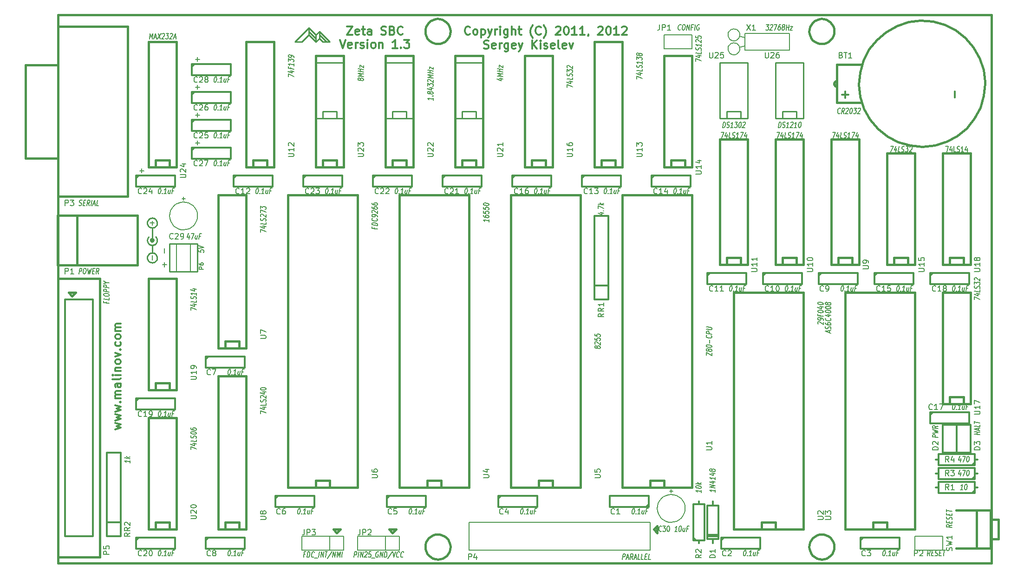
<source format=gto>
G04 (created by PCBNEW-RS274X (2012-01-19 BZR 3256)-stable) date 5/2/2012 11:33:04 PM*
G01*
G70*
G90*
%MOIN*%
G04 Gerber Fmt 3.4, Leading zero omitted, Abs format*
%FSLAX34Y34*%
G04 APERTURE LIST*
%ADD10C,0.006000*%
%ADD11C,0.010000*%
%ADD12C,0.008000*%
%ADD13C,0.012000*%
%ADD14C,0.020000*%
%ADD15C,0.015000*%
%ADD16C,0.005000*%
%ADD17C,0.007500*%
G04 APERTURE END LIST*
G54D10*
G54D11*
X40000Y-27000D02*
X40000Y-27500D01*
X39000Y-27000D02*
X40000Y-27000D01*
X39000Y-27500D02*
X39000Y-27000D01*
X40500Y-27500D02*
X38500Y-27500D01*
X38500Y-23500D02*
X40500Y-23500D01*
X43500Y-23500D02*
X45500Y-23500D01*
X45000Y-27000D02*
X45000Y-27500D01*
X44000Y-27000D02*
X45000Y-27000D01*
X44000Y-27500D02*
X44000Y-27000D01*
X43500Y-27500D02*
X45500Y-27500D01*
X50000Y-27000D02*
X50000Y-27500D01*
X49000Y-27000D02*
X50000Y-27000D01*
X49000Y-27500D02*
X49000Y-27000D01*
X48500Y-27500D02*
X50500Y-27500D01*
X48500Y-23500D02*
X50500Y-23500D01*
G54D12*
X26152Y-31260D02*
X25847Y-31260D01*
X25999Y-31412D02*
X25999Y-31107D01*
X30152Y-29260D02*
X29847Y-29260D01*
X29999Y-29412D02*
X29999Y-29107D01*
X30152Y-25260D02*
X29847Y-25260D01*
X29999Y-25412D02*
X29999Y-25107D01*
X30152Y-23260D02*
X29847Y-23260D01*
X29999Y-23412D02*
X29999Y-23107D01*
X30152Y-27260D02*
X29847Y-27260D01*
X29999Y-27412D02*
X29999Y-27107D01*
G54D13*
X50565Y-22464D02*
X50651Y-22493D01*
X50794Y-22493D01*
X50851Y-22464D01*
X50880Y-22436D01*
X50908Y-22379D01*
X50908Y-22321D01*
X50880Y-22264D01*
X50851Y-22236D01*
X50794Y-22207D01*
X50680Y-22179D01*
X50622Y-22150D01*
X50594Y-22121D01*
X50565Y-22064D01*
X50565Y-22007D01*
X50594Y-21950D01*
X50622Y-21921D01*
X50680Y-21893D01*
X50822Y-21893D01*
X50908Y-21921D01*
X51393Y-22464D02*
X51336Y-22493D01*
X51222Y-22493D01*
X51165Y-22464D01*
X51136Y-22407D01*
X51136Y-22179D01*
X51165Y-22121D01*
X51222Y-22093D01*
X51336Y-22093D01*
X51393Y-22121D01*
X51422Y-22179D01*
X51422Y-22236D01*
X51136Y-22293D01*
X51679Y-22493D02*
X51679Y-22093D01*
X51679Y-22207D02*
X51707Y-22150D01*
X51736Y-22121D01*
X51793Y-22093D01*
X51850Y-22093D01*
X52307Y-22093D02*
X52307Y-22579D01*
X52278Y-22636D01*
X52250Y-22664D01*
X52193Y-22693D01*
X52107Y-22693D01*
X52050Y-22664D01*
X52307Y-22464D02*
X52250Y-22493D01*
X52136Y-22493D01*
X52078Y-22464D01*
X52050Y-22436D01*
X52021Y-22379D01*
X52021Y-22207D01*
X52050Y-22150D01*
X52078Y-22121D01*
X52136Y-22093D01*
X52250Y-22093D01*
X52307Y-22121D01*
X52821Y-22464D02*
X52764Y-22493D01*
X52650Y-22493D01*
X52593Y-22464D01*
X52564Y-22407D01*
X52564Y-22179D01*
X52593Y-22121D01*
X52650Y-22093D01*
X52764Y-22093D01*
X52821Y-22121D01*
X52850Y-22179D01*
X52850Y-22236D01*
X52564Y-22293D01*
X53050Y-22093D02*
X53193Y-22493D01*
X53335Y-22093D02*
X53193Y-22493D01*
X53135Y-22636D01*
X53107Y-22664D01*
X53050Y-22693D01*
X54021Y-22493D02*
X54021Y-21893D01*
X54364Y-22493D02*
X54107Y-22150D01*
X54364Y-21893D02*
X54021Y-22236D01*
X54621Y-22493D02*
X54621Y-22093D01*
X54621Y-21893D02*
X54592Y-21921D01*
X54621Y-21950D01*
X54649Y-21921D01*
X54621Y-21893D01*
X54621Y-21950D01*
X54878Y-22464D02*
X54935Y-22493D01*
X55050Y-22493D01*
X55107Y-22464D01*
X55135Y-22407D01*
X55135Y-22379D01*
X55107Y-22321D01*
X55050Y-22293D01*
X54964Y-22293D01*
X54907Y-22264D01*
X54878Y-22207D01*
X54878Y-22179D01*
X54907Y-22121D01*
X54964Y-22093D01*
X55050Y-22093D01*
X55107Y-22121D01*
X55621Y-22464D02*
X55564Y-22493D01*
X55450Y-22493D01*
X55393Y-22464D01*
X55364Y-22407D01*
X55364Y-22179D01*
X55393Y-22121D01*
X55450Y-22093D01*
X55564Y-22093D01*
X55621Y-22121D01*
X55650Y-22179D01*
X55650Y-22236D01*
X55364Y-22293D01*
X55993Y-22493D02*
X55935Y-22464D01*
X55907Y-22407D01*
X55907Y-21893D01*
X56449Y-22464D02*
X56392Y-22493D01*
X56278Y-22493D01*
X56221Y-22464D01*
X56192Y-22407D01*
X56192Y-22179D01*
X56221Y-22121D01*
X56278Y-22093D01*
X56392Y-22093D01*
X56449Y-22121D01*
X56478Y-22179D01*
X56478Y-22236D01*
X56192Y-22293D01*
X56678Y-22093D02*
X56821Y-22493D01*
X56963Y-22093D01*
G54D11*
X26750Y-37150D02*
X26750Y-36600D01*
X26750Y-36150D02*
X26750Y-35350D01*
G54D14*
X26820Y-36250D02*
X26818Y-36263D01*
X26814Y-36276D01*
X26808Y-36288D01*
X26799Y-36299D01*
X26789Y-36308D01*
X26777Y-36314D01*
X26764Y-36318D01*
X26750Y-36319D01*
X26737Y-36318D01*
X26724Y-36314D01*
X26712Y-36308D01*
X26702Y-36300D01*
X26693Y-36289D01*
X26686Y-36277D01*
X26682Y-36264D01*
X26681Y-36250D01*
X26682Y-36238D01*
X26685Y-36225D01*
X26692Y-36213D01*
X26700Y-36202D01*
X26711Y-36193D01*
X26722Y-36186D01*
X26735Y-36182D01*
X26749Y-36181D01*
X26762Y-36182D01*
X26775Y-36185D01*
X26787Y-36191D01*
X26798Y-36200D01*
X26807Y-36210D01*
X26813Y-36222D01*
X26818Y-36235D01*
X26819Y-36249D01*
X26820Y-36250D01*
G54D11*
X26999Y-36499D02*
X27020Y-36476D01*
X27039Y-36452D01*
X27055Y-36426D01*
X27069Y-36399D01*
X27081Y-36370D01*
X27090Y-36341D01*
X27097Y-36311D01*
X27101Y-36280D01*
X27103Y-36250D01*
X27101Y-36220D01*
X27097Y-36189D01*
X27090Y-36159D01*
X27081Y-36130D01*
X27069Y-36101D01*
X27055Y-36074D01*
X27039Y-36048D01*
X27020Y-36024D01*
X26999Y-36001D01*
X26501Y-36499D02*
X26524Y-36520D01*
X26548Y-36539D01*
X26574Y-36555D01*
X26601Y-36569D01*
X26630Y-36581D01*
X26659Y-36590D01*
X26689Y-36597D01*
X26720Y-36601D01*
X26750Y-36603D01*
X26780Y-36601D01*
X26811Y-36597D01*
X26841Y-36590D01*
X26870Y-36581D01*
X26899Y-36569D01*
X26926Y-36555D01*
X26952Y-36539D01*
X26976Y-36520D01*
X26999Y-36499D01*
X26501Y-36001D02*
X26480Y-36024D01*
X26461Y-36048D01*
X26445Y-36074D01*
X26431Y-36101D01*
X26419Y-36130D01*
X26410Y-36159D01*
X26403Y-36189D01*
X26399Y-36220D01*
X26397Y-36250D01*
X26399Y-36280D01*
X26403Y-36311D01*
X26410Y-36341D01*
X26419Y-36370D01*
X26431Y-36399D01*
X26445Y-36426D01*
X26461Y-36452D01*
X26480Y-36476D01*
X26501Y-36499D01*
G54D12*
X26598Y-35010D02*
X26903Y-35010D01*
X26751Y-35162D02*
X26751Y-34857D01*
X26760Y-37652D02*
X26760Y-37347D01*
G54D11*
X27103Y-35000D02*
X27096Y-35068D01*
X27076Y-35134D01*
X27044Y-35195D01*
X27000Y-35248D01*
X26947Y-35292D01*
X26886Y-35325D01*
X26820Y-35345D01*
X26752Y-35352D01*
X26684Y-35346D01*
X26618Y-35327D01*
X26557Y-35295D01*
X26504Y-35252D01*
X26459Y-35199D01*
X26426Y-35139D01*
X26405Y-35073D01*
X26398Y-35004D01*
X26403Y-34937D01*
X26422Y-34871D01*
X26454Y-34809D01*
X26497Y-34755D01*
X26549Y-34711D01*
X26609Y-34677D01*
X26675Y-34656D01*
X26743Y-34648D01*
X26811Y-34653D01*
X26877Y-34671D01*
X26939Y-34702D01*
X26993Y-34745D01*
X27038Y-34797D01*
X27072Y-34857D01*
X27094Y-34922D01*
X27102Y-34991D01*
X27103Y-35000D01*
X27103Y-37500D02*
X27096Y-37568D01*
X27076Y-37634D01*
X27044Y-37695D01*
X27000Y-37748D01*
X26947Y-37792D01*
X26886Y-37825D01*
X26820Y-37845D01*
X26752Y-37852D01*
X26684Y-37846D01*
X26618Y-37827D01*
X26557Y-37795D01*
X26504Y-37752D01*
X26459Y-37699D01*
X26426Y-37639D01*
X26405Y-37573D01*
X26398Y-37504D01*
X26403Y-37437D01*
X26422Y-37371D01*
X26454Y-37309D01*
X26497Y-37255D01*
X26549Y-37211D01*
X26609Y-37177D01*
X26675Y-37156D01*
X26743Y-37148D01*
X26811Y-37153D01*
X26877Y-37171D01*
X26939Y-37202D01*
X26993Y-37245D01*
X27038Y-37297D01*
X27072Y-37357D01*
X27094Y-37422D01*
X27102Y-37491D01*
X27103Y-37500D01*
X28000Y-38500D02*
X28000Y-36500D01*
X30000Y-38500D02*
X28000Y-38500D01*
X30000Y-36500D02*
X30000Y-38500D01*
X28000Y-36500D02*
X30000Y-36500D01*
G54D13*
X40737Y-20893D02*
X41137Y-20893D01*
X40737Y-21493D01*
X41137Y-21493D01*
X41593Y-21464D02*
X41536Y-21493D01*
X41422Y-21493D01*
X41365Y-21464D01*
X41336Y-21407D01*
X41336Y-21179D01*
X41365Y-21121D01*
X41422Y-21093D01*
X41536Y-21093D01*
X41593Y-21121D01*
X41622Y-21179D01*
X41622Y-21236D01*
X41336Y-21293D01*
X41793Y-21093D02*
X42022Y-21093D01*
X41879Y-20893D02*
X41879Y-21407D01*
X41907Y-21464D01*
X41965Y-21493D01*
X42022Y-21493D01*
X42479Y-21493D02*
X42479Y-21179D01*
X42450Y-21121D01*
X42393Y-21093D01*
X42279Y-21093D01*
X42222Y-21121D01*
X42479Y-21464D02*
X42422Y-21493D01*
X42279Y-21493D01*
X42222Y-21464D01*
X42193Y-21407D01*
X42193Y-21350D01*
X42222Y-21293D01*
X42279Y-21264D01*
X42422Y-21264D01*
X42479Y-21236D01*
X43193Y-21464D02*
X43279Y-21493D01*
X43422Y-21493D01*
X43479Y-21464D01*
X43508Y-21436D01*
X43536Y-21379D01*
X43536Y-21321D01*
X43508Y-21264D01*
X43479Y-21236D01*
X43422Y-21207D01*
X43308Y-21179D01*
X43250Y-21150D01*
X43222Y-21121D01*
X43193Y-21064D01*
X43193Y-21007D01*
X43222Y-20950D01*
X43250Y-20921D01*
X43308Y-20893D01*
X43450Y-20893D01*
X43536Y-20921D01*
X43993Y-21179D02*
X44079Y-21207D01*
X44107Y-21236D01*
X44136Y-21293D01*
X44136Y-21379D01*
X44107Y-21436D01*
X44079Y-21464D01*
X44021Y-21493D01*
X43793Y-21493D01*
X43793Y-20893D01*
X43993Y-20893D01*
X44050Y-20921D01*
X44079Y-20950D01*
X44107Y-21007D01*
X44107Y-21064D01*
X44079Y-21121D01*
X44050Y-21150D01*
X43993Y-21179D01*
X43793Y-21179D01*
X44736Y-21436D02*
X44707Y-21464D01*
X44621Y-21493D01*
X44564Y-21493D01*
X44479Y-21464D01*
X44421Y-21407D01*
X44393Y-21350D01*
X44364Y-21236D01*
X44364Y-21150D01*
X44393Y-21036D01*
X44421Y-20979D01*
X44479Y-20921D01*
X44564Y-20893D01*
X44621Y-20893D01*
X44707Y-20921D01*
X44736Y-20950D01*
X40236Y-21853D02*
X40436Y-22453D01*
X40636Y-21853D01*
X41064Y-22424D02*
X41007Y-22453D01*
X40893Y-22453D01*
X40836Y-22424D01*
X40807Y-22367D01*
X40807Y-22139D01*
X40836Y-22081D01*
X40893Y-22053D01*
X41007Y-22053D01*
X41064Y-22081D01*
X41093Y-22139D01*
X41093Y-22196D01*
X40807Y-22253D01*
X41350Y-22453D02*
X41350Y-22053D01*
X41350Y-22167D02*
X41378Y-22110D01*
X41407Y-22081D01*
X41464Y-22053D01*
X41521Y-22053D01*
X41692Y-22424D02*
X41749Y-22453D01*
X41864Y-22453D01*
X41921Y-22424D01*
X41949Y-22367D01*
X41949Y-22339D01*
X41921Y-22281D01*
X41864Y-22253D01*
X41778Y-22253D01*
X41721Y-22224D01*
X41692Y-22167D01*
X41692Y-22139D01*
X41721Y-22081D01*
X41778Y-22053D01*
X41864Y-22053D01*
X41921Y-22081D01*
X42207Y-22453D02*
X42207Y-22053D01*
X42207Y-21853D02*
X42178Y-21881D01*
X42207Y-21910D01*
X42235Y-21881D01*
X42207Y-21853D01*
X42207Y-21910D01*
X42579Y-22453D02*
X42521Y-22424D01*
X42493Y-22396D01*
X42464Y-22339D01*
X42464Y-22167D01*
X42493Y-22110D01*
X42521Y-22081D01*
X42579Y-22053D01*
X42664Y-22053D01*
X42721Y-22081D01*
X42750Y-22110D01*
X42779Y-22167D01*
X42779Y-22339D01*
X42750Y-22396D01*
X42721Y-22424D01*
X42664Y-22453D01*
X42579Y-22453D01*
X43036Y-22053D02*
X43036Y-22453D01*
X43036Y-22110D02*
X43064Y-22081D01*
X43122Y-22053D01*
X43207Y-22053D01*
X43264Y-22081D01*
X43293Y-22139D01*
X43293Y-22453D01*
X44350Y-22453D02*
X44007Y-22453D01*
X44179Y-22453D02*
X44179Y-21853D01*
X44122Y-21939D01*
X44064Y-21996D01*
X44007Y-22024D01*
X44607Y-22396D02*
X44635Y-22424D01*
X44607Y-22453D01*
X44578Y-22424D01*
X44607Y-22396D01*
X44607Y-22453D01*
X44836Y-21853D02*
X45207Y-21853D01*
X45007Y-22081D01*
X45093Y-22081D01*
X45150Y-22110D01*
X45179Y-22139D01*
X45207Y-22196D01*
X45207Y-22339D01*
X45179Y-22396D01*
X45150Y-22424D01*
X45093Y-22453D01*
X44921Y-22453D01*
X44864Y-22424D01*
X44836Y-22396D01*
G54D11*
X38750Y-21500D02*
X39250Y-22000D01*
X38000Y-21250D02*
X38500Y-21750D01*
X38750Y-21250D02*
X38750Y-21750D01*
X38500Y-21500D02*
X38500Y-22000D01*
X38000Y-21000D02*
X38000Y-21500D01*
X37500Y-22000D02*
X37000Y-22000D01*
X38000Y-21500D02*
X37500Y-22000D01*
X38500Y-22000D02*
X38000Y-21500D01*
X38750Y-21750D02*
X38500Y-22000D01*
X39000Y-22000D02*
X38750Y-21750D01*
X39500Y-22000D02*
X39000Y-22000D01*
X38750Y-21250D02*
X39500Y-22000D01*
X38500Y-21500D02*
X38750Y-21250D01*
X38000Y-21000D02*
X38500Y-21500D01*
X37000Y-22000D02*
X38000Y-21000D01*
G54D15*
X20000Y-39000D02*
X20000Y-59000D01*
X23000Y-59000D02*
X23000Y-39000D01*
X23000Y-59000D02*
X20000Y-59000D01*
X20000Y-39000D02*
X23000Y-39000D01*
G54D13*
X24093Y-49815D02*
X24493Y-49701D01*
X24207Y-49587D01*
X24493Y-49472D01*
X24093Y-49358D01*
X24093Y-49186D02*
X24493Y-49072D01*
X24207Y-48958D01*
X24493Y-48843D01*
X24093Y-48729D01*
X24093Y-48557D02*
X24493Y-48443D01*
X24207Y-48329D01*
X24493Y-48214D01*
X24093Y-48100D01*
X24436Y-47871D02*
X24464Y-47843D01*
X24493Y-47871D01*
X24464Y-47900D01*
X24436Y-47871D01*
X24493Y-47871D01*
X24493Y-47585D02*
X24093Y-47585D01*
X24150Y-47585D02*
X24121Y-47557D01*
X24093Y-47499D01*
X24093Y-47414D01*
X24121Y-47357D01*
X24179Y-47328D01*
X24493Y-47328D01*
X24179Y-47328D02*
X24121Y-47299D01*
X24093Y-47242D01*
X24093Y-47157D01*
X24121Y-47099D01*
X24179Y-47071D01*
X24493Y-47071D01*
X24493Y-46528D02*
X24179Y-46528D01*
X24121Y-46557D01*
X24093Y-46614D01*
X24093Y-46728D01*
X24121Y-46785D01*
X24464Y-46528D02*
X24493Y-46585D01*
X24493Y-46728D01*
X24464Y-46785D01*
X24407Y-46814D01*
X24350Y-46814D01*
X24293Y-46785D01*
X24264Y-46728D01*
X24264Y-46585D01*
X24236Y-46528D01*
X24493Y-46156D02*
X24464Y-46214D01*
X24407Y-46242D01*
X23893Y-46242D01*
X24493Y-45928D02*
X24093Y-45928D01*
X23893Y-45928D02*
X23921Y-45957D01*
X23950Y-45928D01*
X23921Y-45900D01*
X23893Y-45928D01*
X23950Y-45928D01*
X24093Y-45642D02*
X24493Y-45642D01*
X24150Y-45642D02*
X24121Y-45614D01*
X24093Y-45556D01*
X24093Y-45471D01*
X24121Y-45414D01*
X24179Y-45385D01*
X24493Y-45385D01*
X24493Y-45013D02*
X24464Y-45071D01*
X24436Y-45099D01*
X24379Y-45128D01*
X24207Y-45128D01*
X24150Y-45099D01*
X24121Y-45071D01*
X24093Y-45013D01*
X24093Y-44928D01*
X24121Y-44871D01*
X24150Y-44842D01*
X24207Y-44813D01*
X24379Y-44813D01*
X24436Y-44842D01*
X24464Y-44871D01*
X24493Y-44928D01*
X24493Y-45013D01*
X24093Y-44613D02*
X24493Y-44470D01*
X24093Y-44328D01*
X24436Y-44099D02*
X24464Y-44071D01*
X24493Y-44099D01*
X24464Y-44128D01*
X24436Y-44099D01*
X24493Y-44099D01*
X24464Y-43556D02*
X24493Y-43613D01*
X24493Y-43727D01*
X24464Y-43785D01*
X24436Y-43813D01*
X24379Y-43842D01*
X24207Y-43842D01*
X24150Y-43813D01*
X24121Y-43785D01*
X24093Y-43727D01*
X24093Y-43613D01*
X24121Y-43556D01*
X24493Y-43213D02*
X24464Y-43271D01*
X24436Y-43299D01*
X24379Y-43328D01*
X24207Y-43328D01*
X24150Y-43299D01*
X24121Y-43271D01*
X24093Y-43213D01*
X24093Y-43128D01*
X24121Y-43071D01*
X24150Y-43042D01*
X24207Y-43013D01*
X24379Y-43013D01*
X24436Y-43042D01*
X24464Y-43071D01*
X24493Y-43128D01*
X24493Y-43213D01*
X24493Y-42756D02*
X24093Y-42756D01*
X24150Y-42756D02*
X24121Y-42728D01*
X24093Y-42670D01*
X24093Y-42585D01*
X24121Y-42528D01*
X24179Y-42499D01*
X24493Y-42499D01*
X24179Y-42499D02*
X24121Y-42470D01*
X24093Y-42413D01*
X24093Y-42328D01*
X24121Y-42270D01*
X24179Y-42242D01*
X24493Y-42242D01*
X49559Y-21436D02*
X49530Y-21464D01*
X49444Y-21493D01*
X49387Y-21493D01*
X49302Y-21464D01*
X49244Y-21407D01*
X49216Y-21350D01*
X49187Y-21236D01*
X49187Y-21150D01*
X49216Y-21036D01*
X49244Y-20979D01*
X49302Y-20921D01*
X49387Y-20893D01*
X49444Y-20893D01*
X49530Y-20921D01*
X49559Y-20950D01*
X49902Y-21493D02*
X49844Y-21464D01*
X49816Y-21436D01*
X49787Y-21379D01*
X49787Y-21207D01*
X49816Y-21150D01*
X49844Y-21121D01*
X49902Y-21093D01*
X49987Y-21093D01*
X50044Y-21121D01*
X50073Y-21150D01*
X50102Y-21207D01*
X50102Y-21379D01*
X50073Y-21436D01*
X50044Y-21464D01*
X49987Y-21493D01*
X49902Y-21493D01*
X50359Y-21093D02*
X50359Y-21693D01*
X50359Y-21121D02*
X50416Y-21093D01*
X50530Y-21093D01*
X50587Y-21121D01*
X50616Y-21150D01*
X50645Y-21207D01*
X50645Y-21379D01*
X50616Y-21436D01*
X50587Y-21464D01*
X50530Y-21493D01*
X50416Y-21493D01*
X50359Y-21464D01*
X50845Y-21093D02*
X50988Y-21493D01*
X51130Y-21093D02*
X50988Y-21493D01*
X50930Y-21636D01*
X50902Y-21664D01*
X50845Y-21693D01*
X51359Y-21493D02*
X51359Y-21093D01*
X51359Y-21207D02*
X51387Y-21150D01*
X51416Y-21121D01*
X51473Y-21093D01*
X51530Y-21093D01*
X51730Y-21493D02*
X51730Y-21093D01*
X51730Y-20893D02*
X51701Y-20921D01*
X51730Y-20950D01*
X51758Y-20921D01*
X51730Y-20893D01*
X51730Y-20950D01*
X52273Y-21093D02*
X52273Y-21579D01*
X52244Y-21636D01*
X52216Y-21664D01*
X52159Y-21693D01*
X52073Y-21693D01*
X52016Y-21664D01*
X52273Y-21464D02*
X52216Y-21493D01*
X52102Y-21493D01*
X52044Y-21464D01*
X52016Y-21436D01*
X51987Y-21379D01*
X51987Y-21207D01*
X52016Y-21150D01*
X52044Y-21121D01*
X52102Y-21093D01*
X52216Y-21093D01*
X52273Y-21121D01*
X52559Y-21493D02*
X52559Y-20893D01*
X52816Y-21493D02*
X52816Y-21179D01*
X52787Y-21121D01*
X52730Y-21093D01*
X52645Y-21093D01*
X52587Y-21121D01*
X52559Y-21150D01*
X53016Y-21093D02*
X53245Y-21093D01*
X53102Y-20893D02*
X53102Y-21407D01*
X53130Y-21464D01*
X53188Y-21493D01*
X53245Y-21493D01*
X54073Y-21721D02*
X54045Y-21693D01*
X53988Y-21607D01*
X53959Y-21550D01*
X53930Y-21464D01*
X53902Y-21321D01*
X53902Y-21207D01*
X53930Y-21064D01*
X53959Y-20979D01*
X53988Y-20921D01*
X54045Y-20836D01*
X54073Y-20807D01*
X54645Y-21436D02*
X54616Y-21464D01*
X54530Y-21493D01*
X54473Y-21493D01*
X54388Y-21464D01*
X54330Y-21407D01*
X54302Y-21350D01*
X54273Y-21236D01*
X54273Y-21150D01*
X54302Y-21036D01*
X54330Y-20979D01*
X54388Y-20921D01*
X54473Y-20893D01*
X54530Y-20893D01*
X54616Y-20921D01*
X54645Y-20950D01*
X54845Y-21721D02*
X54873Y-21693D01*
X54930Y-21607D01*
X54959Y-21550D01*
X54988Y-21464D01*
X55016Y-21321D01*
X55016Y-21207D01*
X54988Y-21064D01*
X54959Y-20979D01*
X54930Y-20921D01*
X54873Y-20836D01*
X54845Y-20807D01*
X55730Y-20950D02*
X55759Y-20921D01*
X55816Y-20893D01*
X55959Y-20893D01*
X56016Y-20921D01*
X56045Y-20950D01*
X56073Y-21007D01*
X56073Y-21064D01*
X56045Y-21150D01*
X55702Y-21493D01*
X56073Y-21493D01*
X56444Y-20893D02*
X56501Y-20893D01*
X56558Y-20921D01*
X56587Y-20950D01*
X56616Y-21007D01*
X56644Y-21121D01*
X56644Y-21264D01*
X56616Y-21379D01*
X56587Y-21436D01*
X56558Y-21464D01*
X56501Y-21493D01*
X56444Y-21493D01*
X56387Y-21464D01*
X56358Y-21436D01*
X56330Y-21379D01*
X56301Y-21264D01*
X56301Y-21121D01*
X56330Y-21007D01*
X56358Y-20950D01*
X56387Y-20921D01*
X56444Y-20893D01*
X57215Y-21493D02*
X56872Y-21493D01*
X57044Y-21493D02*
X57044Y-20893D01*
X56987Y-20979D01*
X56929Y-21036D01*
X56872Y-21064D01*
X57786Y-21493D02*
X57443Y-21493D01*
X57615Y-21493D02*
X57615Y-20893D01*
X57558Y-20979D01*
X57500Y-21036D01*
X57443Y-21064D01*
X58071Y-21464D02*
X58071Y-21493D01*
X58043Y-21550D01*
X58014Y-21579D01*
X58757Y-20950D02*
X58786Y-20921D01*
X58843Y-20893D01*
X58986Y-20893D01*
X59043Y-20921D01*
X59072Y-20950D01*
X59100Y-21007D01*
X59100Y-21064D01*
X59072Y-21150D01*
X58729Y-21493D01*
X59100Y-21493D01*
X59471Y-20893D02*
X59528Y-20893D01*
X59585Y-20921D01*
X59614Y-20950D01*
X59643Y-21007D01*
X59671Y-21121D01*
X59671Y-21264D01*
X59643Y-21379D01*
X59614Y-21436D01*
X59585Y-21464D01*
X59528Y-21493D01*
X59471Y-21493D01*
X59414Y-21464D01*
X59385Y-21436D01*
X59357Y-21379D01*
X59328Y-21264D01*
X59328Y-21121D01*
X59357Y-21007D01*
X59385Y-20950D01*
X59414Y-20921D01*
X59471Y-20893D01*
X60242Y-21493D02*
X59899Y-21493D01*
X60071Y-21493D02*
X60071Y-20893D01*
X60014Y-20979D01*
X59956Y-21036D01*
X59899Y-21064D01*
X60470Y-20950D02*
X60499Y-20921D01*
X60556Y-20893D01*
X60699Y-20893D01*
X60756Y-20921D01*
X60785Y-20950D01*
X60813Y-21007D01*
X60813Y-21064D01*
X60785Y-21150D01*
X60442Y-21493D01*
X60813Y-21493D01*
G54D15*
X63000Y-57250D02*
X63000Y-56750D01*
X62750Y-57000D02*
X63000Y-57250D01*
X63000Y-56750D02*
X62750Y-57000D01*
X21250Y-40000D02*
X20750Y-40000D01*
X21000Y-40250D02*
X21250Y-40000D01*
X20750Y-40000D02*
X21000Y-40250D01*
X40000Y-57250D02*
X39750Y-57000D01*
X40250Y-57000D02*
X40000Y-57250D01*
X39750Y-57000D02*
X40250Y-57000D01*
X44250Y-57000D02*
X43750Y-57000D01*
X44000Y-57250D02*
X44250Y-57000D01*
X43750Y-57000D02*
X44000Y-57250D01*
G54D12*
X27640Y-36848D02*
X27640Y-37153D01*
X27640Y-37848D02*
X27640Y-38153D01*
X27488Y-38001D02*
X27793Y-38001D01*
G54D15*
X20000Y-20065D02*
X20000Y-59435D01*
X20000Y-59435D02*
X87008Y-59435D01*
X87008Y-20065D02*
X20000Y-20065D01*
X87008Y-59435D02*
X87008Y-20065D01*
G54D12*
X62500Y-56500D02*
X49500Y-56500D01*
X49500Y-58500D02*
X62500Y-58500D01*
X62500Y-58500D02*
X62500Y-56500D01*
X49500Y-56500D02*
X49500Y-58500D01*
G54D13*
X82600Y-48600D02*
X85400Y-48600D01*
X85400Y-48600D02*
X85400Y-49400D01*
X85400Y-49400D02*
X82600Y-49400D01*
X82600Y-49400D02*
X82600Y-48600D01*
X82600Y-48800D02*
X82800Y-48600D01*
X82600Y-38600D02*
X85400Y-38600D01*
X85400Y-38600D02*
X85400Y-39400D01*
X85400Y-39400D02*
X82600Y-39400D01*
X82600Y-39400D02*
X82600Y-38600D01*
X82600Y-38800D02*
X82800Y-38600D01*
X25600Y-47600D02*
X28400Y-47600D01*
X28400Y-47600D02*
X28400Y-48400D01*
X28400Y-48400D02*
X25600Y-48400D01*
X25600Y-48400D02*
X25600Y-47600D01*
X25600Y-47800D02*
X25800Y-47600D01*
X25600Y-57600D02*
X28400Y-57600D01*
X28400Y-57600D02*
X28400Y-58400D01*
X28400Y-58400D02*
X25600Y-58400D01*
X25600Y-58400D02*
X25600Y-57600D01*
X25600Y-57800D02*
X25800Y-57600D01*
X47600Y-31600D02*
X50400Y-31600D01*
X50400Y-31600D02*
X50400Y-32400D01*
X50400Y-32400D02*
X47600Y-32400D01*
X47600Y-32400D02*
X47600Y-31600D01*
X47600Y-31800D02*
X47800Y-31600D01*
X52600Y-31600D02*
X55400Y-31600D01*
X55400Y-31600D02*
X55400Y-32400D01*
X55400Y-32400D02*
X52600Y-32400D01*
X52600Y-32400D02*
X52600Y-31600D01*
X52600Y-31800D02*
X52800Y-31600D01*
X37600Y-31600D02*
X40400Y-31600D01*
X40400Y-31600D02*
X40400Y-32400D01*
X40400Y-32400D02*
X37600Y-32400D01*
X37600Y-32400D02*
X37600Y-31600D01*
X37600Y-31800D02*
X37800Y-31600D01*
X66600Y-38600D02*
X69400Y-38600D01*
X69400Y-38600D02*
X69400Y-39400D01*
X69400Y-39400D02*
X66600Y-39400D01*
X66600Y-39400D02*
X66600Y-38600D01*
X66600Y-38800D02*
X66800Y-38600D01*
X78600Y-38600D02*
X81400Y-38600D01*
X81400Y-38600D02*
X81400Y-39400D01*
X81400Y-39400D02*
X78600Y-39400D01*
X78600Y-39400D02*
X78600Y-38600D01*
X78600Y-38800D02*
X78800Y-38600D01*
X62600Y-31600D02*
X65400Y-31600D01*
X65400Y-31600D02*
X65400Y-32400D01*
X65400Y-32400D02*
X62600Y-32400D01*
X62600Y-32400D02*
X62600Y-31600D01*
X62600Y-31800D02*
X62800Y-31600D01*
X57600Y-31600D02*
X60400Y-31600D01*
X60400Y-31600D02*
X60400Y-32400D01*
X60400Y-32400D02*
X57600Y-32400D01*
X57600Y-32400D02*
X57600Y-31600D01*
X57600Y-31800D02*
X57800Y-31600D01*
X32600Y-31600D02*
X35400Y-31600D01*
X35400Y-31600D02*
X35400Y-32400D01*
X35400Y-32400D02*
X32600Y-32400D01*
X32600Y-32400D02*
X32600Y-31600D01*
X32600Y-31800D02*
X32800Y-31600D01*
X42600Y-31600D02*
X45400Y-31600D01*
X45400Y-31600D02*
X45400Y-32400D01*
X45400Y-32400D02*
X42600Y-32400D01*
X42600Y-32400D02*
X42600Y-31600D01*
X42600Y-31800D02*
X42800Y-31600D01*
X70600Y-38600D02*
X73400Y-38600D01*
X73400Y-38600D02*
X73400Y-39400D01*
X73400Y-39400D02*
X70600Y-39400D01*
X70600Y-39400D02*
X70600Y-38600D01*
X70600Y-38800D02*
X70800Y-38600D01*
X74600Y-38600D02*
X77400Y-38600D01*
X77400Y-38600D02*
X77400Y-39400D01*
X77400Y-39400D02*
X74600Y-39400D01*
X74600Y-39400D02*
X74600Y-38600D01*
X74600Y-38800D02*
X74800Y-38600D01*
X30600Y-57600D02*
X33400Y-57600D01*
X33400Y-57600D02*
X33400Y-58400D01*
X33400Y-58400D02*
X30600Y-58400D01*
X30600Y-58400D02*
X30600Y-57600D01*
X30600Y-57800D02*
X30800Y-57600D01*
X43600Y-54600D02*
X46400Y-54600D01*
X46400Y-54600D02*
X46400Y-55400D01*
X46400Y-55400D02*
X43600Y-55400D01*
X43600Y-55400D02*
X43600Y-54600D01*
X43600Y-54800D02*
X43800Y-54600D01*
X30600Y-44600D02*
X33400Y-44600D01*
X33400Y-44600D02*
X33400Y-45400D01*
X33400Y-45400D02*
X30600Y-45400D01*
X30600Y-45400D02*
X30600Y-44600D01*
X30600Y-44800D02*
X30800Y-44600D01*
X62400Y-55400D02*
X59600Y-55400D01*
X59600Y-55400D02*
X59600Y-54600D01*
X59600Y-54600D02*
X62400Y-54600D01*
X62400Y-54600D02*
X62400Y-55400D01*
X62400Y-55200D02*
X62200Y-55400D01*
X67600Y-57600D02*
X70400Y-57600D01*
X70400Y-57600D02*
X70400Y-58400D01*
X70400Y-58400D02*
X67600Y-58400D01*
X67600Y-58400D02*
X67600Y-57600D01*
X67600Y-57800D02*
X67800Y-57600D01*
X77600Y-57600D02*
X80400Y-57600D01*
X80400Y-57600D02*
X80400Y-58400D01*
X80400Y-58400D02*
X77600Y-58400D01*
X77600Y-58400D02*
X77600Y-57600D01*
X77600Y-57800D02*
X77800Y-57600D01*
X51600Y-54600D02*
X54400Y-54600D01*
X54400Y-54600D02*
X54400Y-55400D01*
X54400Y-55400D02*
X51600Y-55400D01*
X51600Y-55400D02*
X51600Y-54600D01*
X51600Y-54800D02*
X51800Y-54600D01*
X35600Y-54600D02*
X38400Y-54600D01*
X38400Y-54600D02*
X38400Y-55400D01*
X38400Y-55400D02*
X35600Y-55400D01*
X35600Y-55400D02*
X35600Y-54600D01*
X35600Y-54800D02*
X35800Y-54600D01*
G54D15*
X75701Y-25000D02*
X75702Y-25017D01*
X75704Y-25034D01*
X75708Y-25050D01*
X75713Y-25067D01*
X75720Y-25083D01*
X75728Y-25098D01*
X75737Y-25112D01*
X75748Y-25126D01*
X75759Y-25139D01*
X75772Y-25150D01*
X75786Y-25161D01*
X75800Y-25170D01*
X75815Y-25178D01*
X75831Y-25185D01*
X75848Y-25190D01*
X75864Y-25194D01*
X75881Y-25196D01*
X75898Y-25197D01*
X75898Y-24803D02*
X75881Y-24804D01*
X75864Y-24806D01*
X75848Y-24810D01*
X75831Y-24815D01*
X75815Y-24822D01*
X75800Y-24830D01*
X75786Y-24839D01*
X75772Y-24850D01*
X75759Y-24861D01*
X75748Y-24874D01*
X75737Y-24888D01*
X75728Y-24902D01*
X75720Y-24917D01*
X75713Y-24933D01*
X75708Y-24950D01*
X75704Y-24966D01*
X75702Y-24983D01*
X75701Y-25000D01*
X77669Y-23622D02*
X75898Y-23622D01*
X75898Y-23622D02*
X75898Y-26378D01*
X75898Y-26378D02*
X77669Y-26378D01*
X86528Y-25000D02*
X86441Y-25879D01*
X86186Y-26725D01*
X85771Y-27505D01*
X85212Y-28190D01*
X84532Y-28753D01*
X83754Y-29174D01*
X82910Y-29435D01*
X82031Y-29527D01*
X81152Y-29447D01*
X80304Y-29198D01*
X79521Y-28788D01*
X78832Y-28235D01*
X78264Y-27558D01*
X77839Y-26783D01*
X77571Y-25941D01*
X77473Y-25063D01*
X77547Y-24183D01*
X77790Y-23334D01*
X78194Y-22548D01*
X78743Y-21855D01*
X79416Y-21282D01*
X80188Y-20851D01*
X81028Y-20578D01*
X81906Y-20473D01*
X82786Y-20541D01*
X83637Y-20779D01*
X84426Y-21177D01*
X85122Y-21721D01*
X85700Y-22390D01*
X86136Y-23159D01*
X86415Y-23997D01*
X86526Y-24874D01*
X86528Y-25000D01*
G54D13*
X67000Y-58000D02*
X67000Y-57700D01*
X67000Y-57700D02*
X67400Y-57700D01*
X67400Y-57700D02*
X67400Y-55300D01*
X67400Y-55300D02*
X67000Y-55300D01*
X67000Y-55300D02*
X67000Y-55000D01*
X67000Y-55300D02*
X66600Y-55300D01*
X66600Y-55300D02*
X66600Y-57700D01*
X66600Y-57700D02*
X67000Y-57700D01*
X67400Y-57500D02*
X66600Y-57500D01*
X66600Y-57400D02*
X67400Y-57400D01*
G54D15*
X83500Y-38000D02*
X83500Y-30000D01*
X85500Y-30000D02*
X85500Y-38000D01*
X85500Y-38000D02*
X83500Y-38000D01*
X84000Y-38000D02*
X84000Y-37500D01*
X84000Y-37500D02*
X85000Y-37500D01*
X85000Y-37500D02*
X85000Y-38000D01*
X83500Y-30000D02*
X85500Y-30000D01*
X48500Y-31000D02*
X48500Y-23000D01*
X50500Y-23000D02*
X50500Y-31000D01*
X50500Y-31000D02*
X48500Y-31000D01*
X49000Y-31000D02*
X49000Y-30500D01*
X49000Y-30500D02*
X50000Y-30500D01*
X50000Y-30500D02*
X50000Y-31000D01*
X48500Y-23000D02*
X50500Y-23000D01*
X38500Y-31000D02*
X38500Y-23000D01*
X40500Y-23000D02*
X40500Y-31000D01*
X40500Y-31000D02*
X38500Y-31000D01*
X39000Y-31000D02*
X39000Y-30500D01*
X39000Y-30500D02*
X40000Y-30500D01*
X40000Y-30500D02*
X40000Y-31000D01*
X38500Y-23000D02*
X40500Y-23000D01*
X43500Y-31000D02*
X43500Y-23000D01*
X45500Y-23000D02*
X45500Y-31000D01*
X45500Y-31000D02*
X43500Y-31000D01*
X44000Y-31000D02*
X44000Y-30500D01*
X44000Y-30500D02*
X45000Y-30500D01*
X45000Y-30500D02*
X45000Y-31000D01*
X43500Y-23000D02*
X45500Y-23000D01*
X83500Y-48000D02*
X83500Y-40000D01*
X85500Y-40000D02*
X85500Y-48000D01*
X85500Y-48000D02*
X83500Y-48000D01*
X84000Y-48000D02*
X84000Y-47500D01*
X84000Y-47500D02*
X85000Y-47500D01*
X85000Y-47500D02*
X85000Y-48000D01*
X83500Y-40000D02*
X85500Y-40000D01*
X26500Y-57000D02*
X26500Y-49000D01*
X28500Y-49000D02*
X28500Y-57000D01*
X28500Y-57000D02*
X26500Y-57000D01*
X27000Y-57000D02*
X27000Y-56500D01*
X27000Y-56500D02*
X28000Y-56500D01*
X28000Y-56500D02*
X28000Y-57000D01*
X26500Y-49000D02*
X28500Y-49000D01*
X26500Y-47000D02*
X26500Y-39000D01*
X28500Y-39000D02*
X28500Y-47000D01*
X28500Y-47000D02*
X26500Y-47000D01*
X27000Y-47000D02*
X27000Y-46500D01*
X27000Y-46500D02*
X28000Y-46500D01*
X28000Y-46500D02*
X28000Y-47000D01*
X26500Y-39000D02*
X28500Y-39000D01*
X34000Y-31000D02*
X34000Y-31000D01*
X34000Y-31000D02*
X34000Y-30500D01*
X34000Y-30500D02*
X35000Y-30500D01*
X35000Y-30500D02*
X35000Y-31000D01*
X33500Y-31000D02*
X33500Y-22000D01*
X33500Y-22000D02*
X35500Y-22000D01*
X35500Y-22000D02*
X35500Y-31000D01*
X35500Y-31000D02*
X33500Y-31000D01*
X76000Y-38000D02*
X76000Y-38000D01*
X76000Y-38000D02*
X76000Y-37500D01*
X76000Y-37500D02*
X77000Y-37500D01*
X77000Y-37500D02*
X77000Y-38000D01*
X75500Y-38000D02*
X75500Y-29000D01*
X75500Y-29000D02*
X77500Y-29000D01*
X77500Y-29000D02*
X77500Y-38000D01*
X77500Y-38000D02*
X75500Y-38000D01*
X59000Y-31000D02*
X59000Y-31000D01*
X59000Y-31000D02*
X59000Y-30500D01*
X59000Y-30500D02*
X60000Y-30500D01*
X60000Y-30500D02*
X60000Y-31000D01*
X58500Y-31000D02*
X58500Y-22000D01*
X58500Y-22000D02*
X60500Y-22000D01*
X60500Y-22000D02*
X60500Y-31000D01*
X60500Y-31000D02*
X58500Y-31000D01*
X76500Y-57000D02*
X76500Y-40000D01*
X76500Y-40000D02*
X81500Y-40000D01*
X81500Y-40000D02*
X81500Y-57000D01*
X81500Y-57000D02*
X76500Y-57000D01*
X79500Y-57000D02*
X79500Y-56500D01*
X79500Y-56500D02*
X78500Y-56500D01*
X78500Y-56500D02*
X78500Y-57000D01*
X68500Y-57000D02*
X68500Y-40000D01*
X68500Y-40000D02*
X73500Y-40000D01*
X73500Y-40000D02*
X73500Y-57000D01*
X73500Y-57000D02*
X68500Y-57000D01*
X71500Y-57000D02*
X71500Y-56500D01*
X71500Y-56500D02*
X70500Y-56500D01*
X70500Y-56500D02*
X70500Y-57000D01*
X46500Y-54000D02*
X46500Y-53500D01*
X46500Y-53500D02*
X47500Y-53500D01*
X47500Y-53500D02*
X47500Y-54000D01*
X44500Y-54000D02*
X44500Y-33000D01*
X44500Y-33000D02*
X49500Y-33000D01*
X49500Y-33000D02*
X49500Y-54000D01*
X49500Y-54000D02*
X44500Y-54000D01*
X38500Y-54000D02*
X38500Y-53500D01*
X38500Y-53500D02*
X39500Y-53500D01*
X39500Y-53500D02*
X39500Y-54000D01*
X36500Y-54000D02*
X36500Y-33000D01*
X36500Y-33000D02*
X41500Y-33000D01*
X41500Y-33000D02*
X41500Y-54000D01*
X41500Y-54000D02*
X36500Y-54000D01*
X54500Y-54000D02*
X54500Y-53500D01*
X54500Y-53500D02*
X55500Y-53500D01*
X55500Y-53500D02*
X55500Y-54000D01*
X52500Y-54000D02*
X52500Y-33000D01*
X52500Y-33000D02*
X57500Y-33000D01*
X57500Y-33000D02*
X57500Y-54000D01*
X57500Y-54000D02*
X52500Y-54000D01*
X62500Y-54000D02*
X62500Y-53500D01*
X62500Y-53500D02*
X63500Y-53500D01*
X63500Y-53500D02*
X63500Y-54000D01*
X60500Y-54000D02*
X60500Y-33000D01*
X60500Y-33000D02*
X65500Y-33000D01*
X65500Y-33000D02*
X65500Y-54000D01*
X65500Y-54000D02*
X60500Y-54000D01*
X75703Y-58254D02*
X75685Y-58428D01*
X75635Y-58596D01*
X75552Y-58752D01*
X75441Y-58888D01*
X75306Y-59000D01*
X75151Y-59083D01*
X74983Y-59135D01*
X74809Y-59153D01*
X74635Y-59138D01*
X74466Y-59088D01*
X74311Y-59007D01*
X74174Y-58897D01*
X74061Y-58762D01*
X73976Y-58608D01*
X73923Y-58441D01*
X73904Y-58266D01*
X73918Y-58092D01*
X73967Y-57923D01*
X74047Y-57767D01*
X74156Y-57629D01*
X74290Y-57515D01*
X74443Y-57430D01*
X74610Y-57375D01*
X74785Y-57355D01*
X74959Y-57368D01*
X75128Y-57415D01*
X75285Y-57495D01*
X75423Y-57603D01*
X75538Y-57736D01*
X75625Y-57888D01*
X75680Y-58055D01*
X75702Y-58229D01*
X75703Y-58254D01*
X75703Y-21246D02*
X75685Y-21420D01*
X75635Y-21588D01*
X75552Y-21744D01*
X75441Y-21880D01*
X75306Y-21992D01*
X75151Y-22075D01*
X74983Y-22127D01*
X74809Y-22145D01*
X74635Y-22130D01*
X74466Y-22080D01*
X74311Y-21999D01*
X74174Y-21889D01*
X74061Y-21754D01*
X73976Y-21600D01*
X73923Y-21433D01*
X73904Y-21258D01*
X73918Y-21084D01*
X73967Y-20915D01*
X74047Y-20759D01*
X74156Y-20621D01*
X74290Y-20507D01*
X74443Y-20422D01*
X74610Y-20367D01*
X74785Y-20347D01*
X74959Y-20360D01*
X75128Y-20407D01*
X75285Y-20487D01*
X75423Y-20595D01*
X75538Y-20728D01*
X75625Y-20880D01*
X75680Y-21047D01*
X75702Y-21221D01*
X75703Y-21246D01*
X48144Y-58254D02*
X48126Y-58428D01*
X48076Y-58596D01*
X47993Y-58752D01*
X47882Y-58888D01*
X47747Y-59000D01*
X47592Y-59083D01*
X47424Y-59135D01*
X47250Y-59153D01*
X47076Y-59138D01*
X46907Y-59088D01*
X46752Y-59007D01*
X46615Y-58897D01*
X46502Y-58762D01*
X46417Y-58608D01*
X46364Y-58441D01*
X46345Y-58266D01*
X46359Y-58092D01*
X46408Y-57923D01*
X46488Y-57767D01*
X46597Y-57629D01*
X46731Y-57515D01*
X46884Y-57430D01*
X47051Y-57375D01*
X47226Y-57355D01*
X47400Y-57368D01*
X47569Y-57415D01*
X47726Y-57495D01*
X47864Y-57603D01*
X47979Y-57736D01*
X48066Y-57888D01*
X48121Y-58055D01*
X48143Y-58229D01*
X48144Y-58254D01*
X48144Y-21246D02*
X48126Y-21420D01*
X48076Y-21588D01*
X47993Y-21744D01*
X47882Y-21880D01*
X47747Y-21992D01*
X47592Y-22075D01*
X47424Y-22127D01*
X47250Y-22145D01*
X47076Y-22130D01*
X46907Y-22080D01*
X46752Y-21999D01*
X46615Y-21889D01*
X46502Y-21754D01*
X46417Y-21600D01*
X46364Y-21433D01*
X46345Y-21258D01*
X46359Y-21084D01*
X46408Y-20915D01*
X46488Y-20759D01*
X46597Y-20621D01*
X46731Y-20507D01*
X46884Y-20422D01*
X47051Y-20367D01*
X47226Y-20347D01*
X47400Y-20360D01*
X47569Y-20407D01*
X47726Y-20487D01*
X47864Y-20595D01*
X47979Y-20728D01*
X48066Y-20880D01*
X48121Y-21047D01*
X48143Y-21221D01*
X48144Y-21246D01*
G54D10*
X83500Y-57500D02*
X83500Y-58500D01*
X83500Y-58500D02*
X81500Y-58500D01*
X81500Y-58500D02*
X81500Y-57500D01*
X81500Y-57500D02*
X83500Y-57500D01*
X65500Y-21500D02*
X65500Y-22500D01*
X65500Y-22500D02*
X63500Y-22500D01*
X63500Y-22500D02*
X63500Y-21500D01*
X63500Y-21500D02*
X65500Y-21500D01*
G54D13*
X86000Y-52000D02*
X85800Y-52000D01*
X83000Y-52000D02*
X83200Y-52000D01*
X83200Y-52000D02*
X83200Y-52400D01*
X83200Y-52400D02*
X85800Y-52400D01*
X85800Y-52400D02*
X85800Y-51600D01*
X85800Y-51600D02*
X83200Y-51600D01*
X83200Y-51600D02*
X83200Y-52000D01*
X85800Y-52200D02*
X85600Y-52400D01*
X86000Y-54000D02*
X85800Y-54000D01*
X83000Y-54000D02*
X83200Y-54000D01*
X83200Y-54000D02*
X83200Y-54400D01*
X83200Y-54400D02*
X85800Y-54400D01*
X85800Y-54400D02*
X85800Y-53600D01*
X85800Y-53600D02*
X83200Y-53600D01*
X83200Y-53600D02*
X83200Y-54000D01*
X85800Y-54200D02*
X85600Y-54400D01*
X66000Y-58000D02*
X66000Y-57800D01*
X66000Y-55000D02*
X66000Y-55200D01*
X66000Y-55200D02*
X65600Y-55200D01*
X65600Y-55200D02*
X65600Y-57800D01*
X65600Y-57800D02*
X66400Y-57800D01*
X66400Y-57800D02*
X66400Y-55200D01*
X66400Y-55200D02*
X66000Y-55200D01*
X65800Y-57800D02*
X65600Y-57600D01*
X86000Y-53000D02*
X85800Y-53000D01*
X83000Y-53000D02*
X83200Y-53000D01*
X83200Y-53000D02*
X83200Y-53400D01*
X83200Y-53400D02*
X85800Y-53400D01*
X85800Y-53400D02*
X85800Y-52600D01*
X85800Y-52600D02*
X83200Y-52600D01*
X83200Y-52600D02*
X83200Y-53000D01*
X85800Y-53200D02*
X85600Y-53400D01*
X84500Y-51500D02*
X83500Y-51500D01*
X83500Y-51500D02*
X83500Y-49500D01*
X83500Y-49500D02*
X84500Y-49500D01*
X84500Y-49500D02*
X84500Y-51500D01*
X85500Y-51500D02*
X84500Y-51500D01*
X84500Y-51500D02*
X84500Y-49500D01*
X84500Y-49500D02*
X85500Y-49500D01*
X85500Y-49500D02*
X85500Y-51500D01*
X24500Y-57500D02*
X23500Y-57500D01*
X23500Y-57500D02*
X23500Y-51500D01*
X23500Y-51500D02*
X24500Y-51500D01*
X24500Y-51500D02*
X24500Y-57500D01*
X24500Y-56500D02*
X23500Y-56500D01*
X59500Y-40500D02*
X58500Y-40500D01*
X58500Y-40500D02*
X58500Y-34500D01*
X58500Y-34500D02*
X59500Y-34500D01*
X59500Y-34500D02*
X59500Y-40500D01*
X59500Y-39500D02*
X58500Y-39500D01*
G54D15*
X85925Y-55622D02*
X85925Y-58378D01*
X86909Y-56311D02*
X86909Y-57689D01*
X86909Y-58378D02*
X84449Y-58378D01*
X86909Y-55622D02*
X84449Y-55622D01*
X86909Y-58083D02*
X86909Y-58378D01*
X86909Y-55917D02*
X86909Y-55622D01*
X86909Y-57689D02*
X86909Y-58083D01*
X86909Y-56311D02*
X86909Y-55917D01*
X86909Y-57689D02*
X87500Y-57689D01*
X87500Y-57689D02*
X87500Y-57591D01*
X87500Y-56311D02*
X86909Y-56311D01*
X87500Y-56311D02*
X87500Y-57591D01*
G54D13*
X20500Y-57500D02*
X20500Y-40500D01*
X22500Y-40500D02*
X22500Y-57500D01*
X22500Y-57500D02*
X20500Y-57500D01*
X22500Y-40500D02*
X20500Y-40500D01*
G54D10*
X29500Y-38500D02*
X28500Y-38500D01*
X28500Y-38500D02*
X28500Y-36500D01*
X28500Y-36500D02*
X29500Y-36500D01*
X29500Y-36500D02*
X29500Y-38500D01*
G54D16*
X30001Y-34500D02*
X29981Y-34694D01*
X29925Y-34881D01*
X29833Y-35053D01*
X29710Y-35205D01*
X29559Y-35329D01*
X29387Y-35422D01*
X29201Y-35480D01*
X29006Y-35500D01*
X28813Y-35483D01*
X28626Y-35428D01*
X28452Y-35337D01*
X28300Y-35215D01*
X28175Y-35065D01*
X28080Y-34894D01*
X28021Y-34708D01*
X28000Y-34513D01*
X28016Y-34320D01*
X28070Y-34132D01*
X28159Y-33958D01*
X28280Y-33805D01*
X28429Y-33679D01*
X28600Y-33583D01*
X28786Y-33523D01*
X28980Y-33500D01*
X29173Y-33515D01*
X29361Y-33567D01*
X29536Y-33655D01*
X29690Y-33776D01*
X29817Y-33923D01*
X29914Y-34093D01*
X29976Y-34279D01*
X30000Y-34473D01*
X30001Y-34500D01*
X65001Y-55500D02*
X64981Y-55694D01*
X64925Y-55881D01*
X64833Y-56053D01*
X64710Y-56205D01*
X64559Y-56329D01*
X64387Y-56422D01*
X64201Y-56480D01*
X64006Y-56500D01*
X63813Y-56483D01*
X63626Y-56428D01*
X63452Y-56337D01*
X63300Y-56215D01*
X63175Y-56065D01*
X63080Y-55894D01*
X63021Y-55708D01*
X63000Y-55513D01*
X63016Y-55320D01*
X63070Y-55132D01*
X63159Y-54958D01*
X63280Y-54805D01*
X63429Y-54679D01*
X63600Y-54583D01*
X63786Y-54523D01*
X63980Y-54500D01*
X64173Y-54515D01*
X64361Y-54567D01*
X64536Y-54655D01*
X64690Y-54776D01*
X64817Y-54923D01*
X64914Y-55093D01*
X64976Y-55279D01*
X65000Y-55473D01*
X65001Y-55500D01*
G54D15*
X32000Y-44000D02*
X32000Y-43500D01*
X32000Y-43500D02*
X33000Y-43500D01*
X33000Y-43500D02*
X33000Y-44000D01*
X31500Y-44000D02*
X31500Y-33000D01*
X31500Y-33000D02*
X33500Y-33000D01*
X33500Y-33000D02*
X33500Y-44000D01*
X33500Y-44000D02*
X31500Y-44000D01*
X32000Y-57000D02*
X32000Y-56500D01*
X32000Y-56500D02*
X33000Y-56500D01*
X33000Y-56500D02*
X33000Y-57000D01*
X31500Y-57000D02*
X31500Y-46000D01*
X31500Y-46000D02*
X33500Y-46000D01*
X33500Y-46000D02*
X33500Y-57000D01*
X33500Y-57000D02*
X31500Y-57000D01*
X72000Y-38000D02*
X72000Y-38000D01*
X72000Y-38000D02*
X72000Y-37500D01*
X72000Y-37500D02*
X73000Y-37500D01*
X73000Y-37500D02*
X73000Y-38000D01*
X71500Y-38000D02*
X71500Y-29000D01*
X71500Y-29000D02*
X73500Y-29000D01*
X73500Y-29000D02*
X73500Y-38000D01*
X73500Y-38000D02*
X71500Y-38000D01*
X68000Y-38000D02*
X68000Y-38000D01*
X68000Y-38000D02*
X68000Y-37500D01*
X68000Y-37500D02*
X69000Y-37500D01*
X69000Y-37500D02*
X69000Y-38000D01*
X67500Y-38000D02*
X67500Y-29000D01*
X67500Y-29000D02*
X69500Y-29000D01*
X69500Y-29000D02*
X69500Y-38000D01*
X69500Y-38000D02*
X67500Y-38000D01*
X63500Y-31000D02*
X63500Y-23000D01*
X65500Y-23000D02*
X65500Y-31000D01*
X65500Y-31000D02*
X63500Y-31000D01*
X64000Y-31000D02*
X64000Y-30500D01*
X64000Y-30500D02*
X65000Y-30500D01*
X65000Y-30500D02*
X65000Y-31000D01*
X63500Y-23000D02*
X65500Y-23000D01*
X53500Y-31000D02*
X53500Y-23000D01*
X55500Y-23000D02*
X55500Y-31000D01*
X55500Y-31000D02*
X53500Y-31000D01*
X54000Y-31000D02*
X54000Y-30500D01*
X54000Y-30500D02*
X55000Y-30500D01*
X55000Y-30500D02*
X55000Y-31000D01*
X53500Y-23000D02*
X55500Y-23000D01*
X27000Y-31000D02*
X27000Y-31000D01*
X27000Y-31000D02*
X27000Y-30500D01*
X27000Y-30500D02*
X28000Y-30500D01*
X28000Y-30500D02*
X28000Y-31000D01*
X26500Y-31000D02*
X26500Y-22000D01*
X26500Y-22000D02*
X28500Y-22000D01*
X28500Y-22000D02*
X28500Y-31000D01*
X28500Y-31000D02*
X26500Y-31000D01*
G54D11*
X68000Y-27500D02*
X68000Y-27000D01*
X68000Y-27000D02*
X69000Y-27000D01*
X69000Y-27000D02*
X69000Y-27500D01*
X67500Y-27500D02*
X67500Y-23500D01*
X67500Y-23500D02*
X69500Y-23500D01*
X69500Y-23500D02*
X69500Y-27500D01*
X69500Y-27500D02*
X67500Y-27500D01*
X72000Y-27500D02*
X72000Y-27000D01*
X72000Y-27000D02*
X73000Y-27000D01*
X73000Y-27000D02*
X73000Y-27500D01*
X71500Y-27500D02*
X71500Y-23500D01*
X71500Y-23500D02*
X73500Y-23500D01*
X73500Y-23500D02*
X73500Y-27500D01*
X73500Y-27500D02*
X71500Y-27500D01*
G54D15*
X79500Y-38000D02*
X79500Y-30000D01*
X81500Y-30000D02*
X81500Y-38000D01*
X81500Y-38000D02*
X79500Y-38000D01*
X80000Y-38000D02*
X80000Y-37500D01*
X80000Y-37500D02*
X81000Y-37500D01*
X81000Y-37500D02*
X81000Y-38000D01*
X79500Y-30000D02*
X81500Y-30000D01*
X17650Y-23650D02*
X20000Y-23650D01*
X20000Y-30350D02*
X17650Y-30350D01*
X17650Y-30350D02*
X17650Y-23650D01*
X25000Y-33100D02*
X20000Y-33100D01*
X20000Y-33100D02*
X20000Y-20900D01*
X20000Y-20900D02*
X25000Y-20900D01*
X25000Y-33100D02*
X25000Y-20900D01*
X21346Y-34478D02*
X21346Y-38022D01*
X19969Y-34478D02*
X25677Y-34478D01*
X25677Y-34478D02*
X25677Y-38022D01*
X25677Y-38022D02*
X19969Y-38022D01*
X19969Y-38022D02*
X19969Y-34478D01*
G54D10*
X40500Y-57500D02*
X40500Y-58500D01*
X40500Y-58500D02*
X37500Y-58500D01*
X37500Y-58500D02*
X37500Y-57500D01*
X37500Y-57500D02*
X40500Y-57500D01*
X39500Y-58500D02*
X39500Y-57500D01*
X44500Y-57500D02*
X44500Y-58500D01*
X44500Y-58500D02*
X41500Y-58500D01*
X41500Y-58500D02*
X41500Y-57500D01*
X41500Y-57500D02*
X44500Y-57500D01*
X43500Y-58500D02*
X43500Y-57500D01*
G54D12*
X69300Y-21700D02*
X68900Y-21600D01*
X69300Y-22300D02*
X68900Y-22400D01*
X69300Y-22600D02*
X72500Y-22600D01*
X72500Y-22600D02*
X72500Y-21400D01*
X72500Y-21400D02*
X69300Y-21400D01*
X69300Y-21400D02*
X69300Y-22600D01*
X68924Y-21500D02*
X68915Y-21582D01*
X68892Y-21661D01*
X68853Y-21734D01*
X68800Y-21798D01*
X68737Y-21851D01*
X68664Y-21890D01*
X68585Y-21915D01*
X68502Y-21923D01*
X68421Y-21916D01*
X68342Y-21893D01*
X68268Y-21854D01*
X68204Y-21802D01*
X68151Y-21739D01*
X68111Y-21667D01*
X68086Y-21588D01*
X68077Y-21505D01*
X68083Y-21424D01*
X68106Y-21344D01*
X68144Y-21271D01*
X68195Y-21206D01*
X68259Y-21152D01*
X68331Y-21112D01*
X68409Y-21086D01*
X68492Y-21077D01*
X68573Y-21083D01*
X68653Y-21105D01*
X68727Y-21143D01*
X68792Y-21193D01*
X68846Y-21256D01*
X68887Y-21328D01*
X68913Y-21407D01*
X68923Y-21489D01*
X68924Y-21500D01*
X68924Y-22500D02*
X68915Y-22582D01*
X68892Y-22661D01*
X68853Y-22734D01*
X68800Y-22798D01*
X68737Y-22851D01*
X68664Y-22890D01*
X68585Y-22915D01*
X68502Y-22923D01*
X68421Y-22916D01*
X68342Y-22893D01*
X68268Y-22854D01*
X68204Y-22802D01*
X68151Y-22739D01*
X68111Y-22667D01*
X68086Y-22588D01*
X68077Y-22505D01*
X68083Y-22424D01*
X68106Y-22344D01*
X68144Y-22271D01*
X68195Y-22206D01*
X68259Y-22152D01*
X68331Y-22112D01*
X68409Y-22086D01*
X68492Y-22077D01*
X68573Y-22083D01*
X68653Y-22105D01*
X68727Y-22143D01*
X68792Y-22193D01*
X68846Y-22256D01*
X68887Y-22328D01*
X68913Y-22407D01*
X68923Y-22489D01*
X68924Y-22500D01*
G54D13*
X25600Y-31600D02*
X28400Y-31600D01*
X28400Y-31600D02*
X28400Y-32400D01*
X28400Y-32400D02*
X25600Y-32400D01*
X25600Y-32400D02*
X25600Y-31600D01*
X25600Y-31800D02*
X25800Y-31600D01*
X29600Y-27600D02*
X32400Y-27600D01*
X32400Y-27600D02*
X32400Y-28400D01*
X32400Y-28400D02*
X29600Y-28400D01*
X29600Y-28400D02*
X29600Y-27600D01*
X29600Y-27800D02*
X29800Y-27600D01*
X29600Y-25600D02*
X32400Y-25600D01*
X32400Y-25600D02*
X32400Y-26400D01*
X32400Y-26400D02*
X29600Y-26400D01*
X29600Y-26400D02*
X29600Y-25600D01*
X29600Y-25800D02*
X29800Y-25600D01*
X29600Y-29600D02*
X32400Y-29600D01*
X32400Y-29600D02*
X32400Y-30400D01*
X32400Y-30400D02*
X29600Y-30400D01*
X29600Y-30400D02*
X29600Y-29600D01*
X29600Y-29800D02*
X29800Y-29600D01*
X29600Y-23600D02*
X32400Y-23600D01*
X32400Y-23600D02*
X32400Y-24400D01*
X32400Y-24400D02*
X29600Y-24400D01*
X29600Y-24400D02*
X29600Y-23600D01*
X29600Y-23800D02*
X29800Y-23600D01*
G54D12*
X49455Y-59162D02*
X49455Y-58762D01*
X49608Y-58762D01*
X49646Y-58781D01*
X49665Y-58800D01*
X49684Y-58838D01*
X49684Y-58895D01*
X49665Y-58933D01*
X49646Y-58952D01*
X49608Y-58971D01*
X49455Y-58971D01*
X50027Y-58895D02*
X50027Y-59162D01*
X49931Y-58743D02*
X49836Y-59029D01*
X50084Y-59029D01*
G54D10*
X60500Y-59162D02*
X60550Y-58762D01*
X60665Y-58762D01*
X60690Y-58781D01*
X60703Y-58800D01*
X60712Y-58838D01*
X60705Y-58895D01*
X60686Y-58933D01*
X60669Y-58952D01*
X60639Y-58971D01*
X60524Y-58971D01*
X60800Y-59048D02*
X60943Y-59048D01*
X60758Y-59162D02*
X60908Y-58762D01*
X60958Y-59162D01*
X61229Y-59162D02*
X61153Y-58971D01*
X61057Y-59162D02*
X61107Y-58762D01*
X61222Y-58762D01*
X61247Y-58781D01*
X61260Y-58800D01*
X61269Y-58838D01*
X61262Y-58895D01*
X61243Y-58933D01*
X61226Y-58952D01*
X61196Y-58971D01*
X61081Y-58971D01*
X61357Y-59048D02*
X61500Y-59048D01*
X61315Y-59162D02*
X61465Y-58762D01*
X61515Y-59162D01*
X61757Y-59162D02*
X61614Y-59162D01*
X61664Y-58762D01*
X62000Y-59162D02*
X61857Y-59162D01*
X61907Y-58762D01*
X62126Y-58952D02*
X62226Y-58952D01*
X62243Y-59162D02*
X62100Y-59162D01*
X62150Y-58762D01*
X62293Y-58762D01*
X62514Y-59162D02*
X62371Y-59162D01*
X62421Y-58762D01*
G54D12*
X82743Y-48374D02*
X82724Y-48393D01*
X82667Y-48412D01*
X82629Y-48412D01*
X82571Y-48393D01*
X82533Y-48355D01*
X82514Y-48317D01*
X82495Y-48240D01*
X82495Y-48183D01*
X82514Y-48107D01*
X82533Y-48069D01*
X82571Y-48031D01*
X82629Y-48012D01*
X82667Y-48012D01*
X82724Y-48031D01*
X82743Y-48050D01*
X83124Y-48412D02*
X82895Y-48412D01*
X83009Y-48412D02*
X83009Y-48012D01*
X82971Y-48069D01*
X82933Y-48107D01*
X82895Y-48126D01*
X83257Y-48012D02*
X83524Y-48012D01*
X83352Y-48412D01*
G54D10*
X84294Y-48012D02*
X84322Y-48012D01*
X84348Y-48031D01*
X84360Y-48050D01*
X84369Y-48088D01*
X84375Y-48164D01*
X84363Y-48260D01*
X84338Y-48336D01*
X84320Y-48374D01*
X84303Y-48393D01*
X84272Y-48412D01*
X84244Y-48412D01*
X84217Y-48393D01*
X84206Y-48374D01*
X84195Y-48336D01*
X84191Y-48260D01*
X84203Y-48164D01*
X84226Y-48088D01*
X84246Y-48050D01*
X84262Y-48031D01*
X84294Y-48012D01*
X84477Y-48374D02*
X84489Y-48393D01*
X84472Y-48412D01*
X84460Y-48393D01*
X84477Y-48374D01*
X84472Y-48412D01*
X84773Y-48412D02*
X84601Y-48412D01*
X84687Y-48412D02*
X84737Y-48012D01*
X84701Y-48069D01*
X84668Y-48107D01*
X84637Y-48126D01*
X85063Y-48145D02*
X85030Y-48412D01*
X84934Y-48145D02*
X84908Y-48355D01*
X84918Y-48393D01*
X84944Y-48412D01*
X84987Y-48412D01*
X85018Y-48393D01*
X85035Y-48374D01*
X85298Y-48202D02*
X85198Y-48202D01*
X85172Y-48412D02*
X85222Y-48012D01*
X85365Y-48012D01*
G54D12*
X82993Y-39874D02*
X82974Y-39893D01*
X82917Y-39912D01*
X82879Y-39912D01*
X82821Y-39893D01*
X82783Y-39855D01*
X82764Y-39817D01*
X82745Y-39740D01*
X82745Y-39683D01*
X82764Y-39607D01*
X82783Y-39569D01*
X82821Y-39531D01*
X82879Y-39512D01*
X82917Y-39512D01*
X82974Y-39531D01*
X82993Y-39550D01*
X83374Y-39912D02*
X83145Y-39912D01*
X83259Y-39912D02*
X83259Y-39512D01*
X83221Y-39569D01*
X83183Y-39607D01*
X83145Y-39626D01*
X83602Y-39683D02*
X83564Y-39664D01*
X83545Y-39645D01*
X83526Y-39607D01*
X83526Y-39588D01*
X83545Y-39550D01*
X83564Y-39531D01*
X83602Y-39512D01*
X83679Y-39512D01*
X83717Y-39531D01*
X83736Y-39550D01*
X83755Y-39588D01*
X83755Y-39607D01*
X83736Y-39645D01*
X83717Y-39664D01*
X83679Y-39683D01*
X83602Y-39683D01*
X83564Y-39702D01*
X83545Y-39721D01*
X83526Y-39760D01*
X83526Y-39836D01*
X83545Y-39874D01*
X83564Y-39893D01*
X83602Y-39912D01*
X83679Y-39912D01*
X83717Y-39893D01*
X83736Y-39874D01*
X83755Y-39836D01*
X83755Y-39760D01*
X83736Y-39721D01*
X83717Y-39702D01*
X83679Y-39683D01*
G54D10*
X84294Y-39512D02*
X84322Y-39512D01*
X84348Y-39531D01*
X84360Y-39550D01*
X84369Y-39588D01*
X84375Y-39664D01*
X84363Y-39760D01*
X84338Y-39836D01*
X84320Y-39874D01*
X84303Y-39893D01*
X84272Y-39912D01*
X84244Y-39912D01*
X84217Y-39893D01*
X84206Y-39874D01*
X84195Y-39836D01*
X84191Y-39760D01*
X84203Y-39664D01*
X84226Y-39588D01*
X84246Y-39550D01*
X84262Y-39531D01*
X84294Y-39512D01*
X84477Y-39874D02*
X84489Y-39893D01*
X84472Y-39912D01*
X84460Y-39893D01*
X84477Y-39874D01*
X84472Y-39912D01*
X84773Y-39912D02*
X84601Y-39912D01*
X84687Y-39912D02*
X84737Y-39512D01*
X84701Y-39569D01*
X84668Y-39607D01*
X84637Y-39626D01*
X85063Y-39645D02*
X85030Y-39912D01*
X84934Y-39645D02*
X84908Y-39855D01*
X84918Y-39893D01*
X84944Y-39912D01*
X84987Y-39912D01*
X85018Y-39893D01*
X85035Y-39874D01*
X85298Y-39702D02*
X85198Y-39702D01*
X85172Y-39912D02*
X85222Y-39512D01*
X85365Y-39512D01*
G54D12*
X25993Y-48874D02*
X25974Y-48893D01*
X25917Y-48912D01*
X25879Y-48912D01*
X25821Y-48893D01*
X25783Y-48855D01*
X25764Y-48817D01*
X25745Y-48740D01*
X25745Y-48683D01*
X25764Y-48607D01*
X25783Y-48569D01*
X25821Y-48531D01*
X25879Y-48512D01*
X25917Y-48512D01*
X25974Y-48531D01*
X25993Y-48550D01*
X26374Y-48912D02*
X26145Y-48912D01*
X26259Y-48912D02*
X26259Y-48512D01*
X26221Y-48569D01*
X26183Y-48607D01*
X26145Y-48626D01*
X26564Y-48912D02*
X26640Y-48912D01*
X26679Y-48893D01*
X26698Y-48874D01*
X26736Y-48817D01*
X26755Y-48740D01*
X26755Y-48588D01*
X26736Y-48550D01*
X26717Y-48531D01*
X26679Y-48512D01*
X26602Y-48512D01*
X26564Y-48531D01*
X26545Y-48550D01*
X26526Y-48588D01*
X26526Y-48683D01*
X26545Y-48721D01*
X26564Y-48740D01*
X26602Y-48760D01*
X26679Y-48760D01*
X26717Y-48740D01*
X26736Y-48721D01*
X26755Y-48683D01*
G54D10*
X27294Y-48512D02*
X27322Y-48512D01*
X27348Y-48531D01*
X27360Y-48550D01*
X27369Y-48588D01*
X27375Y-48664D01*
X27363Y-48760D01*
X27338Y-48836D01*
X27320Y-48874D01*
X27303Y-48893D01*
X27272Y-48912D01*
X27244Y-48912D01*
X27217Y-48893D01*
X27206Y-48874D01*
X27195Y-48836D01*
X27191Y-48760D01*
X27203Y-48664D01*
X27226Y-48588D01*
X27246Y-48550D01*
X27262Y-48531D01*
X27294Y-48512D01*
X27477Y-48874D02*
X27489Y-48893D01*
X27472Y-48912D01*
X27460Y-48893D01*
X27477Y-48874D01*
X27472Y-48912D01*
X27773Y-48912D02*
X27601Y-48912D01*
X27687Y-48912D02*
X27737Y-48512D01*
X27701Y-48569D01*
X27668Y-48607D01*
X27637Y-48626D01*
X28063Y-48645D02*
X28030Y-48912D01*
X27934Y-48645D02*
X27908Y-48855D01*
X27918Y-48893D01*
X27944Y-48912D01*
X27987Y-48912D01*
X28018Y-48893D01*
X28035Y-48874D01*
X28298Y-48702D02*
X28198Y-48702D01*
X28172Y-48912D02*
X28222Y-48512D01*
X28365Y-48512D01*
G54D12*
X25993Y-58874D02*
X25974Y-58893D01*
X25917Y-58912D01*
X25879Y-58912D01*
X25821Y-58893D01*
X25783Y-58855D01*
X25764Y-58817D01*
X25745Y-58740D01*
X25745Y-58683D01*
X25764Y-58607D01*
X25783Y-58569D01*
X25821Y-58531D01*
X25879Y-58512D01*
X25917Y-58512D01*
X25974Y-58531D01*
X25993Y-58550D01*
X26145Y-58550D02*
X26164Y-58531D01*
X26202Y-58512D01*
X26298Y-58512D01*
X26336Y-58531D01*
X26355Y-58550D01*
X26374Y-58588D01*
X26374Y-58626D01*
X26355Y-58683D01*
X26126Y-58912D01*
X26374Y-58912D01*
X26621Y-58512D02*
X26660Y-58512D01*
X26698Y-58531D01*
X26717Y-58550D01*
X26736Y-58588D01*
X26755Y-58664D01*
X26755Y-58760D01*
X26736Y-58836D01*
X26717Y-58874D01*
X26698Y-58893D01*
X26660Y-58912D01*
X26621Y-58912D01*
X26583Y-58893D01*
X26564Y-58874D01*
X26545Y-58836D01*
X26526Y-58760D01*
X26526Y-58664D01*
X26545Y-58588D01*
X26564Y-58550D01*
X26583Y-58531D01*
X26621Y-58512D01*
G54D10*
X27294Y-58512D02*
X27322Y-58512D01*
X27348Y-58531D01*
X27360Y-58550D01*
X27369Y-58588D01*
X27375Y-58664D01*
X27363Y-58760D01*
X27338Y-58836D01*
X27320Y-58874D01*
X27303Y-58893D01*
X27272Y-58912D01*
X27244Y-58912D01*
X27217Y-58893D01*
X27206Y-58874D01*
X27195Y-58836D01*
X27191Y-58760D01*
X27203Y-58664D01*
X27226Y-58588D01*
X27246Y-58550D01*
X27262Y-58531D01*
X27294Y-58512D01*
X27477Y-58874D02*
X27489Y-58893D01*
X27472Y-58912D01*
X27460Y-58893D01*
X27477Y-58874D01*
X27472Y-58912D01*
X27773Y-58912D02*
X27601Y-58912D01*
X27687Y-58912D02*
X27737Y-58512D01*
X27701Y-58569D01*
X27668Y-58607D01*
X27637Y-58626D01*
X28063Y-58645D02*
X28030Y-58912D01*
X27934Y-58645D02*
X27908Y-58855D01*
X27918Y-58893D01*
X27944Y-58912D01*
X27987Y-58912D01*
X28018Y-58893D01*
X28035Y-58874D01*
X28298Y-58702D02*
X28198Y-58702D01*
X28172Y-58912D02*
X28222Y-58512D01*
X28365Y-58512D01*
G54D12*
X47993Y-32874D02*
X47974Y-32893D01*
X47917Y-32912D01*
X47879Y-32912D01*
X47821Y-32893D01*
X47783Y-32855D01*
X47764Y-32817D01*
X47745Y-32740D01*
X47745Y-32683D01*
X47764Y-32607D01*
X47783Y-32569D01*
X47821Y-32531D01*
X47879Y-32512D01*
X47917Y-32512D01*
X47974Y-32531D01*
X47993Y-32550D01*
X48145Y-32550D02*
X48164Y-32531D01*
X48202Y-32512D01*
X48298Y-32512D01*
X48336Y-32531D01*
X48355Y-32550D01*
X48374Y-32588D01*
X48374Y-32626D01*
X48355Y-32683D01*
X48126Y-32912D01*
X48374Y-32912D01*
X48755Y-32912D02*
X48526Y-32912D01*
X48640Y-32912D02*
X48640Y-32512D01*
X48602Y-32569D01*
X48564Y-32607D01*
X48526Y-32626D01*
G54D10*
X49294Y-32512D02*
X49322Y-32512D01*
X49348Y-32531D01*
X49360Y-32550D01*
X49369Y-32588D01*
X49375Y-32664D01*
X49363Y-32760D01*
X49338Y-32836D01*
X49320Y-32874D01*
X49303Y-32893D01*
X49272Y-32912D01*
X49244Y-32912D01*
X49217Y-32893D01*
X49206Y-32874D01*
X49195Y-32836D01*
X49191Y-32760D01*
X49203Y-32664D01*
X49226Y-32588D01*
X49246Y-32550D01*
X49262Y-32531D01*
X49294Y-32512D01*
X49477Y-32874D02*
X49489Y-32893D01*
X49472Y-32912D01*
X49460Y-32893D01*
X49477Y-32874D01*
X49472Y-32912D01*
X49773Y-32912D02*
X49601Y-32912D01*
X49687Y-32912D02*
X49737Y-32512D01*
X49701Y-32569D01*
X49668Y-32607D01*
X49637Y-32626D01*
X50063Y-32645D02*
X50030Y-32912D01*
X49934Y-32645D02*
X49908Y-32855D01*
X49918Y-32893D01*
X49944Y-32912D01*
X49987Y-32912D01*
X50018Y-32893D01*
X50035Y-32874D01*
X50298Y-32702D02*
X50198Y-32702D01*
X50172Y-32912D02*
X50222Y-32512D01*
X50365Y-32512D01*
G54D12*
X52993Y-32874D02*
X52974Y-32893D01*
X52917Y-32912D01*
X52879Y-32912D01*
X52821Y-32893D01*
X52783Y-32855D01*
X52764Y-32817D01*
X52745Y-32740D01*
X52745Y-32683D01*
X52764Y-32607D01*
X52783Y-32569D01*
X52821Y-32531D01*
X52879Y-32512D01*
X52917Y-32512D01*
X52974Y-32531D01*
X52993Y-32550D01*
X53374Y-32912D02*
X53145Y-32912D01*
X53259Y-32912D02*
X53259Y-32512D01*
X53221Y-32569D01*
X53183Y-32607D01*
X53145Y-32626D01*
X53717Y-32512D02*
X53640Y-32512D01*
X53602Y-32531D01*
X53583Y-32550D01*
X53545Y-32607D01*
X53526Y-32683D01*
X53526Y-32836D01*
X53545Y-32874D01*
X53564Y-32893D01*
X53602Y-32912D01*
X53679Y-32912D01*
X53717Y-32893D01*
X53736Y-32874D01*
X53755Y-32836D01*
X53755Y-32740D01*
X53736Y-32702D01*
X53717Y-32683D01*
X53679Y-32664D01*
X53602Y-32664D01*
X53564Y-32683D01*
X53545Y-32702D01*
X53526Y-32740D01*
G54D10*
X54294Y-32512D02*
X54322Y-32512D01*
X54348Y-32531D01*
X54360Y-32550D01*
X54369Y-32588D01*
X54375Y-32664D01*
X54363Y-32760D01*
X54338Y-32836D01*
X54320Y-32874D01*
X54303Y-32893D01*
X54272Y-32912D01*
X54244Y-32912D01*
X54217Y-32893D01*
X54206Y-32874D01*
X54195Y-32836D01*
X54191Y-32760D01*
X54203Y-32664D01*
X54226Y-32588D01*
X54246Y-32550D01*
X54262Y-32531D01*
X54294Y-32512D01*
X54477Y-32874D02*
X54489Y-32893D01*
X54472Y-32912D01*
X54460Y-32893D01*
X54477Y-32874D01*
X54472Y-32912D01*
X54773Y-32912D02*
X54601Y-32912D01*
X54687Y-32912D02*
X54737Y-32512D01*
X54701Y-32569D01*
X54668Y-32607D01*
X54637Y-32626D01*
X55063Y-32645D02*
X55030Y-32912D01*
X54934Y-32645D02*
X54908Y-32855D01*
X54918Y-32893D01*
X54944Y-32912D01*
X54987Y-32912D01*
X55018Y-32893D01*
X55035Y-32874D01*
X55298Y-32702D02*
X55198Y-32702D01*
X55172Y-32912D02*
X55222Y-32512D01*
X55365Y-32512D01*
G54D12*
X37993Y-32874D02*
X37974Y-32893D01*
X37917Y-32912D01*
X37879Y-32912D01*
X37821Y-32893D01*
X37783Y-32855D01*
X37764Y-32817D01*
X37745Y-32740D01*
X37745Y-32683D01*
X37764Y-32607D01*
X37783Y-32569D01*
X37821Y-32531D01*
X37879Y-32512D01*
X37917Y-32512D01*
X37974Y-32531D01*
X37993Y-32550D01*
X38145Y-32550D02*
X38164Y-32531D01*
X38202Y-32512D01*
X38298Y-32512D01*
X38336Y-32531D01*
X38355Y-32550D01*
X38374Y-32588D01*
X38374Y-32626D01*
X38355Y-32683D01*
X38126Y-32912D01*
X38374Y-32912D01*
X38507Y-32512D02*
X38755Y-32512D01*
X38621Y-32664D01*
X38679Y-32664D01*
X38717Y-32683D01*
X38736Y-32702D01*
X38755Y-32740D01*
X38755Y-32836D01*
X38736Y-32874D01*
X38717Y-32893D01*
X38679Y-32912D01*
X38564Y-32912D01*
X38526Y-32893D01*
X38507Y-32874D01*
G54D10*
X39294Y-32512D02*
X39322Y-32512D01*
X39348Y-32531D01*
X39360Y-32550D01*
X39369Y-32588D01*
X39375Y-32664D01*
X39363Y-32760D01*
X39338Y-32836D01*
X39320Y-32874D01*
X39303Y-32893D01*
X39272Y-32912D01*
X39244Y-32912D01*
X39217Y-32893D01*
X39206Y-32874D01*
X39195Y-32836D01*
X39191Y-32760D01*
X39203Y-32664D01*
X39226Y-32588D01*
X39246Y-32550D01*
X39262Y-32531D01*
X39294Y-32512D01*
X39477Y-32874D02*
X39489Y-32893D01*
X39472Y-32912D01*
X39460Y-32893D01*
X39477Y-32874D01*
X39472Y-32912D01*
X39773Y-32912D02*
X39601Y-32912D01*
X39687Y-32912D02*
X39737Y-32512D01*
X39701Y-32569D01*
X39668Y-32607D01*
X39637Y-32626D01*
X40063Y-32645D02*
X40030Y-32912D01*
X39934Y-32645D02*
X39908Y-32855D01*
X39918Y-32893D01*
X39944Y-32912D01*
X39987Y-32912D01*
X40018Y-32893D01*
X40035Y-32874D01*
X40298Y-32702D02*
X40198Y-32702D01*
X40172Y-32912D02*
X40222Y-32512D01*
X40365Y-32512D01*
G54D12*
X66993Y-39874D02*
X66974Y-39893D01*
X66917Y-39912D01*
X66879Y-39912D01*
X66821Y-39893D01*
X66783Y-39855D01*
X66764Y-39817D01*
X66745Y-39740D01*
X66745Y-39683D01*
X66764Y-39607D01*
X66783Y-39569D01*
X66821Y-39531D01*
X66879Y-39512D01*
X66917Y-39512D01*
X66974Y-39531D01*
X66993Y-39550D01*
X67374Y-39912D02*
X67145Y-39912D01*
X67259Y-39912D02*
X67259Y-39512D01*
X67221Y-39569D01*
X67183Y-39607D01*
X67145Y-39626D01*
X67755Y-39912D02*
X67526Y-39912D01*
X67640Y-39912D02*
X67640Y-39512D01*
X67602Y-39569D01*
X67564Y-39607D01*
X67526Y-39626D01*
G54D10*
X68294Y-39512D02*
X68322Y-39512D01*
X68348Y-39531D01*
X68360Y-39550D01*
X68369Y-39588D01*
X68375Y-39664D01*
X68363Y-39760D01*
X68338Y-39836D01*
X68320Y-39874D01*
X68303Y-39893D01*
X68272Y-39912D01*
X68244Y-39912D01*
X68217Y-39893D01*
X68206Y-39874D01*
X68195Y-39836D01*
X68191Y-39760D01*
X68203Y-39664D01*
X68226Y-39588D01*
X68246Y-39550D01*
X68262Y-39531D01*
X68294Y-39512D01*
X68477Y-39874D02*
X68489Y-39893D01*
X68472Y-39912D01*
X68460Y-39893D01*
X68477Y-39874D01*
X68472Y-39912D01*
X68773Y-39912D02*
X68601Y-39912D01*
X68687Y-39912D02*
X68737Y-39512D01*
X68701Y-39569D01*
X68668Y-39607D01*
X68637Y-39626D01*
X69063Y-39645D02*
X69030Y-39912D01*
X68934Y-39645D02*
X68908Y-39855D01*
X68918Y-39893D01*
X68944Y-39912D01*
X68987Y-39912D01*
X69018Y-39893D01*
X69035Y-39874D01*
X69298Y-39702D02*
X69198Y-39702D01*
X69172Y-39912D02*
X69222Y-39512D01*
X69365Y-39512D01*
G54D12*
X78993Y-39874D02*
X78974Y-39893D01*
X78917Y-39912D01*
X78879Y-39912D01*
X78821Y-39893D01*
X78783Y-39855D01*
X78764Y-39817D01*
X78745Y-39740D01*
X78745Y-39683D01*
X78764Y-39607D01*
X78783Y-39569D01*
X78821Y-39531D01*
X78879Y-39512D01*
X78917Y-39512D01*
X78974Y-39531D01*
X78993Y-39550D01*
X79374Y-39912D02*
X79145Y-39912D01*
X79259Y-39912D02*
X79259Y-39512D01*
X79221Y-39569D01*
X79183Y-39607D01*
X79145Y-39626D01*
X79736Y-39512D02*
X79545Y-39512D01*
X79526Y-39702D01*
X79545Y-39683D01*
X79583Y-39664D01*
X79679Y-39664D01*
X79717Y-39683D01*
X79736Y-39702D01*
X79755Y-39740D01*
X79755Y-39836D01*
X79736Y-39874D01*
X79717Y-39893D01*
X79679Y-39912D01*
X79583Y-39912D01*
X79545Y-39893D01*
X79526Y-39874D01*
G54D10*
X80294Y-39512D02*
X80322Y-39512D01*
X80348Y-39531D01*
X80360Y-39550D01*
X80369Y-39588D01*
X80375Y-39664D01*
X80363Y-39760D01*
X80338Y-39836D01*
X80320Y-39874D01*
X80303Y-39893D01*
X80272Y-39912D01*
X80244Y-39912D01*
X80217Y-39893D01*
X80206Y-39874D01*
X80195Y-39836D01*
X80191Y-39760D01*
X80203Y-39664D01*
X80226Y-39588D01*
X80246Y-39550D01*
X80262Y-39531D01*
X80294Y-39512D01*
X80477Y-39874D02*
X80489Y-39893D01*
X80472Y-39912D01*
X80460Y-39893D01*
X80477Y-39874D01*
X80472Y-39912D01*
X80773Y-39912D02*
X80601Y-39912D01*
X80687Y-39912D02*
X80737Y-39512D01*
X80701Y-39569D01*
X80668Y-39607D01*
X80637Y-39626D01*
X81063Y-39645D02*
X81030Y-39912D01*
X80934Y-39645D02*
X80908Y-39855D01*
X80918Y-39893D01*
X80944Y-39912D01*
X80987Y-39912D01*
X81018Y-39893D01*
X81035Y-39874D01*
X81298Y-39702D02*
X81198Y-39702D01*
X81172Y-39912D02*
X81222Y-39512D01*
X81365Y-39512D01*
G54D12*
X62993Y-32874D02*
X62974Y-32893D01*
X62917Y-32912D01*
X62879Y-32912D01*
X62821Y-32893D01*
X62783Y-32855D01*
X62764Y-32817D01*
X62745Y-32740D01*
X62745Y-32683D01*
X62764Y-32607D01*
X62783Y-32569D01*
X62821Y-32531D01*
X62879Y-32512D01*
X62917Y-32512D01*
X62974Y-32531D01*
X62993Y-32550D01*
X63374Y-32912D02*
X63145Y-32912D01*
X63259Y-32912D02*
X63259Y-32512D01*
X63221Y-32569D01*
X63183Y-32607D01*
X63145Y-32626D01*
X63717Y-32645D02*
X63717Y-32912D01*
X63621Y-32493D02*
X63526Y-32779D01*
X63774Y-32779D01*
G54D10*
X64294Y-32512D02*
X64322Y-32512D01*
X64348Y-32531D01*
X64360Y-32550D01*
X64369Y-32588D01*
X64375Y-32664D01*
X64363Y-32760D01*
X64338Y-32836D01*
X64320Y-32874D01*
X64303Y-32893D01*
X64272Y-32912D01*
X64244Y-32912D01*
X64217Y-32893D01*
X64206Y-32874D01*
X64195Y-32836D01*
X64191Y-32760D01*
X64203Y-32664D01*
X64226Y-32588D01*
X64246Y-32550D01*
X64262Y-32531D01*
X64294Y-32512D01*
X64477Y-32874D02*
X64489Y-32893D01*
X64472Y-32912D01*
X64460Y-32893D01*
X64477Y-32874D01*
X64472Y-32912D01*
X64773Y-32912D02*
X64601Y-32912D01*
X64687Y-32912D02*
X64737Y-32512D01*
X64701Y-32569D01*
X64668Y-32607D01*
X64637Y-32626D01*
X65063Y-32645D02*
X65030Y-32912D01*
X64934Y-32645D02*
X64908Y-32855D01*
X64918Y-32893D01*
X64944Y-32912D01*
X64987Y-32912D01*
X65018Y-32893D01*
X65035Y-32874D01*
X65298Y-32702D02*
X65198Y-32702D01*
X65172Y-32912D02*
X65222Y-32512D01*
X65365Y-32512D01*
G54D12*
X57993Y-32874D02*
X57974Y-32893D01*
X57917Y-32912D01*
X57879Y-32912D01*
X57821Y-32893D01*
X57783Y-32855D01*
X57764Y-32817D01*
X57745Y-32740D01*
X57745Y-32683D01*
X57764Y-32607D01*
X57783Y-32569D01*
X57821Y-32531D01*
X57879Y-32512D01*
X57917Y-32512D01*
X57974Y-32531D01*
X57993Y-32550D01*
X58374Y-32912D02*
X58145Y-32912D01*
X58259Y-32912D02*
X58259Y-32512D01*
X58221Y-32569D01*
X58183Y-32607D01*
X58145Y-32626D01*
X58507Y-32512D02*
X58755Y-32512D01*
X58621Y-32664D01*
X58679Y-32664D01*
X58717Y-32683D01*
X58736Y-32702D01*
X58755Y-32740D01*
X58755Y-32836D01*
X58736Y-32874D01*
X58717Y-32893D01*
X58679Y-32912D01*
X58564Y-32912D01*
X58526Y-32893D01*
X58507Y-32874D01*
G54D10*
X59294Y-32512D02*
X59322Y-32512D01*
X59348Y-32531D01*
X59360Y-32550D01*
X59369Y-32588D01*
X59375Y-32664D01*
X59363Y-32760D01*
X59338Y-32836D01*
X59320Y-32874D01*
X59303Y-32893D01*
X59272Y-32912D01*
X59244Y-32912D01*
X59217Y-32893D01*
X59206Y-32874D01*
X59195Y-32836D01*
X59191Y-32760D01*
X59203Y-32664D01*
X59226Y-32588D01*
X59246Y-32550D01*
X59262Y-32531D01*
X59294Y-32512D01*
X59477Y-32874D02*
X59489Y-32893D01*
X59472Y-32912D01*
X59460Y-32893D01*
X59477Y-32874D01*
X59472Y-32912D01*
X59773Y-32912D02*
X59601Y-32912D01*
X59687Y-32912D02*
X59737Y-32512D01*
X59701Y-32569D01*
X59668Y-32607D01*
X59637Y-32626D01*
X60063Y-32645D02*
X60030Y-32912D01*
X59934Y-32645D02*
X59908Y-32855D01*
X59918Y-32893D01*
X59944Y-32912D01*
X59987Y-32912D01*
X60018Y-32893D01*
X60035Y-32874D01*
X60298Y-32702D02*
X60198Y-32702D01*
X60172Y-32912D02*
X60222Y-32512D01*
X60365Y-32512D01*
G54D12*
X32993Y-32874D02*
X32974Y-32893D01*
X32917Y-32912D01*
X32879Y-32912D01*
X32821Y-32893D01*
X32783Y-32855D01*
X32764Y-32817D01*
X32745Y-32740D01*
X32745Y-32683D01*
X32764Y-32607D01*
X32783Y-32569D01*
X32821Y-32531D01*
X32879Y-32512D01*
X32917Y-32512D01*
X32974Y-32531D01*
X32993Y-32550D01*
X33374Y-32912D02*
X33145Y-32912D01*
X33259Y-32912D02*
X33259Y-32512D01*
X33221Y-32569D01*
X33183Y-32607D01*
X33145Y-32626D01*
X33526Y-32550D02*
X33545Y-32531D01*
X33583Y-32512D01*
X33679Y-32512D01*
X33717Y-32531D01*
X33736Y-32550D01*
X33755Y-32588D01*
X33755Y-32626D01*
X33736Y-32683D01*
X33507Y-32912D01*
X33755Y-32912D01*
G54D10*
X34294Y-32512D02*
X34322Y-32512D01*
X34348Y-32531D01*
X34360Y-32550D01*
X34369Y-32588D01*
X34375Y-32664D01*
X34363Y-32760D01*
X34338Y-32836D01*
X34320Y-32874D01*
X34303Y-32893D01*
X34272Y-32912D01*
X34244Y-32912D01*
X34217Y-32893D01*
X34206Y-32874D01*
X34195Y-32836D01*
X34191Y-32760D01*
X34203Y-32664D01*
X34226Y-32588D01*
X34246Y-32550D01*
X34262Y-32531D01*
X34294Y-32512D01*
X34477Y-32874D02*
X34489Y-32893D01*
X34472Y-32912D01*
X34460Y-32893D01*
X34477Y-32874D01*
X34472Y-32912D01*
X34773Y-32912D02*
X34601Y-32912D01*
X34687Y-32912D02*
X34737Y-32512D01*
X34701Y-32569D01*
X34668Y-32607D01*
X34637Y-32626D01*
X35063Y-32645D02*
X35030Y-32912D01*
X34934Y-32645D02*
X34908Y-32855D01*
X34918Y-32893D01*
X34944Y-32912D01*
X34987Y-32912D01*
X35018Y-32893D01*
X35035Y-32874D01*
X35298Y-32702D02*
X35198Y-32702D01*
X35172Y-32912D02*
X35222Y-32512D01*
X35365Y-32512D01*
G54D12*
X42993Y-32874D02*
X42974Y-32893D01*
X42917Y-32912D01*
X42879Y-32912D01*
X42821Y-32893D01*
X42783Y-32855D01*
X42764Y-32817D01*
X42745Y-32740D01*
X42745Y-32683D01*
X42764Y-32607D01*
X42783Y-32569D01*
X42821Y-32531D01*
X42879Y-32512D01*
X42917Y-32512D01*
X42974Y-32531D01*
X42993Y-32550D01*
X43145Y-32550D02*
X43164Y-32531D01*
X43202Y-32512D01*
X43298Y-32512D01*
X43336Y-32531D01*
X43355Y-32550D01*
X43374Y-32588D01*
X43374Y-32626D01*
X43355Y-32683D01*
X43126Y-32912D01*
X43374Y-32912D01*
X43526Y-32550D02*
X43545Y-32531D01*
X43583Y-32512D01*
X43679Y-32512D01*
X43717Y-32531D01*
X43736Y-32550D01*
X43755Y-32588D01*
X43755Y-32626D01*
X43736Y-32683D01*
X43507Y-32912D01*
X43755Y-32912D01*
G54D10*
X44294Y-32512D02*
X44322Y-32512D01*
X44348Y-32531D01*
X44360Y-32550D01*
X44369Y-32588D01*
X44375Y-32664D01*
X44363Y-32760D01*
X44338Y-32836D01*
X44320Y-32874D01*
X44303Y-32893D01*
X44272Y-32912D01*
X44244Y-32912D01*
X44217Y-32893D01*
X44206Y-32874D01*
X44195Y-32836D01*
X44191Y-32760D01*
X44203Y-32664D01*
X44226Y-32588D01*
X44246Y-32550D01*
X44262Y-32531D01*
X44294Y-32512D01*
X44477Y-32874D02*
X44489Y-32893D01*
X44472Y-32912D01*
X44460Y-32893D01*
X44477Y-32874D01*
X44472Y-32912D01*
X44773Y-32912D02*
X44601Y-32912D01*
X44687Y-32912D02*
X44737Y-32512D01*
X44701Y-32569D01*
X44668Y-32607D01*
X44637Y-32626D01*
X45063Y-32645D02*
X45030Y-32912D01*
X44934Y-32645D02*
X44908Y-32855D01*
X44918Y-32893D01*
X44944Y-32912D01*
X44987Y-32912D01*
X45018Y-32893D01*
X45035Y-32874D01*
X45298Y-32702D02*
X45198Y-32702D01*
X45172Y-32912D02*
X45222Y-32512D01*
X45365Y-32512D01*
G54D12*
X70993Y-39874D02*
X70974Y-39893D01*
X70917Y-39912D01*
X70879Y-39912D01*
X70821Y-39893D01*
X70783Y-39855D01*
X70764Y-39817D01*
X70745Y-39740D01*
X70745Y-39683D01*
X70764Y-39607D01*
X70783Y-39569D01*
X70821Y-39531D01*
X70879Y-39512D01*
X70917Y-39512D01*
X70974Y-39531D01*
X70993Y-39550D01*
X71374Y-39912D02*
X71145Y-39912D01*
X71259Y-39912D02*
X71259Y-39512D01*
X71221Y-39569D01*
X71183Y-39607D01*
X71145Y-39626D01*
X71621Y-39512D02*
X71660Y-39512D01*
X71698Y-39531D01*
X71717Y-39550D01*
X71736Y-39588D01*
X71755Y-39664D01*
X71755Y-39760D01*
X71736Y-39836D01*
X71717Y-39874D01*
X71698Y-39893D01*
X71660Y-39912D01*
X71621Y-39912D01*
X71583Y-39893D01*
X71564Y-39874D01*
X71545Y-39836D01*
X71526Y-39760D01*
X71526Y-39664D01*
X71545Y-39588D01*
X71564Y-39550D01*
X71583Y-39531D01*
X71621Y-39512D01*
G54D10*
X72294Y-39512D02*
X72322Y-39512D01*
X72348Y-39531D01*
X72360Y-39550D01*
X72369Y-39588D01*
X72375Y-39664D01*
X72363Y-39760D01*
X72338Y-39836D01*
X72320Y-39874D01*
X72303Y-39893D01*
X72272Y-39912D01*
X72244Y-39912D01*
X72217Y-39893D01*
X72206Y-39874D01*
X72195Y-39836D01*
X72191Y-39760D01*
X72203Y-39664D01*
X72226Y-39588D01*
X72246Y-39550D01*
X72262Y-39531D01*
X72294Y-39512D01*
X72477Y-39874D02*
X72489Y-39893D01*
X72472Y-39912D01*
X72460Y-39893D01*
X72477Y-39874D01*
X72472Y-39912D01*
X72773Y-39912D02*
X72601Y-39912D01*
X72687Y-39912D02*
X72737Y-39512D01*
X72701Y-39569D01*
X72668Y-39607D01*
X72637Y-39626D01*
X73063Y-39645D02*
X73030Y-39912D01*
X72934Y-39645D02*
X72908Y-39855D01*
X72918Y-39893D01*
X72944Y-39912D01*
X72987Y-39912D01*
X73018Y-39893D01*
X73035Y-39874D01*
X73298Y-39702D02*
X73198Y-39702D01*
X73172Y-39912D02*
X73222Y-39512D01*
X73365Y-39512D01*
G54D12*
X74934Y-39874D02*
X74915Y-39893D01*
X74858Y-39912D01*
X74820Y-39912D01*
X74762Y-39893D01*
X74724Y-39855D01*
X74705Y-39817D01*
X74686Y-39740D01*
X74686Y-39683D01*
X74705Y-39607D01*
X74724Y-39569D01*
X74762Y-39531D01*
X74820Y-39512D01*
X74858Y-39512D01*
X74915Y-39531D01*
X74934Y-39550D01*
X75124Y-39912D02*
X75200Y-39912D01*
X75239Y-39893D01*
X75258Y-39874D01*
X75296Y-39817D01*
X75315Y-39740D01*
X75315Y-39588D01*
X75296Y-39550D01*
X75277Y-39531D01*
X75239Y-39512D01*
X75162Y-39512D01*
X75124Y-39531D01*
X75105Y-39550D01*
X75086Y-39588D01*
X75086Y-39683D01*
X75105Y-39721D01*
X75124Y-39740D01*
X75162Y-39760D01*
X75239Y-39760D01*
X75277Y-39740D01*
X75296Y-39721D01*
X75315Y-39683D01*
G54D10*
X76294Y-39512D02*
X76322Y-39512D01*
X76348Y-39531D01*
X76360Y-39550D01*
X76369Y-39588D01*
X76375Y-39664D01*
X76363Y-39760D01*
X76338Y-39836D01*
X76320Y-39874D01*
X76303Y-39893D01*
X76272Y-39912D01*
X76244Y-39912D01*
X76217Y-39893D01*
X76206Y-39874D01*
X76195Y-39836D01*
X76191Y-39760D01*
X76203Y-39664D01*
X76226Y-39588D01*
X76246Y-39550D01*
X76262Y-39531D01*
X76294Y-39512D01*
X76477Y-39874D02*
X76489Y-39893D01*
X76472Y-39912D01*
X76460Y-39893D01*
X76477Y-39874D01*
X76472Y-39912D01*
X76773Y-39912D02*
X76601Y-39912D01*
X76687Y-39912D02*
X76737Y-39512D01*
X76701Y-39569D01*
X76668Y-39607D01*
X76637Y-39626D01*
X77063Y-39645D02*
X77030Y-39912D01*
X76934Y-39645D02*
X76908Y-39855D01*
X76918Y-39893D01*
X76944Y-39912D01*
X76987Y-39912D01*
X77018Y-39893D01*
X77035Y-39874D01*
X77298Y-39702D02*
X77198Y-39702D01*
X77172Y-39912D02*
X77222Y-39512D01*
X77365Y-39512D01*
G54D12*
X30934Y-58874D02*
X30915Y-58893D01*
X30858Y-58912D01*
X30820Y-58912D01*
X30762Y-58893D01*
X30724Y-58855D01*
X30705Y-58817D01*
X30686Y-58740D01*
X30686Y-58683D01*
X30705Y-58607D01*
X30724Y-58569D01*
X30762Y-58531D01*
X30820Y-58512D01*
X30858Y-58512D01*
X30915Y-58531D01*
X30934Y-58550D01*
X31162Y-58683D02*
X31124Y-58664D01*
X31105Y-58645D01*
X31086Y-58607D01*
X31086Y-58588D01*
X31105Y-58550D01*
X31124Y-58531D01*
X31162Y-58512D01*
X31239Y-58512D01*
X31277Y-58531D01*
X31296Y-58550D01*
X31315Y-58588D01*
X31315Y-58607D01*
X31296Y-58645D01*
X31277Y-58664D01*
X31239Y-58683D01*
X31162Y-58683D01*
X31124Y-58702D01*
X31105Y-58721D01*
X31086Y-58760D01*
X31086Y-58836D01*
X31105Y-58874D01*
X31124Y-58893D01*
X31162Y-58912D01*
X31239Y-58912D01*
X31277Y-58893D01*
X31296Y-58874D01*
X31315Y-58836D01*
X31315Y-58760D01*
X31296Y-58721D01*
X31277Y-58702D01*
X31239Y-58683D01*
G54D10*
X32294Y-58512D02*
X32322Y-58512D01*
X32348Y-58531D01*
X32360Y-58550D01*
X32369Y-58588D01*
X32375Y-58664D01*
X32363Y-58760D01*
X32338Y-58836D01*
X32320Y-58874D01*
X32303Y-58893D01*
X32272Y-58912D01*
X32244Y-58912D01*
X32217Y-58893D01*
X32206Y-58874D01*
X32195Y-58836D01*
X32191Y-58760D01*
X32203Y-58664D01*
X32226Y-58588D01*
X32246Y-58550D01*
X32262Y-58531D01*
X32294Y-58512D01*
X32477Y-58874D02*
X32489Y-58893D01*
X32472Y-58912D01*
X32460Y-58893D01*
X32477Y-58874D01*
X32472Y-58912D01*
X32773Y-58912D02*
X32601Y-58912D01*
X32687Y-58912D02*
X32737Y-58512D01*
X32701Y-58569D01*
X32668Y-58607D01*
X32637Y-58626D01*
X33063Y-58645D02*
X33030Y-58912D01*
X32934Y-58645D02*
X32908Y-58855D01*
X32918Y-58893D01*
X32944Y-58912D01*
X32987Y-58912D01*
X33018Y-58893D01*
X33035Y-58874D01*
X33298Y-58702D02*
X33198Y-58702D01*
X33172Y-58912D02*
X33222Y-58512D01*
X33365Y-58512D01*
G54D12*
X43934Y-55874D02*
X43915Y-55893D01*
X43858Y-55912D01*
X43820Y-55912D01*
X43762Y-55893D01*
X43724Y-55855D01*
X43705Y-55817D01*
X43686Y-55740D01*
X43686Y-55683D01*
X43705Y-55607D01*
X43724Y-55569D01*
X43762Y-55531D01*
X43820Y-55512D01*
X43858Y-55512D01*
X43915Y-55531D01*
X43934Y-55550D01*
X44296Y-55512D02*
X44105Y-55512D01*
X44086Y-55702D01*
X44105Y-55683D01*
X44143Y-55664D01*
X44239Y-55664D01*
X44277Y-55683D01*
X44296Y-55702D01*
X44315Y-55740D01*
X44315Y-55836D01*
X44296Y-55874D01*
X44277Y-55893D01*
X44239Y-55912D01*
X44143Y-55912D01*
X44105Y-55893D01*
X44086Y-55874D01*
G54D10*
X45294Y-55512D02*
X45322Y-55512D01*
X45348Y-55531D01*
X45360Y-55550D01*
X45369Y-55588D01*
X45375Y-55664D01*
X45363Y-55760D01*
X45338Y-55836D01*
X45320Y-55874D01*
X45303Y-55893D01*
X45272Y-55912D01*
X45244Y-55912D01*
X45217Y-55893D01*
X45206Y-55874D01*
X45195Y-55836D01*
X45191Y-55760D01*
X45203Y-55664D01*
X45226Y-55588D01*
X45246Y-55550D01*
X45262Y-55531D01*
X45294Y-55512D01*
X45477Y-55874D02*
X45489Y-55893D01*
X45472Y-55912D01*
X45460Y-55893D01*
X45477Y-55874D01*
X45472Y-55912D01*
X45773Y-55912D02*
X45601Y-55912D01*
X45687Y-55912D02*
X45737Y-55512D01*
X45701Y-55569D01*
X45668Y-55607D01*
X45637Y-55626D01*
X46063Y-55645D02*
X46030Y-55912D01*
X45934Y-55645D02*
X45908Y-55855D01*
X45918Y-55893D01*
X45944Y-55912D01*
X45987Y-55912D01*
X46018Y-55893D01*
X46035Y-55874D01*
X46298Y-55702D02*
X46198Y-55702D01*
X46172Y-55912D02*
X46222Y-55512D01*
X46365Y-55512D01*
G54D12*
X30934Y-45874D02*
X30915Y-45893D01*
X30858Y-45912D01*
X30820Y-45912D01*
X30762Y-45893D01*
X30724Y-45855D01*
X30705Y-45817D01*
X30686Y-45740D01*
X30686Y-45683D01*
X30705Y-45607D01*
X30724Y-45569D01*
X30762Y-45531D01*
X30820Y-45512D01*
X30858Y-45512D01*
X30915Y-45531D01*
X30934Y-45550D01*
X31067Y-45512D02*
X31334Y-45512D01*
X31162Y-45912D01*
G54D10*
X32294Y-45512D02*
X32322Y-45512D01*
X32348Y-45531D01*
X32360Y-45550D01*
X32369Y-45588D01*
X32375Y-45664D01*
X32363Y-45760D01*
X32338Y-45836D01*
X32320Y-45874D01*
X32303Y-45893D01*
X32272Y-45912D01*
X32244Y-45912D01*
X32217Y-45893D01*
X32206Y-45874D01*
X32195Y-45836D01*
X32191Y-45760D01*
X32203Y-45664D01*
X32226Y-45588D01*
X32246Y-45550D01*
X32262Y-45531D01*
X32294Y-45512D01*
X32477Y-45874D02*
X32489Y-45893D01*
X32472Y-45912D01*
X32460Y-45893D01*
X32477Y-45874D01*
X32472Y-45912D01*
X32773Y-45912D02*
X32601Y-45912D01*
X32687Y-45912D02*
X32737Y-45512D01*
X32701Y-45569D01*
X32668Y-45607D01*
X32637Y-45626D01*
X33063Y-45645D02*
X33030Y-45912D01*
X32934Y-45645D02*
X32908Y-45855D01*
X32918Y-45893D01*
X32944Y-45912D01*
X32987Y-45912D01*
X33018Y-45893D01*
X33035Y-45874D01*
X33298Y-45702D02*
X33198Y-45702D01*
X33172Y-45912D02*
X33222Y-45512D01*
X33365Y-45512D01*
G54D12*
X59934Y-55874D02*
X59915Y-55893D01*
X59858Y-55912D01*
X59820Y-55912D01*
X59762Y-55893D01*
X59724Y-55855D01*
X59705Y-55817D01*
X59686Y-55740D01*
X59686Y-55683D01*
X59705Y-55607D01*
X59724Y-55569D01*
X59762Y-55531D01*
X59820Y-55512D01*
X59858Y-55512D01*
X59915Y-55531D01*
X59934Y-55550D01*
X60315Y-55912D02*
X60086Y-55912D01*
X60200Y-55912D02*
X60200Y-55512D01*
X60162Y-55569D01*
X60124Y-55607D01*
X60086Y-55626D01*
G54D10*
X61294Y-55512D02*
X61322Y-55512D01*
X61348Y-55531D01*
X61360Y-55550D01*
X61369Y-55588D01*
X61375Y-55664D01*
X61363Y-55760D01*
X61338Y-55836D01*
X61320Y-55874D01*
X61303Y-55893D01*
X61272Y-55912D01*
X61244Y-55912D01*
X61217Y-55893D01*
X61206Y-55874D01*
X61195Y-55836D01*
X61191Y-55760D01*
X61203Y-55664D01*
X61226Y-55588D01*
X61246Y-55550D01*
X61262Y-55531D01*
X61294Y-55512D01*
X61477Y-55874D02*
X61489Y-55893D01*
X61472Y-55912D01*
X61460Y-55893D01*
X61477Y-55874D01*
X61472Y-55912D01*
X61773Y-55912D02*
X61601Y-55912D01*
X61687Y-55912D02*
X61737Y-55512D01*
X61701Y-55569D01*
X61668Y-55607D01*
X61637Y-55626D01*
X62063Y-55645D02*
X62030Y-55912D01*
X61934Y-55645D02*
X61908Y-55855D01*
X61918Y-55893D01*
X61944Y-55912D01*
X61987Y-55912D01*
X62018Y-55893D01*
X62035Y-55874D01*
X62298Y-55702D02*
X62198Y-55702D01*
X62172Y-55912D02*
X62222Y-55512D01*
X62365Y-55512D01*
G54D12*
X67934Y-58874D02*
X67915Y-58893D01*
X67858Y-58912D01*
X67820Y-58912D01*
X67762Y-58893D01*
X67724Y-58855D01*
X67705Y-58817D01*
X67686Y-58740D01*
X67686Y-58683D01*
X67705Y-58607D01*
X67724Y-58569D01*
X67762Y-58531D01*
X67820Y-58512D01*
X67858Y-58512D01*
X67915Y-58531D01*
X67934Y-58550D01*
X68086Y-58550D02*
X68105Y-58531D01*
X68143Y-58512D01*
X68239Y-58512D01*
X68277Y-58531D01*
X68296Y-58550D01*
X68315Y-58588D01*
X68315Y-58626D01*
X68296Y-58683D01*
X68067Y-58912D01*
X68315Y-58912D01*
G54D10*
X69294Y-58512D02*
X69322Y-58512D01*
X69348Y-58531D01*
X69360Y-58550D01*
X69369Y-58588D01*
X69375Y-58664D01*
X69363Y-58760D01*
X69338Y-58836D01*
X69320Y-58874D01*
X69303Y-58893D01*
X69272Y-58912D01*
X69244Y-58912D01*
X69217Y-58893D01*
X69206Y-58874D01*
X69195Y-58836D01*
X69191Y-58760D01*
X69203Y-58664D01*
X69226Y-58588D01*
X69246Y-58550D01*
X69262Y-58531D01*
X69294Y-58512D01*
X69477Y-58874D02*
X69489Y-58893D01*
X69472Y-58912D01*
X69460Y-58893D01*
X69477Y-58874D01*
X69472Y-58912D01*
X69773Y-58912D02*
X69601Y-58912D01*
X69687Y-58912D02*
X69737Y-58512D01*
X69701Y-58569D01*
X69668Y-58607D01*
X69637Y-58626D01*
X70063Y-58645D02*
X70030Y-58912D01*
X69934Y-58645D02*
X69908Y-58855D01*
X69918Y-58893D01*
X69944Y-58912D01*
X69987Y-58912D01*
X70018Y-58893D01*
X70035Y-58874D01*
X70298Y-58702D02*
X70198Y-58702D01*
X70172Y-58912D02*
X70222Y-58512D01*
X70365Y-58512D01*
G54D12*
X77934Y-58874D02*
X77915Y-58893D01*
X77858Y-58912D01*
X77820Y-58912D01*
X77762Y-58893D01*
X77724Y-58855D01*
X77705Y-58817D01*
X77686Y-58740D01*
X77686Y-58683D01*
X77705Y-58607D01*
X77724Y-58569D01*
X77762Y-58531D01*
X77820Y-58512D01*
X77858Y-58512D01*
X77915Y-58531D01*
X77934Y-58550D01*
X78067Y-58512D02*
X78315Y-58512D01*
X78181Y-58664D01*
X78239Y-58664D01*
X78277Y-58683D01*
X78296Y-58702D01*
X78315Y-58740D01*
X78315Y-58836D01*
X78296Y-58874D01*
X78277Y-58893D01*
X78239Y-58912D01*
X78124Y-58912D01*
X78086Y-58893D01*
X78067Y-58874D01*
G54D10*
X79294Y-58512D02*
X79322Y-58512D01*
X79348Y-58531D01*
X79360Y-58550D01*
X79369Y-58588D01*
X79375Y-58664D01*
X79363Y-58760D01*
X79338Y-58836D01*
X79320Y-58874D01*
X79303Y-58893D01*
X79272Y-58912D01*
X79244Y-58912D01*
X79217Y-58893D01*
X79206Y-58874D01*
X79195Y-58836D01*
X79191Y-58760D01*
X79203Y-58664D01*
X79226Y-58588D01*
X79246Y-58550D01*
X79262Y-58531D01*
X79294Y-58512D01*
X79477Y-58874D02*
X79489Y-58893D01*
X79472Y-58912D01*
X79460Y-58893D01*
X79477Y-58874D01*
X79472Y-58912D01*
X79773Y-58912D02*
X79601Y-58912D01*
X79687Y-58912D02*
X79737Y-58512D01*
X79701Y-58569D01*
X79668Y-58607D01*
X79637Y-58626D01*
X80063Y-58645D02*
X80030Y-58912D01*
X79934Y-58645D02*
X79908Y-58855D01*
X79918Y-58893D01*
X79944Y-58912D01*
X79987Y-58912D01*
X80018Y-58893D01*
X80035Y-58874D01*
X80298Y-58702D02*
X80198Y-58702D01*
X80172Y-58912D02*
X80222Y-58512D01*
X80365Y-58512D01*
G54D12*
X51934Y-55874D02*
X51915Y-55893D01*
X51858Y-55912D01*
X51820Y-55912D01*
X51762Y-55893D01*
X51724Y-55855D01*
X51705Y-55817D01*
X51686Y-55740D01*
X51686Y-55683D01*
X51705Y-55607D01*
X51724Y-55569D01*
X51762Y-55531D01*
X51820Y-55512D01*
X51858Y-55512D01*
X51915Y-55531D01*
X51934Y-55550D01*
X52277Y-55645D02*
X52277Y-55912D01*
X52181Y-55493D02*
X52086Y-55779D01*
X52334Y-55779D01*
G54D10*
X53294Y-55512D02*
X53322Y-55512D01*
X53348Y-55531D01*
X53360Y-55550D01*
X53369Y-55588D01*
X53375Y-55664D01*
X53363Y-55760D01*
X53338Y-55836D01*
X53320Y-55874D01*
X53303Y-55893D01*
X53272Y-55912D01*
X53244Y-55912D01*
X53217Y-55893D01*
X53206Y-55874D01*
X53195Y-55836D01*
X53191Y-55760D01*
X53203Y-55664D01*
X53226Y-55588D01*
X53246Y-55550D01*
X53262Y-55531D01*
X53294Y-55512D01*
X53477Y-55874D02*
X53489Y-55893D01*
X53472Y-55912D01*
X53460Y-55893D01*
X53477Y-55874D01*
X53472Y-55912D01*
X53773Y-55912D02*
X53601Y-55912D01*
X53687Y-55912D02*
X53737Y-55512D01*
X53701Y-55569D01*
X53668Y-55607D01*
X53637Y-55626D01*
X54063Y-55645D02*
X54030Y-55912D01*
X53934Y-55645D02*
X53908Y-55855D01*
X53918Y-55893D01*
X53944Y-55912D01*
X53987Y-55912D01*
X54018Y-55893D01*
X54035Y-55874D01*
X54298Y-55702D02*
X54198Y-55702D01*
X54172Y-55912D02*
X54222Y-55512D01*
X54365Y-55512D01*
G54D12*
X35934Y-55874D02*
X35915Y-55893D01*
X35858Y-55912D01*
X35820Y-55912D01*
X35762Y-55893D01*
X35724Y-55855D01*
X35705Y-55817D01*
X35686Y-55740D01*
X35686Y-55683D01*
X35705Y-55607D01*
X35724Y-55569D01*
X35762Y-55531D01*
X35820Y-55512D01*
X35858Y-55512D01*
X35915Y-55531D01*
X35934Y-55550D01*
X36277Y-55512D02*
X36200Y-55512D01*
X36162Y-55531D01*
X36143Y-55550D01*
X36105Y-55607D01*
X36086Y-55683D01*
X36086Y-55836D01*
X36105Y-55874D01*
X36124Y-55893D01*
X36162Y-55912D01*
X36239Y-55912D01*
X36277Y-55893D01*
X36296Y-55874D01*
X36315Y-55836D01*
X36315Y-55740D01*
X36296Y-55702D01*
X36277Y-55683D01*
X36239Y-55664D01*
X36162Y-55664D01*
X36124Y-55683D01*
X36105Y-55702D01*
X36086Y-55740D01*
G54D10*
X37294Y-55512D02*
X37322Y-55512D01*
X37348Y-55531D01*
X37360Y-55550D01*
X37369Y-55588D01*
X37375Y-55664D01*
X37363Y-55760D01*
X37338Y-55836D01*
X37320Y-55874D01*
X37303Y-55893D01*
X37272Y-55912D01*
X37244Y-55912D01*
X37217Y-55893D01*
X37206Y-55874D01*
X37195Y-55836D01*
X37191Y-55760D01*
X37203Y-55664D01*
X37226Y-55588D01*
X37246Y-55550D01*
X37262Y-55531D01*
X37294Y-55512D01*
X37477Y-55874D02*
X37489Y-55893D01*
X37472Y-55912D01*
X37460Y-55893D01*
X37477Y-55874D01*
X37472Y-55912D01*
X37773Y-55912D02*
X37601Y-55912D01*
X37687Y-55912D02*
X37737Y-55512D01*
X37701Y-55569D01*
X37668Y-55607D01*
X37637Y-55626D01*
X38063Y-55645D02*
X38030Y-55912D01*
X37934Y-55645D02*
X37908Y-55855D01*
X37918Y-55893D01*
X37944Y-55912D01*
X37987Y-55912D01*
X38018Y-55893D01*
X38035Y-55874D01*
X38298Y-55702D02*
X38198Y-55702D01*
X38172Y-55912D02*
X38222Y-55512D01*
X38365Y-55512D01*
G54D12*
X76186Y-22952D02*
X76243Y-22971D01*
X76262Y-22990D01*
X76281Y-23029D01*
X76281Y-23086D01*
X76262Y-23124D01*
X76243Y-23143D01*
X76205Y-23162D01*
X76052Y-23162D01*
X76052Y-22762D01*
X76186Y-22762D01*
X76224Y-22781D01*
X76243Y-22800D01*
X76262Y-22838D01*
X76262Y-22876D01*
X76243Y-22914D01*
X76224Y-22933D01*
X76186Y-22952D01*
X76052Y-22952D01*
X76395Y-22762D02*
X76624Y-22762D01*
X76509Y-23162D02*
X76509Y-22762D01*
X76967Y-23162D02*
X76738Y-23162D01*
X76852Y-23162D02*
X76852Y-22762D01*
X76814Y-22819D01*
X76776Y-22857D01*
X76738Y-22876D01*
G54D10*
X76112Y-27124D02*
X76095Y-27143D01*
X76050Y-27162D01*
X76021Y-27162D01*
X75980Y-27143D01*
X75957Y-27105D01*
X75947Y-27067D01*
X75942Y-26990D01*
X75949Y-26933D01*
X75973Y-26857D01*
X75993Y-26819D01*
X76025Y-26781D01*
X76071Y-26762D01*
X76100Y-26762D01*
X76140Y-26781D01*
X76152Y-26800D01*
X76407Y-27162D02*
X76331Y-26971D01*
X76235Y-27162D02*
X76285Y-26762D01*
X76400Y-26762D01*
X76425Y-26781D01*
X76438Y-26800D01*
X76447Y-26838D01*
X76440Y-26895D01*
X76421Y-26933D01*
X76404Y-26952D01*
X76374Y-26971D01*
X76259Y-26971D01*
X76566Y-26800D02*
X76582Y-26781D01*
X76614Y-26762D01*
X76685Y-26762D01*
X76711Y-26781D01*
X76723Y-26800D01*
X76733Y-26838D01*
X76729Y-26876D01*
X76706Y-26933D01*
X76507Y-27162D01*
X76693Y-27162D01*
X76929Y-26762D02*
X76957Y-26762D01*
X76983Y-26781D01*
X76995Y-26800D01*
X77004Y-26838D01*
X77010Y-26914D01*
X76998Y-27010D01*
X76973Y-27086D01*
X76955Y-27124D01*
X76938Y-27143D01*
X76907Y-27162D01*
X76879Y-27162D01*
X76852Y-27143D01*
X76841Y-27124D01*
X76830Y-27086D01*
X76826Y-27010D01*
X76838Y-26914D01*
X76861Y-26838D01*
X76881Y-26800D01*
X76897Y-26781D01*
X76929Y-26762D01*
X77129Y-26762D02*
X77315Y-26762D01*
X77196Y-26914D01*
X77238Y-26914D01*
X77264Y-26933D01*
X77276Y-26952D01*
X77286Y-26990D01*
X77274Y-27086D01*
X77255Y-27124D01*
X77238Y-27143D01*
X77207Y-27162D01*
X77122Y-27162D01*
X77095Y-27143D01*
X77084Y-27124D01*
X77424Y-26800D02*
X77440Y-26781D01*
X77472Y-26762D01*
X77543Y-26762D01*
X77569Y-26781D01*
X77581Y-26800D01*
X77591Y-26838D01*
X77587Y-26876D01*
X77564Y-26933D01*
X77365Y-27162D01*
X77551Y-27162D01*
G54D13*
X84354Y-26008D02*
X84354Y-25551D01*
X76262Y-25804D02*
X76719Y-25804D01*
X76490Y-26033D02*
X76490Y-25576D01*
G54D12*
X67162Y-59045D02*
X66762Y-59045D01*
X66762Y-58950D01*
X66781Y-58892D01*
X66819Y-58854D01*
X66857Y-58835D01*
X66933Y-58816D01*
X66990Y-58816D01*
X67067Y-58835D01*
X67105Y-58854D01*
X67143Y-58892D01*
X67162Y-58950D01*
X67162Y-59045D01*
X67162Y-58435D02*
X67162Y-58664D01*
X67162Y-58550D02*
X66762Y-58550D01*
X66819Y-58588D01*
X66857Y-58626D01*
X66876Y-58664D01*
G54D10*
X67162Y-54157D02*
X67162Y-54329D01*
X67162Y-54243D02*
X66762Y-54193D01*
X66819Y-54229D01*
X66857Y-54262D01*
X66876Y-54293D01*
X67162Y-54029D02*
X66762Y-53979D01*
X67162Y-53857D01*
X66762Y-53807D01*
X66895Y-53553D02*
X67162Y-53586D01*
X66743Y-53605D02*
X67029Y-53713D01*
X67029Y-53527D01*
X67162Y-53271D02*
X67162Y-53443D01*
X67162Y-53357D02*
X66762Y-53307D01*
X66819Y-53343D01*
X66857Y-53376D01*
X66876Y-53407D01*
X66895Y-52981D02*
X67162Y-53014D01*
X66743Y-53033D02*
X67029Y-53141D01*
X67029Y-52955D01*
X66933Y-52786D02*
X66914Y-52811D01*
X66895Y-52824D01*
X66857Y-52833D01*
X66838Y-52831D01*
X66800Y-52812D01*
X66781Y-52795D01*
X66762Y-52764D01*
X66762Y-52707D01*
X66781Y-52681D01*
X66800Y-52669D01*
X66838Y-52659D01*
X66857Y-52661D01*
X66895Y-52681D01*
X66914Y-52697D01*
X66933Y-52729D01*
X66933Y-52786D01*
X66952Y-52816D01*
X66971Y-52833D01*
X67010Y-52852D01*
X67086Y-52862D01*
X67124Y-52852D01*
X67143Y-52840D01*
X67162Y-52814D01*
X67162Y-52757D01*
X67143Y-52726D01*
X67124Y-52709D01*
X67086Y-52690D01*
X67010Y-52680D01*
X66971Y-52690D01*
X66952Y-52702D01*
X66933Y-52729D01*
G54D12*
X85762Y-38495D02*
X86086Y-38495D01*
X86124Y-38476D01*
X86143Y-38457D01*
X86162Y-38419D01*
X86162Y-38342D01*
X86143Y-38304D01*
X86124Y-38285D01*
X86086Y-38266D01*
X85762Y-38266D01*
X86162Y-37866D02*
X86162Y-38095D01*
X86162Y-37981D02*
X85762Y-37981D01*
X85819Y-38019D01*
X85857Y-38057D01*
X85876Y-38095D01*
X85933Y-37638D02*
X85914Y-37676D01*
X85895Y-37695D01*
X85857Y-37714D01*
X85838Y-37714D01*
X85800Y-37695D01*
X85781Y-37676D01*
X85762Y-37638D01*
X85762Y-37561D01*
X85781Y-37523D01*
X85800Y-37504D01*
X85838Y-37485D01*
X85857Y-37485D01*
X85895Y-37504D01*
X85914Y-37523D01*
X85933Y-37561D01*
X85933Y-37638D01*
X85952Y-37676D01*
X85971Y-37695D01*
X86010Y-37714D01*
X86086Y-37714D01*
X86124Y-37695D01*
X86143Y-37676D01*
X86162Y-37638D01*
X86162Y-37561D01*
X86143Y-37523D01*
X86124Y-37504D01*
X86086Y-37485D01*
X86010Y-37485D01*
X85971Y-37504D01*
X85952Y-37523D01*
X85933Y-37561D01*
G54D10*
X83707Y-29512D02*
X83907Y-29512D01*
X83778Y-29912D01*
X84150Y-29645D02*
X84150Y-29912D01*
X84079Y-29493D02*
X84007Y-29779D01*
X84193Y-29779D01*
X84450Y-29912D02*
X84307Y-29912D01*
X84307Y-29512D01*
X84536Y-29893D02*
X84579Y-29912D01*
X84650Y-29912D01*
X84679Y-29893D01*
X84693Y-29874D01*
X84708Y-29836D01*
X84708Y-29798D01*
X84693Y-29760D01*
X84679Y-29740D01*
X84650Y-29721D01*
X84593Y-29702D01*
X84565Y-29683D01*
X84550Y-29664D01*
X84536Y-29626D01*
X84536Y-29588D01*
X84550Y-29550D01*
X84565Y-29531D01*
X84593Y-29512D01*
X84665Y-29512D01*
X84708Y-29531D01*
X84994Y-29912D02*
X84822Y-29912D01*
X84908Y-29912D02*
X84908Y-29512D01*
X84879Y-29569D01*
X84851Y-29607D01*
X84822Y-29626D01*
X85251Y-29645D02*
X85251Y-29912D01*
X85180Y-29493D02*
X85108Y-29779D01*
X85294Y-29779D01*
G54D12*
X51512Y-30245D02*
X51836Y-30245D01*
X51874Y-30226D01*
X51893Y-30207D01*
X51912Y-30169D01*
X51912Y-30092D01*
X51893Y-30054D01*
X51874Y-30035D01*
X51836Y-30016D01*
X51512Y-30016D01*
X51550Y-29845D02*
X51531Y-29826D01*
X51512Y-29788D01*
X51512Y-29692D01*
X51531Y-29654D01*
X51550Y-29635D01*
X51588Y-29616D01*
X51626Y-29616D01*
X51683Y-29635D01*
X51912Y-29864D01*
X51912Y-29616D01*
X51912Y-29235D02*
X51912Y-29464D01*
X51912Y-29350D02*
X51512Y-29350D01*
X51569Y-29388D01*
X51607Y-29426D01*
X51626Y-29464D01*
G54D10*
X51645Y-24624D02*
X51912Y-24657D01*
X51493Y-24676D02*
X51779Y-24784D01*
X51779Y-24598D01*
X51912Y-24500D02*
X51512Y-24450D01*
X51798Y-24386D01*
X51512Y-24250D01*
X51912Y-24300D01*
X51912Y-24157D02*
X51512Y-24107D01*
X51702Y-24131D02*
X51702Y-23959D01*
X51912Y-23985D02*
X51512Y-23935D01*
X51645Y-23838D02*
X51645Y-23681D01*
X51912Y-23871D01*
X51912Y-23714D01*
G54D12*
X41512Y-30245D02*
X41836Y-30245D01*
X41874Y-30226D01*
X41893Y-30207D01*
X41912Y-30169D01*
X41912Y-30092D01*
X41893Y-30054D01*
X41874Y-30035D01*
X41836Y-30016D01*
X41512Y-30016D01*
X41550Y-29845D02*
X41531Y-29826D01*
X41512Y-29788D01*
X41512Y-29692D01*
X41531Y-29654D01*
X41550Y-29635D01*
X41588Y-29616D01*
X41626Y-29616D01*
X41683Y-29635D01*
X41912Y-29864D01*
X41912Y-29616D01*
X41512Y-29483D02*
X41512Y-29235D01*
X41664Y-29369D01*
X41664Y-29311D01*
X41683Y-29273D01*
X41702Y-29254D01*
X41740Y-29235D01*
X41836Y-29235D01*
X41874Y-29254D01*
X41893Y-29273D01*
X41912Y-29311D01*
X41912Y-29426D01*
X41893Y-29464D01*
X41874Y-29483D01*
G54D10*
X41683Y-24715D02*
X41664Y-24740D01*
X41645Y-24753D01*
X41607Y-24762D01*
X41588Y-24760D01*
X41550Y-24741D01*
X41531Y-24724D01*
X41512Y-24693D01*
X41512Y-24636D01*
X41531Y-24610D01*
X41550Y-24598D01*
X41588Y-24588D01*
X41607Y-24590D01*
X41645Y-24610D01*
X41664Y-24626D01*
X41683Y-24658D01*
X41683Y-24715D01*
X41702Y-24745D01*
X41721Y-24762D01*
X41760Y-24781D01*
X41836Y-24791D01*
X41874Y-24781D01*
X41893Y-24769D01*
X41912Y-24743D01*
X41912Y-24686D01*
X41893Y-24655D01*
X41874Y-24638D01*
X41836Y-24619D01*
X41760Y-24609D01*
X41721Y-24619D01*
X41702Y-24631D01*
X41683Y-24658D01*
X41912Y-24500D02*
X41512Y-24450D01*
X41798Y-24386D01*
X41512Y-24250D01*
X41912Y-24300D01*
X41912Y-24157D02*
X41512Y-24107D01*
X41702Y-24131D02*
X41702Y-23959D01*
X41912Y-23985D02*
X41512Y-23935D01*
X41645Y-23838D02*
X41645Y-23681D01*
X41912Y-23871D01*
X41912Y-23714D01*
G54D12*
X46512Y-30245D02*
X46836Y-30245D01*
X46874Y-30226D01*
X46893Y-30207D01*
X46912Y-30169D01*
X46912Y-30092D01*
X46893Y-30054D01*
X46874Y-30035D01*
X46836Y-30016D01*
X46512Y-30016D01*
X46550Y-29845D02*
X46531Y-29826D01*
X46512Y-29788D01*
X46512Y-29692D01*
X46531Y-29654D01*
X46550Y-29635D01*
X46588Y-29616D01*
X46626Y-29616D01*
X46683Y-29635D01*
X46912Y-29864D01*
X46912Y-29616D01*
X46550Y-29464D02*
X46531Y-29445D01*
X46512Y-29407D01*
X46512Y-29311D01*
X46531Y-29273D01*
X46550Y-29254D01*
X46588Y-29235D01*
X46626Y-29235D01*
X46683Y-29254D01*
X46912Y-29483D01*
X46912Y-29235D01*
G54D10*
X46912Y-26021D02*
X46912Y-26193D01*
X46912Y-26107D02*
X46512Y-26057D01*
X46569Y-26093D01*
X46607Y-26126D01*
X46626Y-26157D01*
X46874Y-25888D02*
X46893Y-25876D01*
X46912Y-25893D01*
X46893Y-25905D01*
X46874Y-25888D01*
X46912Y-25893D01*
X46683Y-25679D02*
X46664Y-25704D01*
X46645Y-25717D01*
X46607Y-25726D01*
X46588Y-25724D01*
X46550Y-25705D01*
X46531Y-25688D01*
X46512Y-25657D01*
X46512Y-25600D01*
X46531Y-25574D01*
X46550Y-25562D01*
X46588Y-25552D01*
X46607Y-25554D01*
X46645Y-25574D01*
X46664Y-25590D01*
X46683Y-25622D01*
X46683Y-25679D01*
X46702Y-25709D01*
X46721Y-25726D01*
X46760Y-25745D01*
X46836Y-25755D01*
X46874Y-25745D01*
X46893Y-25733D01*
X46912Y-25707D01*
X46912Y-25650D01*
X46893Y-25619D01*
X46874Y-25602D01*
X46836Y-25583D01*
X46760Y-25573D01*
X46721Y-25583D01*
X46702Y-25595D01*
X46683Y-25622D01*
X46645Y-25302D02*
X46912Y-25335D01*
X46493Y-25354D02*
X46779Y-25462D01*
X46779Y-25276D01*
X46512Y-25156D02*
X46512Y-24970D01*
X46664Y-25089D01*
X46664Y-25047D01*
X46683Y-25021D01*
X46702Y-25009D01*
X46740Y-24999D01*
X46836Y-25011D01*
X46874Y-25030D01*
X46893Y-25047D01*
X46912Y-25078D01*
X46912Y-25163D01*
X46893Y-25190D01*
X46874Y-25201D01*
X46550Y-24861D02*
X46531Y-24845D01*
X46512Y-24813D01*
X46512Y-24742D01*
X46531Y-24716D01*
X46550Y-24704D01*
X46588Y-24694D01*
X46626Y-24698D01*
X46683Y-24721D01*
X46912Y-24920D01*
X46912Y-24734D01*
X46912Y-24606D02*
X46512Y-24556D01*
X46798Y-24492D01*
X46512Y-24356D01*
X46912Y-24406D01*
X46912Y-24263D02*
X46512Y-24213D01*
X46702Y-24237D02*
X46702Y-24065D01*
X46912Y-24091D02*
X46512Y-24041D01*
X46645Y-23944D02*
X46645Y-23787D01*
X46912Y-23977D01*
X46912Y-23820D01*
G54D12*
X85762Y-48745D02*
X86086Y-48745D01*
X86124Y-48726D01*
X86143Y-48707D01*
X86162Y-48669D01*
X86162Y-48592D01*
X86143Y-48554D01*
X86124Y-48535D01*
X86086Y-48516D01*
X85762Y-48516D01*
X86162Y-48116D02*
X86162Y-48345D01*
X86162Y-48231D02*
X85762Y-48231D01*
X85819Y-48269D01*
X85857Y-48307D01*
X85876Y-48345D01*
X85762Y-47983D02*
X85762Y-47716D01*
X86162Y-47888D01*
G54D10*
X85762Y-40507D02*
X85762Y-40307D01*
X86162Y-40486D01*
X85895Y-40081D02*
X86162Y-40114D01*
X85743Y-40133D02*
X86029Y-40241D01*
X86029Y-40055D01*
X86162Y-39814D02*
X86162Y-39957D01*
X85762Y-39907D01*
X86143Y-39726D02*
X86162Y-39685D01*
X86162Y-39614D01*
X86143Y-39583D01*
X86124Y-39566D01*
X86086Y-39547D01*
X86048Y-39542D01*
X86010Y-39552D01*
X85990Y-39564D01*
X85971Y-39590D01*
X85952Y-39645D01*
X85933Y-39671D01*
X85914Y-39683D01*
X85876Y-39692D01*
X85838Y-39688D01*
X85800Y-39669D01*
X85781Y-39652D01*
X85762Y-39621D01*
X85762Y-39549D01*
X85781Y-39509D01*
X85762Y-39406D02*
X85762Y-39220D01*
X85914Y-39339D01*
X85914Y-39297D01*
X85933Y-39271D01*
X85952Y-39259D01*
X85990Y-39249D01*
X86086Y-39261D01*
X86124Y-39280D01*
X86143Y-39297D01*
X86162Y-39328D01*
X86162Y-39413D01*
X86143Y-39440D01*
X86124Y-39451D01*
X85800Y-39111D02*
X85781Y-39095D01*
X85762Y-39063D01*
X85762Y-38992D01*
X85781Y-38966D01*
X85800Y-38954D01*
X85838Y-38944D01*
X85876Y-38948D01*
X85933Y-38971D01*
X86162Y-39170D01*
X86162Y-38984D01*
G54D12*
X29512Y-56245D02*
X29836Y-56245D01*
X29874Y-56226D01*
X29893Y-56207D01*
X29912Y-56169D01*
X29912Y-56092D01*
X29893Y-56054D01*
X29874Y-56035D01*
X29836Y-56016D01*
X29512Y-56016D01*
X29550Y-55845D02*
X29531Y-55826D01*
X29512Y-55788D01*
X29512Y-55692D01*
X29531Y-55654D01*
X29550Y-55635D01*
X29588Y-55616D01*
X29626Y-55616D01*
X29683Y-55635D01*
X29912Y-55864D01*
X29912Y-55616D01*
X29512Y-55369D02*
X29512Y-55330D01*
X29531Y-55292D01*
X29550Y-55273D01*
X29588Y-55254D01*
X29664Y-55235D01*
X29760Y-55235D01*
X29836Y-55254D01*
X29874Y-55273D01*
X29893Y-55292D01*
X29912Y-55330D01*
X29912Y-55369D01*
X29893Y-55407D01*
X29874Y-55426D01*
X29836Y-55445D01*
X29760Y-55464D01*
X29664Y-55464D01*
X29588Y-55445D01*
X29550Y-55426D01*
X29531Y-55407D01*
X29512Y-55369D01*
G54D10*
X29512Y-51257D02*
X29512Y-51057D01*
X29912Y-51236D01*
X29645Y-50831D02*
X29912Y-50864D01*
X29493Y-50883D02*
X29779Y-50991D01*
X29779Y-50805D01*
X29912Y-50564D02*
X29912Y-50707D01*
X29512Y-50657D01*
X29893Y-50476D02*
X29912Y-50435D01*
X29912Y-50364D01*
X29893Y-50333D01*
X29874Y-50316D01*
X29836Y-50297D01*
X29798Y-50292D01*
X29760Y-50302D01*
X29740Y-50314D01*
X29721Y-50340D01*
X29702Y-50395D01*
X29683Y-50421D01*
X29664Y-50433D01*
X29626Y-50442D01*
X29588Y-50438D01*
X29550Y-50419D01*
X29531Y-50402D01*
X29512Y-50371D01*
X29512Y-50299D01*
X29531Y-50259D01*
X29512Y-50070D02*
X29512Y-50042D01*
X29531Y-50016D01*
X29550Y-50004D01*
X29588Y-49995D01*
X29664Y-49989D01*
X29760Y-50001D01*
X29836Y-50026D01*
X29874Y-50044D01*
X29893Y-50061D01*
X29912Y-50092D01*
X29912Y-50120D01*
X29893Y-50147D01*
X29874Y-50158D01*
X29836Y-50169D01*
X29760Y-50173D01*
X29664Y-50161D01*
X29588Y-50138D01*
X29550Y-50118D01*
X29531Y-50102D01*
X29512Y-50070D01*
X29512Y-49713D02*
X29512Y-49770D01*
X29531Y-49802D01*
X29550Y-49818D01*
X29607Y-49854D01*
X29683Y-49878D01*
X29836Y-49897D01*
X29874Y-49887D01*
X29893Y-49875D01*
X29912Y-49849D01*
X29912Y-49792D01*
X29893Y-49761D01*
X29874Y-49744D01*
X29836Y-49725D01*
X29740Y-49713D01*
X29702Y-49723D01*
X29683Y-49735D01*
X29664Y-49761D01*
X29664Y-49818D01*
X29683Y-49849D01*
X29702Y-49866D01*
X29740Y-49885D01*
G54D12*
X29512Y-46245D02*
X29836Y-46245D01*
X29874Y-46226D01*
X29893Y-46207D01*
X29912Y-46169D01*
X29912Y-46092D01*
X29893Y-46054D01*
X29874Y-46035D01*
X29836Y-46016D01*
X29512Y-46016D01*
X29912Y-45616D02*
X29912Y-45845D01*
X29912Y-45731D02*
X29512Y-45731D01*
X29569Y-45769D01*
X29607Y-45807D01*
X29626Y-45845D01*
X29912Y-45426D02*
X29912Y-45350D01*
X29893Y-45311D01*
X29874Y-45292D01*
X29817Y-45254D01*
X29740Y-45235D01*
X29588Y-45235D01*
X29550Y-45254D01*
X29531Y-45273D01*
X29512Y-45311D01*
X29512Y-45388D01*
X29531Y-45426D01*
X29550Y-45445D01*
X29588Y-45464D01*
X29683Y-45464D01*
X29721Y-45445D01*
X29740Y-45426D01*
X29760Y-45388D01*
X29760Y-45311D01*
X29740Y-45273D01*
X29721Y-45254D01*
X29683Y-45235D01*
G54D10*
X29512Y-41257D02*
X29512Y-41057D01*
X29912Y-41236D01*
X29645Y-40831D02*
X29912Y-40864D01*
X29493Y-40883D02*
X29779Y-40991D01*
X29779Y-40805D01*
X29912Y-40564D02*
X29912Y-40707D01*
X29512Y-40657D01*
X29893Y-40476D02*
X29912Y-40435D01*
X29912Y-40364D01*
X29893Y-40333D01*
X29874Y-40316D01*
X29836Y-40297D01*
X29798Y-40292D01*
X29760Y-40302D01*
X29740Y-40314D01*
X29721Y-40340D01*
X29702Y-40395D01*
X29683Y-40421D01*
X29664Y-40433D01*
X29626Y-40442D01*
X29588Y-40438D01*
X29550Y-40419D01*
X29531Y-40402D01*
X29512Y-40371D01*
X29512Y-40299D01*
X29531Y-40259D01*
X29912Y-40020D02*
X29912Y-40192D01*
X29912Y-40106D02*
X29512Y-40056D01*
X29569Y-40092D01*
X29607Y-40125D01*
X29626Y-40156D01*
X29645Y-39730D02*
X29912Y-39763D01*
X29493Y-39782D02*
X29779Y-39890D01*
X29779Y-39704D01*
G54D12*
X36512Y-30245D02*
X36836Y-30245D01*
X36874Y-30226D01*
X36893Y-30207D01*
X36912Y-30169D01*
X36912Y-30092D01*
X36893Y-30054D01*
X36874Y-30035D01*
X36836Y-30016D01*
X36512Y-30016D01*
X36912Y-29616D02*
X36912Y-29845D01*
X36912Y-29731D02*
X36512Y-29731D01*
X36569Y-29769D01*
X36607Y-29807D01*
X36626Y-29845D01*
X36550Y-29464D02*
X36531Y-29445D01*
X36512Y-29407D01*
X36512Y-29311D01*
X36531Y-29273D01*
X36550Y-29254D01*
X36588Y-29235D01*
X36626Y-29235D01*
X36683Y-29254D01*
X36912Y-29483D01*
X36912Y-29235D01*
G54D10*
X36512Y-24514D02*
X36512Y-24314D01*
X36912Y-24493D01*
X36645Y-24088D02*
X36912Y-24121D01*
X36493Y-24140D02*
X36779Y-24248D01*
X36779Y-24062D01*
X36702Y-23838D02*
X36702Y-23938D01*
X36912Y-23964D02*
X36512Y-23914D01*
X36512Y-23771D01*
X36912Y-23549D02*
X36912Y-23721D01*
X36912Y-23635D02*
X36512Y-23585D01*
X36569Y-23621D01*
X36607Y-23654D01*
X36626Y-23685D01*
X36512Y-23399D02*
X36512Y-23213D01*
X36664Y-23332D01*
X36664Y-23290D01*
X36683Y-23264D01*
X36702Y-23252D01*
X36740Y-23242D01*
X36836Y-23254D01*
X36874Y-23273D01*
X36893Y-23290D01*
X36912Y-23321D01*
X36912Y-23406D01*
X36893Y-23433D01*
X36874Y-23444D01*
X36912Y-23120D02*
X36912Y-23063D01*
X36893Y-23033D01*
X36874Y-23015D01*
X36817Y-22980D01*
X36740Y-22956D01*
X36588Y-22937D01*
X36550Y-22947D01*
X36531Y-22959D01*
X36512Y-22985D01*
X36512Y-23042D01*
X36531Y-23073D01*
X36550Y-23090D01*
X36588Y-23109D01*
X36683Y-23121D01*
X36721Y-23111D01*
X36740Y-23099D01*
X36760Y-23073D01*
X36760Y-23016D01*
X36740Y-22985D01*
X36721Y-22968D01*
X36683Y-22949D01*
G54D12*
X77762Y-38305D02*
X78086Y-38305D01*
X78124Y-38286D01*
X78143Y-38267D01*
X78162Y-38229D01*
X78162Y-38152D01*
X78143Y-38114D01*
X78124Y-38095D01*
X78086Y-38076D01*
X77762Y-38076D01*
X78162Y-37867D02*
X78162Y-37791D01*
X78143Y-37752D01*
X78124Y-37733D01*
X78067Y-37695D01*
X77990Y-37676D01*
X77838Y-37676D01*
X77800Y-37695D01*
X77781Y-37714D01*
X77762Y-37752D01*
X77762Y-37829D01*
X77781Y-37867D01*
X77800Y-37886D01*
X77838Y-37905D01*
X77933Y-37905D01*
X77971Y-37886D01*
X77990Y-37867D01*
X78010Y-37829D01*
X78010Y-37752D01*
X77990Y-37714D01*
X77971Y-37695D01*
X77933Y-37676D01*
G54D10*
X75600Y-28512D02*
X75800Y-28512D01*
X75621Y-28912D01*
X76026Y-28645D02*
X75993Y-28912D01*
X75974Y-28493D02*
X75866Y-28779D01*
X76052Y-28779D01*
X76293Y-28912D02*
X76150Y-28912D01*
X76200Y-28512D01*
X76381Y-28893D02*
X76422Y-28912D01*
X76493Y-28912D01*
X76524Y-28893D01*
X76541Y-28874D01*
X76560Y-28836D01*
X76565Y-28798D01*
X76555Y-28760D01*
X76543Y-28740D01*
X76517Y-28721D01*
X76462Y-28702D01*
X76436Y-28683D01*
X76424Y-28664D01*
X76415Y-28626D01*
X76419Y-28588D01*
X76438Y-28550D01*
X76455Y-28531D01*
X76486Y-28512D01*
X76558Y-28512D01*
X76598Y-28531D01*
X76837Y-28912D02*
X76665Y-28912D01*
X76751Y-28912D02*
X76801Y-28512D01*
X76765Y-28569D01*
X76732Y-28607D01*
X76701Y-28626D01*
X76987Y-28512D02*
X77187Y-28512D01*
X77008Y-28912D01*
X77413Y-28645D02*
X77380Y-28912D01*
X77361Y-28493D02*
X77253Y-28779D01*
X77439Y-28779D01*
G54D12*
X61512Y-30245D02*
X61836Y-30245D01*
X61874Y-30226D01*
X61893Y-30207D01*
X61912Y-30169D01*
X61912Y-30092D01*
X61893Y-30054D01*
X61874Y-30035D01*
X61836Y-30016D01*
X61512Y-30016D01*
X61912Y-29616D02*
X61912Y-29845D01*
X61912Y-29731D02*
X61512Y-29731D01*
X61569Y-29769D01*
X61607Y-29807D01*
X61626Y-29845D01*
X61512Y-29483D02*
X61512Y-29235D01*
X61664Y-29369D01*
X61664Y-29311D01*
X61683Y-29273D01*
X61702Y-29254D01*
X61740Y-29235D01*
X61836Y-29235D01*
X61874Y-29254D01*
X61893Y-29273D01*
X61912Y-29311D01*
X61912Y-29426D01*
X61893Y-29464D01*
X61874Y-29483D01*
G54D10*
X61512Y-24650D02*
X61512Y-24450D01*
X61912Y-24629D01*
X61645Y-24224D02*
X61912Y-24257D01*
X61493Y-24276D02*
X61779Y-24384D01*
X61779Y-24198D01*
X61912Y-23957D02*
X61912Y-24100D01*
X61512Y-24050D01*
X61893Y-23869D02*
X61912Y-23828D01*
X61912Y-23757D01*
X61893Y-23726D01*
X61874Y-23709D01*
X61836Y-23690D01*
X61798Y-23685D01*
X61760Y-23695D01*
X61740Y-23707D01*
X61721Y-23733D01*
X61702Y-23788D01*
X61683Y-23814D01*
X61664Y-23826D01*
X61626Y-23835D01*
X61588Y-23831D01*
X61550Y-23812D01*
X61531Y-23795D01*
X61512Y-23764D01*
X61512Y-23692D01*
X61531Y-23652D01*
X61912Y-23413D02*
X61912Y-23585D01*
X61912Y-23499D02*
X61512Y-23449D01*
X61569Y-23485D01*
X61607Y-23518D01*
X61626Y-23549D01*
X61512Y-23263D02*
X61512Y-23077D01*
X61664Y-23196D01*
X61664Y-23154D01*
X61683Y-23128D01*
X61702Y-23116D01*
X61740Y-23106D01*
X61836Y-23118D01*
X61874Y-23137D01*
X61893Y-23154D01*
X61912Y-23185D01*
X61912Y-23270D01*
X61893Y-23297D01*
X61874Y-23308D01*
X61683Y-22928D02*
X61664Y-22953D01*
X61645Y-22966D01*
X61607Y-22975D01*
X61588Y-22973D01*
X61550Y-22954D01*
X61531Y-22937D01*
X61512Y-22906D01*
X61512Y-22849D01*
X61531Y-22823D01*
X61550Y-22811D01*
X61588Y-22801D01*
X61607Y-22803D01*
X61645Y-22823D01*
X61664Y-22839D01*
X61683Y-22871D01*
X61683Y-22928D01*
X61702Y-22958D01*
X61721Y-22975D01*
X61760Y-22994D01*
X61836Y-23004D01*
X61874Y-22994D01*
X61893Y-22982D01*
X61912Y-22956D01*
X61912Y-22899D01*
X61893Y-22868D01*
X61874Y-22851D01*
X61836Y-22832D01*
X61760Y-22822D01*
X61721Y-22832D01*
X61702Y-22844D01*
X61683Y-22871D01*
G54D12*
X75062Y-56305D02*
X75386Y-56305D01*
X75424Y-56286D01*
X75443Y-56267D01*
X75462Y-56229D01*
X75462Y-56152D01*
X75443Y-56114D01*
X75424Y-56095D01*
X75386Y-56076D01*
X75062Y-56076D01*
X75062Y-55924D02*
X75062Y-55676D01*
X75214Y-55810D01*
X75214Y-55752D01*
X75233Y-55714D01*
X75252Y-55695D01*
X75290Y-55676D01*
X75386Y-55676D01*
X75424Y-55695D01*
X75443Y-55714D01*
X75462Y-55752D01*
X75462Y-55867D01*
X75443Y-55905D01*
X75424Y-55924D01*
G54D10*
X75348Y-42879D02*
X75348Y-42736D01*
X75462Y-42921D02*
X75062Y-42771D01*
X75462Y-42721D01*
X75443Y-42634D02*
X75462Y-42593D01*
X75462Y-42522D01*
X75443Y-42491D01*
X75424Y-42474D01*
X75386Y-42455D01*
X75348Y-42450D01*
X75310Y-42460D01*
X75290Y-42472D01*
X75271Y-42498D01*
X75252Y-42553D01*
X75233Y-42579D01*
X75214Y-42591D01*
X75176Y-42600D01*
X75138Y-42596D01*
X75100Y-42577D01*
X75081Y-42560D01*
X75062Y-42529D01*
X75062Y-42457D01*
X75081Y-42417D01*
X75062Y-42157D02*
X75062Y-42214D01*
X75081Y-42246D01*
X75100Y-42262D01*
X75157Y-42298D01*
X75233Y-42322D01*
X75386Y-42341D01*
X75424Y-42331D01*
X75443Y-42319D01*
X75462Y-42293D01*
X75462Y-42236D01*
X75443Y-42205D01*
X75424Y-42188D01*
X75386Y-42169D01*
X75290Y-42157D01*
X75252Y-42167D01*
X75233Y-42179D01*
X75214Y-42205D01*
X75214Y-42262D01*
X75233Y-42293D01*
X75252Y-42310D01*
X75290Y-42329D01*
X75424Y-41873D02*
X75443Y-41890D01*
X75462Y-41935D01*
X75462Y-41964D01*
X75443Y-42005D01*
X75405Y-42028D01*
X75367Y-42038D01*
X75290Y-42043D01*
X75233Y-42036D01*
X75157Y-42012D01*
X75119Y-41992D01*
X75081Y-41960D01*
X75062Y-41914D01*
X75062Y-41885D01*
X75081Y-41845D01*
X75100Y-41833D01*
X75195Y-41588D02*
X75462Y-41621D01*
X75043Y-41640D02*
X75329Y-41748D01*
X75329Y-41562D01*
X75062Y-41356D02*
X75062Y-41328D01*
X75081Y-41302D01*
X75100Y-41290D01*
X75138Y-41281D01*
X75214Y-41275D01*
X75310Y-41287D01*
X75386Y-41312D01*
X75424Y-41330D01*
X75443Y-41347D01*
X75462Y-41378D01*
X75462Y-41406D01*
X75443Y-41433D01*
X75424Y-41444D01*
X75386Y-41455D01*
X75310Y-41459D01*
X75214Y-41447D01*
X75138Y-41424D01*
X75100Y-41404D01*
X75081Y-41388D01*
X75062Y-41356D01*
X75062Y-41070D02*
X75062Y-41042D01*
X75081Y-41016D01*
X75100Y-41004D01*
X75138Y-40995D01*
X75214Y-40989D01*
X75310Y-41001D01*
X75386Y-41026D01*
X75424Y-41044D01*
X75443Y-41061D01*
X75462Y-41092D01*
X75462Y-41120D01*
X75443Y-41147D01*
X75424Y-41158D01*
X75386Y-41169D01*
X75310Y-41173D01*
X75214Y-41161D01*
X75138Y-41138D01*
X75100Y-41118D01*
X75081Y-41102D01*
X75062Y-41070D01*
X75233Y-40821D02*
X75214Y-40846D01*
X75195Y-40859D01*
X75157Y-40868D01*
X75138Y-40866D01*
X75100Y-40847D01*
X75081Y-40830D01*
X75062Y-40799D01*
X75062Y-40742D01*
X75081Y-40716D01*
X75100Y-40704D01*
X75138Y-40694D01*
X75157Y-40696D01*
X75195Y-40716D01*
X75214Y-40732D01*
X75233Y-40764D01*
X75233Y-40821D01*
X75252Y-40851D01*
X75271Y-40868D01*
X75310Y-40887D01*
X75386Y-40897D01*
X75424Y-40887D01*
X75443Y-40875D01*
X75462Y-40849D01*
X75462Y-40792D01*
X75443Y-40761D01*
X75424Y-40744D01*
X75386Y-40725D01*
X75310Y-40715D01*
X75271Y-40725D01*
X75252Y-40737D01*
X75233Y-40764D01*
G54D12*
X74512Y-56305D02*
X74836Y-56305D01*
X74874Y-56286D01*
X74893Y-56267D01*
X74912Y-56229D01*
X74912Y-56152D01*
X74893Y-56114D01*
X74874Y-56095D01*
X74836Y-56076D01*
X74512Y-56076D01*
X74550Y-55905D02*
X74531Y-55886D01*
X74512Y-55848D01*
X74512Y-55752D01*
X74531Y-55714D01*
X74550Y-55695D01*
X74588Y-55676D01*
X74626Y-55676D01*
X74683Y-55695D01*
X74912Y-55924D01*
X74912Y-55676D01*
G54D10*
X74550Y-42255D02*
X74531Y-42239D01*
X74512Y-42207D01*
X74512Y-42136D01*
X74531Y-42110D01*
X74550Y-42098D01*
X74588Y-42088D01*
X74626Y-42092D01*
X74683Y-42115D01*
X74912Y-42314D01*
X74912Y-42128D01*
X74912Y-41985D02*
X74912Y-41928D01*
X74893Y-41898D01*
X74874Y-41880D01*
X74817Y-41845D01*
X74740Y-41821D01*
X74588Y-41802D01*
X74550Y-41812D01*
X74531Y-41824D01*
X74512Y-41850D01*
X74512Y-41907D01*
X74531Y-41938D01*
X74550Y-41955D01*
X74588Y-41974D01*
X74683Y-41986D01*
X74721Y-41976D01*
X74740Y-41964D01*
X74760Y-41938D01*
X74760Y-41881D01*
X74740Y-41850D01*
X74721Y-41833D01*
X74683Y-41814D01*
X74702Y-41588D02*
X74702Y-41688D01*
X74912Y-41714D02*
X74512Y-41664D01*
X74512Y-41521D01*
X74512Y-41349D02*
X74512Y-41321D01*
X74531Y-41295D01*
X74550Y-41283D01*
X74588Y-41274D01*
X74664Y-41268D01*
X74760Y-41280D01*
X74836Y-41305D01*
X74874Y-41323D01*
X74893Y-41340D01*
X74912Y-41371D01*
X74912Y-41399D01*
X74893Y-41426D01*
X74874Y-41437D01*
X74836Y-41448D01*
X74760Y-41452D01*
X74664Y-41440D01*
X74588Y-41417D01*
X74550Y-41397D01*
X74531Y-41381D01*
X74512Y-41349D01*
X74645Y-41009D02*
X74912Y-41042D01*
X74493Y-41061D02*
X74779Y-41169D01*
X74779Y-40983D01*
X74512Y-40777D02*
X74512Y-40749D01*
X74531Y-40723D01*
X74550Y-40711D01*
X74588Y-40702D01*
X74664Y-40696D01*
X74760Y-40708D01*
X74836Y-40733D01*
X74874Y-40751D01*
X74893Y-40768D01*
X74912Y-40799D01*
X74912Y-40827D01*
X74893Y-40854D01*
X74874Y-40865D01*
X74836Y-40876D01*
X74760Y-40880D01*
X74664Y-40868D01*
X74588Y-40845D01*
X74550Y-40825D01*
X74531Y-40809D01*
X74512Y-40777D01*
G54D12*
X50512Y-53305D02*
X50836Y-53305D01*
X50874Y-53286D01*
X50893Y-53267D01*
X50912Y-53229D01*
X50912Y-53152D01*
X50893Y-53114D01*
X50874Y-53095D01*
X50836Y-53076D01*
X50512Y-53076D01*
X50645Y-52714D02*
X50912Y-52714D01*
X50493Y-52810D02*
X50779Y-52905D01*
X50779Y-52657D01*
G54D10*
X50912Y-34750D02*
X50912Y-34922D01*
X50912Y-34836D02*
X50512Y-34786D01*
X50569Y-34822D01*
X50607Y-34855D01*
X50626Y-34886D01*
X50512Y-34443D02*
X50512Y-34500D01*
X50531Y-34532D01*
X50550Y-34548D01*
X50607Y-34584D01*
X50683Y-34608D01*
X50836Y-34627D01*
X50874Y-34617D01*
X50893Y-34605D01*
X50912Y-34579D01*
X50912Y-34522D01*
X50893Y-34491D01*
X50874Y-34474D01*
X50836Y-34455D01*
X50740Y-34443D01*
X50702Y-34453D01*
X50683Y-34465D01*
X50664Y-34491D01*
X50664Y-34548D01*
X50683Y-34579D01*
X50702Y-34596D01*
X50740Y-34615D01*
X50512Y-34143D02*
X50512Y-34286D01*
X50702Y-34324D01*
X50683Y-34308D01*
X50664Y-34276D01*
X50664Y-34205D01*
X50683Y-34179D01*
X50702Y-34167D01*
X50740Y-34157D01*
X50836Y-34169D01*
X50874Y-34188D01*
X50893Y-34205D01*
X50912Y-34236D01*
X50912Y-34307D01*
X50893Y-34334D01*
X50874Y-34345D01*
X50512Y-33857D02*
X50512Y-34000D01*
X50702Y-34038D01*
X50683Y-34022D01*
X50664Y-33990D01*
X50664Y-33919D01*
X50683Y-33893D01*
X50702Y-33881D01*
X50740Y-33871D01*
X50836Y-33883D01*
X50874Y-33902D01*
X50893Y-33919D01*
X50912Y-33950D01*
X50912Y-34021D01*
X50893Y-34048D01*
X50874Y-34059D01*
X50512Y-33656D02*
X50512Y-33628D01*
X50531Y-33602D01*
X50550Y-33590D01*
X50588Y-33581D01*
X50664Y-33575D01*
X50760Y-33587D01*
X50836Y-33612D01*
X50874Y-33630D01*
X50893Y-33647D01*
X50912Y-33678D01*
X50912Y-33706D01*
X50893Y-33733D01*
X50874Y-33744D01*
X50836Y-33755D01*
X50760Y-33759D01*
X50664Y-33747D01*
X50588Y-33724D01*
X50550Y-33704D01*
X50531Y-33688D01*
X50512Y-33656D01*
G54D12*
X42512Y-53305D02*
X42836Y-53305D01*
X42874Y-53286D01*
X42893Y-53267D01*
X42912Y-53229D01*
X42912Y-53152D01*
X42893Y-53114D01*
X42874Y-53095D01*
X42836Y-53076D01*
X42512Y-53076D01*
X42512Y-52714D02*
X42512Y-52791D01*
X42531Y-52829D01*
X42550Y-52848D01*
X42607Y-52886D01*
X42683Y-52905D01*
X42836Y-52905D01*
X42874Y-52886D01*
X42893Y-52867D01*
X42912Y-52829D01*
X42912Y-52752D01*
X42893Y-52714D01*
X42874Y-52695D01*
X42836Y-52676D01*
X42740Y-52676D01*
X42702Y-52695D01*
X42683Y-52714D01*
X42664Y-52752D01*
X42664Y-52829D01*
X42683Y-52867D01*
X42702Y-52886D01*
X42740Y-52905D01*
G54D10*
X42702Y-35317D02*
X42702Y-35417D01*
X42912Y-35443D02*
X42512Y-35393D01*
X42512Y-35250D01*
X42912Y-35186D02*
X42512Y-35136D01*
X42512Y-35064D01*
X42531Y-35024D01*
X42569Y-35000D01*
X42607Y-34990D01*
X42683Y-34986D01*
X42740Y-34993D01*
X42817Y-35016D01*
X42855Y-35036D01*
X42893Y-35069D01*
X42912Y-35114D01*
X42912Y-35186D01*
X42874Y-34709D02*
X42893Y-34726D01*
X42912Y-34771D01*
X42912Y-34800D01*
X42893Y-34841D01*
X42855Y-34864D01*
X42817Y-34874D01*
X42740Y-34879D01*
X42683Y-34872D01*
X42607Y-34848D01*
X42569Y-34828D01*
X42531Y-34796D01*
X42512Y-34750D01*
X42512Y-34721D01*
X42531Y-34681D01*
X42550Y-34669D01*
X42912Y-34571D02*
X42912Y-34514D01*
X42893Y-34484D01*
X42874Y-34466D01*
X42817Y-34431D01*
X42740Y-34407D01*
X42588Y-34388D01*
X42550Y-34398D01*
X42531Y-34410D01*
X42512Y-34436D01*
X42512Y-34493D01*
X42531Y-34524D01*
X42550Y-34541D01*
X42588Y-34560D01*
X42683Y-34572D01*
X42721Y-34562D01*
X42740Y-34550D01*
X42760Y-34524D01*
X42760Y-34467D01*
X42740Y-34436D01*
X42721Y-34419D01*
X42683Y-34400D01*
X42550Y-34269D02*
X42531Y-34253D01*
X42512Y-34221D01*
X42512Y-34150D01*
X42531Y-34124D01*
X42550Y-34112D01*
X42588Y-34102D01*
X42626Y-34106D01*
X42683Y-34129D01*
X42912Y-34328D01*
X42912Y-34142D01*
X42512Y-33835D02*
X42512Y-33892D01*
X42531Y-33924D01*
X42550Y-33940D01*
X42607Y-33976D01*
X42683Y-34000D01*
X42836Y-34019D01*
X42874Y-34009D01*
X42893Y-33997D01*
X42912Y-33971D01*
X42912Y-33914D01*
X42893Y-33883D01*
X42874Y-33866D01*
X42836Y-33847D01*
X42740Y-33835D01*
X42702Y-33845D01*
X42683Y-33857D01*
X42664Y-33883D01*
X42664Y-33940D01*
X42683Y-33971D01*
X42702Y-33988D01*
X42740Y-34007D01*
X42512Y-33549D02*
X42512Y-33606D01*
X42531Y-33638D01*
X42550Y-33654D01*
X42607Y-33690D01*
X42683Y-33714D01*
X42836Y-33733D01*
X42874Y-33723D01*
X42893Y-33711D01*
X42912Y-33685D01*
X42912Y-33628D01*
X42893Y-33597D01*
X42874Y-33580D01*
X42836Y-33561D01*
X42740Y-33549D01*
X42702Y-33559D01*
X42683Y-33571D01*
X42664Y-33597D01*
X42664Y-33654D01*
X42683Y-33685D01*
X42702Y-33702D01*
X42740Y-33721D01*
G54D12*
X58512Y-53305D02*
X58836Y-53305D01*
X58874Y-53286D01*
X58893Y-53267D01*
X58912Y-53229D01*
X58912Y-53152D01*
X58893Y-53114D01*
X58874Y-53095D01*
X58836Y-53076D01*
X58512Y-53076D01*
X58512Y-52695D02*
X58512Y-52886D01*
X58702Y-52905D01*
X58683Y-52886D01*
X58664Y-52848D01*
X58664Y-52752D01*
X58683Y-52714D01*
X58702Y-52695D01*
X58740Y-52676D01*
X58836Y-52676D01*
X58874Y-52695D01*
X58893Y-52714D01*
X58912Y-52752D01*
X58912Y-52848D01*
X58893Y-52886D01*
X58874Y-52905D01*
G54D10*
X58683Y-43944D02*
X58664Y-43969D01*
X58645Y-43982D01*
X58607Y-43991D01*
X58588Y-43989D01*
X58550Y-43970D01*
X58531Y-43953D01*
X58512Y-43922D01*
X58512Y-43865D01*
X58531Y-43839D01*
X58550Y-43827D01*
X58588Y-43817D01*
X58607Y-43819D01*
X58645Y-43839D01*
X58664Y-43855D01*
X58683Y-43887D01*
X58683Y-43944D01*
X58702Y-43974D01*
X58721Y-43991D01*
X58760Y-44010D01*
X58836Y-44020D01*
X58874Y-44010D01*
X58893Y-43998D01*
X58912Y-43972D01*
X58912Y-43915D01*
X58893Y-43884D01*
X58874Y-43867D01*
X58836Y-43848D01*
X58760Y-43838D01*
X58721Y-43848D01*
X58702Y-43860D01*
X58683Y-43887D01*
X58550Y-43698D02*
X58531Y-43682D01*
X58512Y-43650D01*
X58512Y-43579D01*
X58531Y-43553D01*
X58550Y-43541D01*
X58588Y-43531D01*
X58626Y-43535D01*
X58683Y-43558D01*
X58912Y-43757D01*
X58912Y-43571D01*
X58512Y-43250D02*
X58512Y-43393D01*
X58702Y-43431D01*
X58683Y-43415D01*
X58664Y-43383D01*
X58664Y-43312D01*
X58683Y-43286D01*
X58702Y-43274D01*
X58740Y-43264D01*
X58836Y-43276D01*
X58874Y-43295D01*
X58893Y-43312D01*
X58912Y-43343D01*
X58912Y-43414D01*
X58893Y-43441D01*
X58874Y-43452D01*
X58512Y-42964D02*
X58512Y-43107D01*
X58702Y-43145D01*
X58683Y-43129D01*
X58664Y-43097D01*
X58664Y-43026D01*
X58683Y-43000D01*
X58702Y-42988D01*
X58740Y-42978D01*
X58836Y-42990D01*
X58874Y-43009D01*
X58893Y-43026D01*
X58912Y-43057D01*
X58912Y-43128D01*
X58893Y-43155D01*
X58874Y-43166D01*
G54D12*
X66512Y-51305D02*
X66836Y-51305D01*
X66874Y-51286D01*
X66893Y-51267D01*
X66912Y-51229D01*
X66912Y-51152D01*
X66893Y-51114D01*
X66874Y-51095D01*
X66836Y-51076D01*
X66512Y-51076D01*
X66912Y-50676D02*
X66912Y-50905D01*
X66912Y-50791D02*
X66512Y-50791D01*
X66569Y-50829D01*
X66607Y-50867D01*
X66626Y-50905D01*
G54D10*
X66512Y-44492D02*
X66512Y-44292D01*
X66912Y-44542D01*
X66912Y-44342D01*
X66683Y-44157D02*
X66664Y-44182D01*
X66645Y-44195D01*
X66607Y-44204D01*
X66588Y-44202D01*
X66550Y-44183D01*
X66531Y-44166D01*
X66512Y-44135D01*
X66512Y-44078D01*
X66531Y-44052D01*
X66550Y-44040D01*
X66588Y-44030D01*
X66607Y-44032D01*
X66645Y-44052D01*
X66664Y-44068D01*
X66683Y-44100D01*
X66683Y-44157D01*
X66702Y-44187D01*
X66721Y-44204D01*
X66760Y-44223D01*
X66836Y-44233D01*
X66874Y-44223D01*
X66893Y-44211D01*
X66912Y-44185D01*
X66912Y-44128D01*
X66893Y-44097D01*
X66874Y-44080D01*
X66836Y-44061D01*
X66760Y-44051D01*
X66721Y-44061D01*
X66702Y-44073D01*
X66683Y-44100D01*
X66512Y-43834D02*
X66512Y-43806D01*
X66531Y-43780D01*
X66550Y-43768D01*
X66588Y-43759D01*
X66664Y-43753D01*
X66760Y-43765D01*
X66836Y-43790D01*
X66874Y-43808D01*
X66893Y-43825D01*
X66912Y-43856D01*
X66912Y-43884D01*
X66893Y-43911D01*
X66874Y-43922D01*
X66836Y-43933D01*
X66760Y-43937D01*
X66664Y-43925D01*
X66588Y-43902D01*
X66550Y-43882D01*
X66531Y-43866D01*
X66512Y-43834D01*
X66760Y-43637D02*
X66760Y-43408D01*
X66874Y-43108D02*
X66893Y-43125D01*
X66912Y-43170D01*
X66912Y-43199D01*
X66893Y-43240D01*
X66855Y-43263D01*
X66817Y-43273D01*
X66740Y-43278D01*
X66683Y-43271D01*
X66607Y-43247D01*
X66569Y-43227D01*
X66531Y-43195D01*
X66512Y-43149D01*
X66512Y-43120D01*
X66531Y-43080D01*
X66550Y-43068D01*
X66912Y-42985D02*
X66512Y-42935D01*
X66512Y-42820D01*
X66531Y-42795D01*
X66550Y-42782D01*
X66588Y-42773D01*
X66645Y-42780D01*
X66683Y-42799D01*
X66702Y-42816D01*
X66721Y-42846D01*
X66721Y-42961D01*
X66512Y-42635D02*
X66836Y-42676D01*
X66874Y-42665D01*
X66893Y-42654D01*
X66912Y-42627D01*
X66912Y-42570D01*
X66893Y-42540D01*
X66874Y-42522D01*
X66836Y-42504D01*
X66512Y-42463D01*
G54D12*
X81455Y-58912D02*
X81455Y-58512D01*
X81608Y-58512D01*
X81646Y-58531D01*
X81665Y-58550D01*
X81684Y-58588D01*
X81684Y-58645D01*
X81665Y-58683D01*
X81646Y-58702D01*
X81608Y-58721D01*
X81455Y-58721D01*
X81836Y-58550D02*
X81855Y-58531D01*
X81893Y-58512D01*
X81989Y-58512D01*
X82027Y-58531D01*
X82046Y-58550D01*
X82065Y-58588D01*
X82065Y-58626D01*
X82046Y-58683D01*
X81817Y-58912D01*
X82065Y-58912D01*
G54D10*
X82551Y-58912D02*
X82475Y-58721D01*
X82379Y-58912D02*
X82429Y-58512D01*
X82544Y-58512D01*
X82569Y-58531D01*
X82582Y-58550D01*
X82591Y-58588D01*
X82584Y-58645D01*
X82565Y-58683D01*
X82548Y-58702D01*
X82518Y-58721D01*
X82403Y-58721D01*
X82705Y-58702D02*
X82805Y-58702D01*
X82822Y-58912D02*
X82679Y-58912D01*
X82729Y-58512D01*
X82872Y-58512D01*
X82938Y-58893D02*
X82979Y-58912D01*
X83050Y-58912D01*
X83081Y-58893D01*
X83098Y-58874D01*
X83117Y-58836D01*
X83122Y-58798D01*
X83112Y-58760D01*
X83100Y-58740D01*
X83074Y-58721D01*
X83019Y-58702D01*
X82993Y-58683D01*
X82981Y-58664D01*
X82972Y-58626D01*
X82976Y-58588D01*
X82995Y-58550D01*
X83012Y-58531D01*
X83043Y-58512D01*
X83115Y-58512D01*
X83155Y-58531D01*
X83262Y-58702D02*
X83362Y-58702D01*
X83379Y-58912D02*
X83236Y-58912D01*
X83286Y-58512D01*
X83429Y-58512D01*
X83515Y-58512D02*
X83686Y-58512D01*
X83550Y-58912D02*
X83600Y-58512D01*
G54D12*
X63167Y-20762D02*
X63167Y-21048D01*
X63147Y-21105D01*
X63109Y-21143D01*
X63052Y-21162D01*
X63014Y-21162D01*
X63357Y-21162D02*
X63357Y-20762D01*
X63510Y-20762D01*
X63548Y-20781D01*
X63567Y-20800D01*
X63586Y-20838D01*
X63586Y-20895D01*
X63567Y-20933D01*
X63548Y-20952D01*
X63510Y-20971D01*
X63357Y-20971D01*
X63967Y-21162D02*
X63738Y-21162D01*
X63852Y-21162D02*
X63852Y-20762D01*
X63814Y-20819D01*
X63776Y-20857D01*
X63738Y-20876D01*
G54D10*
X64670Y-21124D02*
X64653Y-21143D01*
X64608Y-21162D01*
X64579Y-21162D01*
X64538Y-21143D01*
X64515Y-21105D01*
X64505Y-21067D01*
X64500Y-20990D01*
X64507Y-20933D01*
X64531Y-20857D01*
X64551Y-20819D01*
X64583Y-20781D01*
X64629Y-20762D01*
X64658Y-20762D01*
X64698Y-20781D01*
X64710Y-20800D01*
X64901Y-20762D02*
X64958Y-20762D01*
X64983Y-20781D01*
X65008Y-20819D01*
X65012Y-20895D01*
X64995Y-21029D01*
X64972Y-21105D01*
X64938Y-21143D01*
X64908Y-21162D01*
X64851Y-21162D01*
X64824Y-21143D01*
X64800Y-21105D01*
X64795Y-21029D01*
X64812Y-20895D01*
X64836Y-20819D01*
X64869Y-20781D01*
X64901Y-20762D01*
X65107Y-21162D02*
X65157Y-20762D01*
X65279Y-21162D01*
X65329Y-20762D01*
X65547Y-20952D02*
X65447Y-20952D01*
X65421Y-21162D02*
X65471Y-20762D01*
X65614Y-20762D01*
X65678Y-21162D02*
X65728Y-20762D01*
X66026Y-20781D02*
X66000Y-20762D01*
X65957Y-20762D01*
X65911Y-20781D01*
X65879Y-20819D01*
X65859Y-20857D01*
X65835Y-20933D01*
X65828Y-20990D01*
X65833Y-21067D01*
X65843Y-21105D01*
X65866Y-21143D01*
X65907Y-21162D01*
X65936Y-21162D01*
X65981Y-21143D01*
X65998Y-21124D01*
X66014Y-20990D01*
X65957Y-20990D01*
G54D12*
X83934Y-52162D02*
X83800Y-51971D01*
X83705Y-52162D02*
X83705Y-51762D01*
X83858Y-51762D01*
X83896Y-51781D01*
X83915Y-51800D01*
X83934Y-51838D01*
X83934Y-51895D01*
X83915Y-51933D01*
X83896Y-51952D01*
X83858Y-51971D01*
X83705Y-51971D01*
X84277Y-51895D02*
X84277Y-52162D01*
X84181Y-51743D02*
X84086Y-52029D01*
X84334Y-52029D01*
G54D10*
X84790Y-51895D02*
X84757Y-52162D01*
X84738Y-51743D02*
X84630Y-52029D01*
X84816Y-52029D01*
X84936Y-51762D02*
X85136Y-51762D01*
X84957Y-52162D01*
X85308Y-51762D02*
X85336Y-51762D01*
X85362Y-51781D01*
X85374Y-51800D01*
X85383Y-51838D01*
X85389Y-51914D01*
X85377Y-52010D01*
X85352Y-52086D01*
X85334Y-52124D01*
X85317Y-52143D01*
X85286Y-52162D01*
X85258Y-52162D01*
X85231Y-52143D01*
X85220Y-52124D01*
X85209Y-52086D01*
X85205Y-52010D01*
X85217Y-51914D01*
X85240Y-51838D01*
X85260Y-51800D01*
X85276Y-51781D01*
X85308Y-51762D01*
G54D12*
X83934Y-54162D02*
X83800Y-53971D01*
X83705Y-54162D02*
X83705Y-53762D01*
X83858Y-53762D01*
X83896Y-53781D01*
X83915Y-53800D01*
X83934Y-53838D01*
X83934Y-53895D01*
X83915Y-53933D01*
X83896Y-53952D01*
X83858Y-53971D01*
X83705Y-53971D01*
X84315Y-54162D02*
X84086Y-54162D01*
X84200Y-54162D02*
X84200Y-53762D01*
X84162Y-53819D01*
X84124Y-53857D01*
X84086Y-53876D01*
G54D10*
X84929Y-54162D02*
X84757Y-54162D01*
X84843Y-54162D02*
X84893Y-53762D01*
X84857Y-53819D01*
X84824Y-53857D01*
X84793Y-53876D01*
X85165Y-53762D02*
X85193Y-53762D01*
X85219Y-53781D01*
X85231Y-53800D01*
X85240Y-53838D01*
X85246Y-53914D01*
X85234Y-54010D01*
X85209Y-54086D01*
X85191Y-54124D01*
X85174Y-54143D01*
X85143Y-54162D01*
X85115Y-54162D01*
X85088Y-54143D01*
X85077Y-54124D01*
X85066Y-54086D01*
X85062Y-54010D01*
X85074Y-53914D01*
X85097Y-53838D01*
X85117Y-53800D01*
X85133Y-53781D01*
X85165Y-53762D01*
G54D12*
X66162Y-58816D02*
X65971Y-58950D01*
X66162Y-59045D02*
X65762Y-59045D01*
X65762Y-58892D01*
X65781Y-58854D01*
X65800Y-58835D01*
X65838Y-58816D01*
X65895Y-58816D01*
X65933Y-58835D01*
X65952Y-58854D01*
X65971Y-58892D01*
X65971Y-59045D01*
X65800Y-58664D02*
X65781Y-58645D01*
X65762Y-58607D01*
X65762Y-58511D01*
X65781Y-58473D01*
X65800Y-58454D01*
X65838Y-58435D01*
X65876Y-58435D01*
X65933Y-58454D01*
X66162Y-58683D01*
X66162Y-58435D01*
G54D10*
X66162Y-54192D02*
X66162Y-54364D01*
X66162Y-54278D02*
X65762Y-54228D01*
X65819Y-54264D01*
X65857Y-54297D01*
X65876Y-54328D01*
X65762Y-53956D02*
X65762Y-53928D01*
X65781Y-53902D01*
X65800Y-53890D01*
X65838Y-53881D01*
X65914Y-53875D01*
X66010Y-53887D01*
X66086Y-53912D01*
X66124Y-53930D01*
X66143Y-53947D01*
X66162Y-53978D01*
X66162Y-54006D01*
X66143Y-54033D01*
X66124Y-54044D01*
X66086Y-54055D01*
X66010Y-54059D01*
X65914Y-54047D01*
X65838Y-54024D01*
X65800Y-54004D01*
X65781Y-53988D01*
X65762Y-53956D01*
X66162Y-53778D02*
X65762Y-53728D01*
X66010Y-53730D02*
X66162Y-53663D01*
X65895Y-53630D02*
X66048Y-53764D01*
G54D12*
X83934Y-53162D02*
X83800Y-52971D01*
X83705Y-53162D02*
X83705Y-52762D01*
X83858Y-52762D01*
X83896Y-52781D01*
X83915Y-52800D01*
X83934Y-52838D01*
X83934Y-52895D01*
X83915Y-52933D01*
X83896Y-52952D01*
X83858Y-52971D01*
X83705Y-52971D01*
X84067Y-52762D02*
X84315Y-52762D01*
X84181Y-52914D01*
X84239Y-52914D01*
X84277Y-52933D01*
X84296Y-52952D01*
X84315Y-52990D01*
X84315Y-53086D01*
X84296Y-53124D01*
X84277Y-53143D01*
X84239Y-53162D01*
X84124Y-53162D01*
X84086Y-53143D01*
X84067Y-53124D01*
G54D10*
X84790Y-52895D02*
X84757Y-53162D01*
X84738Y-52743D02*
X84630Y-53029D01*
X84816Y-53029D01*
X84936Y-52762D02*
X85136Y-52762D01*
X84957Y-53162D01*
X85308Y-52762D02*
X85336Y-52762D01*
X85362Y-52781D01*
X85374Y-52800D01*
X85383Y-52838D01*
X85389Y-52914D01*
X85377Y-53010D01*
X85352Y-53086D01*
X85334Y-53124D01*
X85317Y-53143D01*
X85286Y-53162D01*
X85258Y-53162D01*
X85231Y-53143D01*
X85220Y-53124D01*
X85209Y-53086D01*
X85205Y-53010D01*
X85217Y-52914D01*
X85240Y-52838D01*
X85260Y-52800D01*
X85276Y-52781D01*
X85308Y-52762D01*
G54D12*
X83162Y-51295D02*
X82762Y-51295D01*
X82762Y-51200D01*
X82781Y-51142D01*
X82819Y-51104D01*
X82857Y-51085D01*
X82933Y-51066D01*
X82990Y-51066D01*
X83067Y-51085D01*
X83105Y-51104D01*
X83143Y-51142D01*
X83162Y-51200D01*
X83162Y-51295D01*
X82800Y-50914D02*
X82781Y-50895D01*
X82762Y-50857D01*
X82762Y-50761D01*
X82781Y-50723D01*
X82800Y-50704D01*
X82838Y-50685D01*
X82876Y-50685D01*
X82933Y-50704D01*
X83162Y-50933D01*
X83162Y-50685D01*
G54D10*
X83162Y-50414D02*
X82762Y-50364D01*
X82762Y-50249D01*
X82781Y-50224D01*
X82800Y-50211D01*
X82838Y-50202D01*
X82895Y-50209D01*
X82933Y-50228D01*
X82952Y-50245D01*
X82971Y-50275D01*
X82971Y-50390D01*
X82762Y-50092D02*
X83162Y-50071D01*
X82876Y-49978D01*
X83162Y-49956D01*
X82762Y-49835D01*
X83162Y-49599D02*
X82971Y-49675D01*
X83162Y-49771D02*
X82762Y-49721D01*
X82762Y-49606D01*
X82781Y-49581D01*
X82800Y-49568D01*
X82838Y-49559D01*
X82895Y-49566D01*
X82933Y-49585D01*
X82952Y-49602D01*
X82971Y-49632D01*
X82971Y-49747D01*
G54D12*
X86162Y-51295D02*
X85762Y-51295D01*
X85762Y-51200D01*
X85781Y-51142D01*
X85819Y-51104D01*
X85857Y-51085D01*
X85933Y-51066D01*
X85990Y-51066D01*
X86067Y-51085D01*
X86105Y-51104D01*
X86143Y-51142D01*
X86162Y-51200D01*
X86162Y-51295D01*
X85762Y-50933D02*
X85762Y-50685D01*
X85914Y-50819D01*
X85914Y-50761D01*
X85933Y-50723D01*
X85952Y-50704D01*
X85990Y-50685D01*
X86086Y-50685D01*
X86124Y-50704D01*
X86143Y-50723D01*
X86162Y-50761D01*
X86162Y-50876D01*
X86143Y-50914D01*
X86124Y-50933D01*
G54D10*
X86162Y-50214D02*
X85762Y-50164D01*
X85952Y-50188D02*
X85952Y-50016D01*
X86162Y-50042D02*
X85762Y-49992D01*
X86048Y-49900D02*
X86048Y-49757D01*
X86162Y-49942D02*
X85762Y-49792D01*
X86162Y-49742D01*
X86162Y-49500D02*
X86162Y-49643D01*
X85762Y-49593D01*
X85762Y-49392D02*
X85762Y-49221D01*
X86162Y-49357D02*
X85762Y-49307D01*
G54D12*
X25162Y-57266D02*
X24971Y-57400D01*
X25162Y-57495D02*
X24762Y-57495D01*
X24762Y-57342D01*
X24781Y-57304D01*
X24800Y-57285D01*
X24838Y-57266D01*
X24895Y-57266D01*
X24933Y-57285D01*
X24952Y-57304D01*
X24971Y-57342D01*
X24971Y-57495D01*
X25162Y-56866D02*
X24971Y-57000D01*
X25162Y-57095D02*
X24762Y-57095D01*
X24762Y-56942D01*
X24781Y-56904D01*
X24800Y-56885D01*
X24838Y-56866D01*
X24895Y-56866D01*
X24933Y-56885D01*
X24952Y-56904D01*
X24971Y-56942D01*
X24971Y-57095D01*
X24800Y-56714D02*
X24781Y-56695D01*
X24762Y-56657D01*
X24762Y-56561D01*
X24781Y-56523D01*
X24800Y-56504D01*
X24838Y-56485D01*
X24876Y-56485D01*
X24933Y-56504D01*
X25162Y-56733D01*
X25162Y-56485D01*
G54D10*
X25162Y-52049D02*
X25162Y-52221D01*
X25162Y-52135D02*
X24762Y-52085D01*
X24819Y-52121D01*
X24857Y-52154D01*
X24876Y-52185D01*
X25162Y-51921D02*
X24762Y-51871D01*
X25010Y-51873D02*
X25162Y-51806D01*
X24895Y-51773D02*
X25048Y-51907D01*
G54D12*
X59162Y-41516D02*
X58971Y-41650D01*
X59162Y-41745D02*
X58762Y-41745D01*
X58762Y-41592D01*
X58781Y-41554D01*
X58800Y-41535D01*
X58838Y-41516D01*
X58895Y-41516D01*
X58933Y-41535D01*
X58952Y-41554D01*
X58971Y-41592D01*
X58971Y-41745D01*
X59162Y-41116D02*
X58971Y-41250D01*
X59162Y-41345D02*
X58762Y-41345D01*
X58762Y-41192D01*
X58781Y-41154D01*
X58800Y-41135D01*
X58838Y-41116D01*
X58895Y-41116D01*
X58933Y-41135D01*
X58952Y-41154D01*
X58971Y-41192D01*
X58971Y-41345D01*
X59162Y-40735D02*
X59162Y-40964D01*
X59162Y-40850D02*
X58762Y-40850D01*
X58819Y-40888D01*
X58857Y-40926D01*
X58876Y-40964D01*
G54D10*
X58895Y-34260D02*
X59162Y-34293D01*
X58743Y-34312D02*
X59029Y-34420D01*
X59029Y-34234D01*
X59124Y-34131D02*
X59143Y-34119D01*
X59162Y-34136D01*
X59143Y-34148D01*
X59124Y-34131D01*
X59162Y-34136D01*
X58762Y-33971D02*
X58762Y-33771D01*
X59162Y-33950D01*
X59162Y-33707D02*
X58762Y-33657D01*
X59010Y-33659D02*
X59162Y-33592D01*
X58895Y-33559D02*
X59048Y-33693D01*
G54D12*
X84143Y-58533D02*
X84162Y-58476D01*
X84162Y-58380D01*
X84143Y-58342D01*
X84124Y-58323D01*
X84086Y-58304D01*
X84048Y-58304D01*
X84010Y-58323D01*
X83990Y-58342D01*
X83971Y-58380D01*
X83952Y-58457D01*
X83933Y-58495D01*
X83914Y-58514D01*
X83876Y-58533D01*
X83838Y-58533D01*
X83800Y-58514D01*
X83781Y-58495D01*
X83762Y-58457D01*
X83762Y-58361D01*
X83781Y-58304D01*
X83762Y-58171D02*
X84162Y-58076D01*
X83876Y-57999D01*
X84162Y-57923D01*
X83762Y-57828D01*
X84162Y-57466D02*
X84162Y-57695D01*
X84162Y-57581D02*
X83762Y-57581D01*
X83819Y-57619D01*
X83857Y-57657D01*
X83876Y-57695D01*
G54D10*
X84162Y-56699D02*
X83971Y-56775D01*
X84162Y-56871D02*
X83762Y-56821D01*
X83762Y-56706D01*
X83781Y-56681D01*
X83800Y-56668D01*
X83838Y-56659D01*
X83895Y-56666D01*
X83933Y-56685D01*
X83952Y-56702D01*
X83971Y-56732D01*
X83971Y-56847D01*
X83952Y-56545D02*
X83952Y-56445D01*
X84162Y-56428D02*
X84162Y-56571D01*
X83762Y-56521D01*
X83762Y-56378D01*
X84143Y-56312D02*
X84162Y-56271D01*
X84162Y-56200D01*
X84143Y-56169D01*
X84124Y-56152D01*
X84086Y-56133D01*
X84048Y-56128D01*
X84010Y-56138D01*
X83990Y-56150D01*
X83971Y-56176D01*
X83952Y-56231D01*
X83933Y-56257D01*
X83914Y-56269D01*
X83876Y-56278D01*
X83838Y-56274D01*
X83800Y-56255D01*
X83781Y-56238D01*
X83762Y-56207D01*
X83762Y-56135D01*
X83781Y-56095D01*
X83952Y-55988D02*
X83952Y-55888D01*
X84162Y-55871D02*
X84162Y-56014D01*
X83762Y-55964D01*
X83762Y-55821D01*
X83762Y-55735D02*
X83762Y-55564D01*
X84162Y-55700D02*
X83762Y-55650D01*
G54D12*
X23662Y-58795D02*
X23262Y-58795D01*
X23262Y-58642D01*
X23281Y-58604D01*
X23300Y-58585D01*
X23338Y-58566D01*
X23395Y-58566D01*
X23433Y-58585D01*
X23452Y-58604D01*
X23471Y-58642D01*
X23471Y-58795D01*
X23262Y-58204D02*
X23262Y-58395D01*
X23452Y-58414D01*
X23433Y-58395D01*
X23414Y-58357D01*
X23414Y-58261D01*
X23433Y-58223D01*
X23452Y-58204D01*
X23490Y-58185D01*
X23586Y-58185D01*
X23624Y-58204D01*
X23643Y-58223D01*
X23662Y-58261D01*
X23662Y-58357D01*
X23643Y-58395D01*
X23624Y-58414D01*
G54D10*
X23452Y-40652D02*
X23452Y-40752D01*
X23662Y-40778D02*
X23262Y-40728D01*
X23262Y-40585D01*
X23662Y-40378D02*
X23662Y-40521D01*
X23262Y-40471D01*
X23262Y-40170D02*
X23262Y-40113D01*
X23281Y-40088D01*
X23319Y-40063D01*
X23395Y-40059D01*
X23529Y-40076D01*
X23605Y-40099D01*
X23643Y-40133D01*
X23662Y-40163D01*
X23662Y-40220D01*
X23643Y-40247D01*
X23605Y-40271D01*
X23529Y-40276D01*
X23395Y-40259D01*
X23319Y-40235D01*
X23281Y-40202D01*
X23262Y-40170D01*
X23662Y-39964D02*
X23262Y-39914D01*
X23262Y-39799D01*
X23281Y-39774D01*
X23300Y-39761D01*
X23338Y-39752D01*
X23395Y-39759D01*
X23433Y-39778D01*
X23452Y-39795D01*
X23471Y-39825D01*
X23471Y-39940D01*
X23662Y-39664D02*
X23262Y-39614D01*
X23262Y-39499D01*
X23281Y-39474D01*
X23300Y-39461D01*
X23338Y-39452D01*
X23395Y-39459D01*
X23433Y-39478D01*
X23452Y-39495D01*
X23471Y-39525D01*
X23471Y-39640D01*
X23471Y-39282D02*
X23662Y-39306D01*
X23262Y-39356D02*
X23471Y-39282D01*
X23262Y-39156D01*
X30421Y-38322D02*
X30121Y-38322D01*
X30121Y-38207D01*
X30136Y-38179D01*
X30150Y-38164D01*
X30179Y-38150D01*
X30221Y-38150D01*
X30250Y-38164D01*
X30264Y-38179D01*
X30279Y-38207D01*
X30279Y-38322D01*
X30121Y-37893D02*
X30121Y-37950D01*
X30136Y-37979D01*
X30150Y-37993D01*
X30193Y-38022D01*
X30250Y-38036D01*
X30364Y-38036D01*
X30393Y-38022D01*
X30407Y-38007D01*
X30421Y-37979D01*
X30421Y-37922D01*
X30407Y-37893D01*
X30393Y-37879D01*
X30364Y-37864D01*
X30293Y-37864D01*
X30264Y-37879D01*
X30250Y-37893D01*
X30236Y-37922D01*
X30236Y-37979D01*
X30250Y-38007D01*
X30264Y-38022D01*
X30293Y-38036D01*
X30062Y-36921D02*
X30062Y-37064D01*
X30252Y-37102D01*
X30233Y-37086D01*
X30214Y-37054D01*
X30214Y-36983D01*
X30233Y-36957D01*
X30252Y-36945D01*
X30290Y-36935D01*
X30386Y-36947D01*
X30424Y-36966D01*
X30443Y-36983D01*
X30462Y-37014D01*
X30462Y-37085D01*
X30443Y-37112D01*
X30424Y-37123D01*
X30062Y-36820D02*
X30462Y-36770D01*
X30062Y-36620D01*
G54D12*
X28243Y-36124D02*
X28224Y-36143D01*
X28167Y-36162D01*
X28129Y-36162D01*
X28071Y-36143D01*
X28033Y-36105D01*
X28014Y-36067D01*
X27995Y-35990D01*
X27995Y-35933D01*
X28014Y-35857D01*
X28033Y-35819D01*
X28071Y-35781D01*
X28129Y-35762D01*
X28167Y-35762D01*
X28224Y-35781D01*
X28243Y-35800D01*
X28395Y-35800D02*
X28414Y-35781D01*
X28452Y-35762D01*
X28548Y-35762D01*
X28586Y-35781D01*
X28605Y-35800D01*
X28624Y-35838D01*
X28624Y-35876D01*
X28605Y-35933D01*
X28376Y-36162D01*
X28624Y-36162D01*
X28814Y-36162D02*
X28890Y-36162D01*
X28929Y-36143D01*
X28948Y-36124D01*
X28986Y-36067D01*
X29005Y-35990D01*
X29005Y-35838D01*
X28986Y-35800D01*
X28967Y-35781D01*
X28929Y-35762D01*
X28852Y-35762D01*
X28814Y-35781D01*
X28795Y-35800D01*
X28776Y-35838D01*
X28776Y-35933D01*
X28795Y-35971D01*
X28814Y-35990D01*
X28852Y-36010D01*
X28929Y-36010D01*
X28967Y-35990D01*
X28986Y-35971D01*
X29005Y-35933D01*
G54D10*
X29419Y-35895D02*
X29386Y-36162D01*
X29367Y-35743D02*
X29259Y-36029D01*
X29445Y-36029D01*
X29565Y-35762D02*
X29765Y-35762D01*
X29586Y-36162D01*
X29991Y-35895D02*
X29958Y-36162D01*
X29862Y-35895D02*
X29836Y-36105D01*
X29846Y-36143D01*
X29872Y-36162D01*
X29915Y-36162D01*
X29946Y-36143D01*
X29963Y-36124D01*
X30226Y-35952D02*
X30126Y-35952D01*
X30100Y-36162D02*
X30150Y-35762D01*
X30293Y-35762D01*
G54D17*
X29007Y-33364D02*
X29007Y-33135D01*
X29121Y-33249D02*
X28893Y-33249D01*
G54D10*
X63307Y-57124D02*
X63293Y-57143D01*
X63250Y-57162D01*
X63221Y-57162D01*
X63178Y-57143D01*
X63150Y-57105D01*
X63135Y-57067D01*
X63121Y-56990D01*
X63121Y-56933D01*
X63135Y-56857D01*
X63150Y-56819D01*
X63178Y-56781D01*
X63221Y-56762D01*
X63250Y-56762D01*
X63293Y-56781D01*
X63307Y-56800D01*
X63407Y-56762D02*
X63593Y-56762D01*
X63493Y-56914D01*
X63535Y-56914D01*
X63564Y-56933D01*
X63578Y-56952D01*
X63593Y-56990D01*
X63593Y-57086D01*
X63578Y-57124D01*
X63564Y-57143D01*
X63535Y-57162D01*
X63450Y-57162D01*
X63421Y-57143D01*
X63407Y-57124D01*
X63779Y-56762D02*
X63807Y-56762D01*
X63836Y-56781D01*
X63850Y-56800D01*
X63864Y-56838D01*
X63879Y-56914D01*
X63879Y-57010D01*
X63864Y-57086D01*
X63850Y-57124D01*
X63836Y-57143D01*
X63807Y-57162D01*
X63779Y-57162D01*
X63750Y-57143D01*
X63736Y-57124D01*
X63721Y-57086D01*
X63707Y-57010D01*
X63707Y-56914D01*
X63721Y-56838D01*
X63736Y-56800D01*
X63750Y-56781D01*
X63779Y-56762D01*
X64415Y-57162D02*
X64243Y-57162D01*
X64329Y-57162D02*
X64379Y-56762D01*
X64343Y-56819D01*
X64310Y-56857D01*
X64279Y-56876D01*
X64651Y-56762D02*
X64679Y-56762D01*
X64705Y-56781D01*
X64717Y-56800D01*
X64726Y-56838D01*
X64732Y-56914D01*
X64720Y-57010D01*
X64695Y-57086D01*
X64677Y-57124D01*
X64660Y-57143D01*
X64629Y-57162D01*
X64601Y-57162D01*
X64574Y-57143D01*
X64563Y-57124D01*
X64552Y-57086D01*
X64548Y-57010D01*
X64560Y-56914D01*
X64583Y-56838D01*
X64603Y-56800D01*
X64619Y-56781D01*
X64651Y-56762D01*
X64991Y-56895D02*
X64958Y-57162D01*
X64862Y-56895D02*
X64836Y-57105D01*
X64846Y-57143D01*
X64872Y-57162D01*
X64915Y-57162D01*
X64946Y-57143D01*
X64963Y-57124D01*
X65226Y-56952D02*
X65126Y-56952D01*
X65100Y-57162D02*
X65150Y-56762D01*
X65293Y-56762D01*
G54D17*
X64007Y-54364D02*
X64007Y-54135D01*
X64121Y-54249D02*
X63893Y-54249D01*
G54D12*
X34512Y-43305D02*
X34836Y-43305D01*
X34874Y-43286D01*
X34893Y-43267D01*
X34912Y-43229D01*
X34912Y-43152D01*
X34893Y-43114D01*
X34874Y-43095D01*
X34836Y-43076D01*
X34512Y-43076D01*
X34512Y-42924D02*
X34512Y-42657D01*
X34912Y-42829D01*
G54D10*
X34512Y-35650D02*
X34512Y-35450D01*
X34912Y-35629D01*
X34645Y-35224D02*
X34912Y-35257D01*
X34493Y-35276D02*
X34779Y-35384D01*
X34779Y-35198D01*
X34912Y-34957D02*
X34912Y-35100D01*
X34512Y-35050D01*
X34893Y-34869D02*
X34912Y-34828D01*
X34912Y-34757D01*
X34893Y-34726D01*
X34874Y-34709D01*
X34836Y-34690D01*
X34798Y-34685D01*
X34760Y-34695D01*
X34740Y-34707D01*
X34721Y-34733D01*
X34702Y-34788D01*
X34683Y-34814D01*
X34664Y-34826D01*
X34626Y-34835D01*
X34588Y-34831D01*
X34550Y-34812D01*
X34531Y-34795D01*
X34512Y-34764D01*
X34512Y-34692D01*
X34531Y-34652D01*
X34550Y-34540D02*
X34531Y-34524D01*
X34512Y-34492D01*
X34512Y-34421D01*
X34531Y-34395D01*
X34550Y-34383D01*
X34588Y-34373D01*
X34626Y-34377D01*
X34683Y-34400D01*
X34912Y-34599D01*
X34912Y-34413D01*
X34512Y-34263D02*
X34512Y-34063D01*
X34912Y-34242D01*
X34512Y-33977D02*
X34512Y-33791D01*
X34664Y-33910D01*
X34664Y-33868D01*
X34683Y-33842D01*
X34702Y-33830D01*
X34740Y-33820D01*
X34836Y-33832D01*
X34874Y-33851D01*
X34893Y-33868D01*
X34912Y-33899D01*
X34912Y-33984D01*
X34893Y-34011D01*
X34874Y-34022D01*
G54D12*
X34512Y-56305D02*
X34836Y-56305D01*
X34874Y-56286D01*
X34893Y-56267D01*
X34912Y-56229D01*
X34912Y-56152D01*
X34893Y-56114D01*
X34874Y-56095D01*
X34836Y-56076D01*
X34512Y-56076D01*
X34683Y-55829D02*
X34664Y-55867D01*
X34645Y-55886D01*
X34607Y-55905D01*
X34588Y-55905D01*
X34550Y-55886D01*
X34531Y-55867D01*
X34512Y-55829D01*
X34512Y-55752D01*
X34531Y-55714D01*
X34550Y-55695D01*
X34588Y-55676D01*
X34607Y-55676D01*
X34645Y-55695D01*
X34664Y-55714D01*
X34683Y-55752D01*
X34683Y-55829D01*
X34702Y-55867D01*
X34721Y-55886D01*
X34760Y-55905D01*
X34836Y-55905D01*
X34874Y-55886D01*
X34893Y-55867D01*
X34912Y-55829D01*
X34912Y-55752D01*
X34893Y-55714D01*
X34874Y-55695D01*
X34836Y-55676D01*
X34760Y-55676D01*
X34721Y-55695D01*
X34702Y-55714D01*
X34683Y-55752D01*
G54D10*
X34512Y-48686D02*
X34512Y-48486D01*
X34912Y-48615D01*
X34645Y-48243D02*
X34912Y-48243D01*
X34493Y-48314D02*
X34779Y-48386D01*
X34779Y-48200D01*
X34912Y-47943D02*
X34912Y-48086D01*
X34512Y-48086D01*
X34893Y-47857D02*
X34912Y-47814D01*
X34912Y-47743D01*
X34893Y-47714D01*
X34874Y-47700D01*
X34836Y-47685D01*
X34798Y-47685D01*
X34760Y-47700D01*
X34740Y-47714D01*
X34721Y-47743D01*
X34702Y-47800D01*
X34683Y-47828D01*
X34664Y-47843D01*
X34626Y-47857D01*
X34588Y-47857D01*
X34550Y-47843D01*
X34531Y-47828D01*
X34512Y-47800D01*
X34512Y-47728D01*
X34531Y-47685D01*
X34550Y-47571D02*
X34531Y-47557D01*
X34512Y-47528D01*
X34512Y-47457D01*
X34531Y-47428D01*
X34550Y-47414D01*
X34588Y-47399D01*
X34626Y-47399D01*
X34683Y-47414D01*
X34912Y-47585D01*
X34912Y-47399D01*
X34645Y-47142D02*
X34912Y-47142D01*
X34493Y-47213D02*
X34779Y-47285D01*
X34779Y-47099D01*
X34512Y-46927D02*
X34512Y-46899D01*
X34531Y-46870D01*
X34550Y-46856D01*
X34588Y-46842D01*
X34664Y-46827D01*
X34760Y-46827D01*
X34836Y-46842D01*
X34874Y-46856D01*
X34893Y-46870D01*
X34912Y-46899D01*
X34912Y-46927D01*
X34893Y-46956D01*
X34874Y-46970D01*
X34836Y-46985D01*
X34760Y-46999D01*
X34664Y-46999D01*
X34588Y-46985D01*
X34550Y-46970D01*
X34531Y-46956D01*
X34512Y-46927D01*
G54D12*
X73762Y-38495D02*
X74086Y-38495D01*
X74124Y-38476D01*
X74143Y-38457D01*
X74162Y-38419D01*
X74162Y-38342D01*
X74143Y-38304D01*
X74124Y-38285D01*
X74086Y-38266D01*
X73762Y-38266D01*
X74162Y-37866D02*
X74162Y-38095D01*
X74162Y-37981D02*
X73762Y-37981D01*
X73819Y-38019D01*
X73857Y-38057D01*
X73876Y-38095D01*
X73762Y-37619D02*
X73762Y-37580D01*
X73781Y-37542D01*
X73800Y-37523D01*
X73838Y-37504D01*
X73914Y-37485D01*
X74010Y-37485D01*
X74086Y-37504D01*
X74124Y-37523D01*
X74143Y-37542D01*
X74162Y-37580D01*
X74162Y-37619D01*
X74143Y-37657D01*
X74124Y-37676D01*
X74086Y-37695D01*
X74010Y-37714D01*
X73914Y-37714D01*
X73838Y-37695D01*
X73800Y-37676D01*
X73781Y-37657D01*
X73762Y-37619D01*
G54D10*
X71600Y-28512D02*
X71800Y-28512D01*
X71621Y-28912D01*
X72026Y-28645D02*
X71993Y-28912D01*
X71974Y-28493D02*
X71866Y-28779D01*
X72052Y-28779D01*
X72293Y-28912D02*
X72150Y-28912D01*
X72200Y-28512D01*
X72381Y-28893D02*
X72422Y-28912D01*
X72493Y-28912D01*
X72524Y-28893D01*
X72541Y-28874D01*
X72560Y-28836D01*
X72565Y-28798D01*
X72555Y-28760D01*
X72543Y-28740D01*
X72517Y-28721D01*
X72462Y-28702D01*
X72436Y-28683D01*
X72424Y-28664D01*
X72415Y-28626D01*
X72419Y-28588D01*
X72438Y-28550D01*
X72455Y-28531D01*
X72486Y-28512D01*
X72558Y-28512D01*
X72598Y-28531D01*
X72837Y-28912D02*
X72665Y-28912D01*
X72751Y-28912D02*
X72801Y-28512D01*
X72765Y-28569D01*
X72732Y-28607D01*
X72701Y-28626D01*
X72987Y-28512D02*
X73187Y-28512D01*
X73008Y-28912D01*
X73413Y-28645D02*
X73380Y-28912D01*
X73361Y-28493D02*
X73253Y-28779D01*
X73439Y-28779D01*
G54D12*
X69762Y-38495D02*
X70086Y-38495D01*
X70124Y-38476D01*
X70143Y-38457D01*
X70162Y-38419D01*
X70162Y-38342D01*
X70143Y-38304D01*
X70124Y-38285D01*
X70086Y-38266D01*
X69762Y-38266D01*
X70162Y-37866D02*
X70162Y-38095D01*
X70162Y-37981D02*
X69762Y-37981D01*
X69819Y-38019D01*
X69857Y-38057D01*
X69876Y-38095D01*
X70162Y-37485D02*
X70162Y-37714D01*
X70162Y-37600D02*
X69762Y-37600D01*
X69819Y-37638D01*
X69857Y-37676D01*
X69876Y-37714D01*
G54D10*
X67600Y-28512D02*
X67800Y-28512D01*
X67621Y-28912D01*
X68026Y-28645D02*
X67993Y-28912D01*
X67974Y-28493D02*
X67866Y-28779D01*
X68052Y-28779D01*
X68293Y-28912D02*
X68150Y-28912D01*
X68200Y-28512D01*
X68381Y-28893D02*
X68422Y-28912D01*
X68493Y-28912D01*
X68524Y-28893D01*
X68541Y-28874D01*
X68560Y-28836D01*
X68565Y-28798D01*
X68555Y-28760D01*
X68543Y-28740D01*
X68517Y-28721D01*
X68462Y-28702D01*
X68436Y-28683D01*
X68424Y-28664D01*
X68415Y-28626D01*
X68419Y-28588D01*
X68438Y-28550D01*
X68455Y-28531D01*
X68486Y-28512D01*
X68558Y-28512D01*
X68598Y-28531D01*
X68837Y-28912D02*
X68665Y-28912D01*
X68751Y-28912D02*
X68801Y-28512D01*
X68765Y-28569D01*
X68732Y-28607D01*
X68701Y-28626D01*
X68987Y-28512D02*
X69187Y-28512D01*
X69008Y-28912D01*
X69413Y-28645D02*
X69380Y-28912D01*
X69361Y-28493D02*
X69253Y-28779D01*
X69439Y-28779D01*
G54D12*
X65762Y-31495D02*
X66086Y-31495D01*
X66124Y-31476D01*
X66143Y-31457D01*
X66162Y-31419D01*
X66162Y-31342D01*
X66143Y-31304D01*
X66124Y-31285D01*
X66086Y-31266D01*
X65762Y-31266D01*
X66162Y-30866D02*
X66162Y-31095D01*
X66162Y-30981D02*
X65762Y-30981D01*
X65819Y-31019D01*
X65857Y-31057D01*
X65876Y-31095D01*
X65895Y-30523D02*
X66162Y-30523D01*
X65743Y-30619D02*
X66029Y-30714D01*
X66029Y-30466D01*
G54D10*
X65762Y-23400D02*
X65762Y-23200D01*
X66162Y-23379D01*
X65895Y-22974D02*
X66162Y-23007D01*
X65743Y-23026D02*
X66029Y-23134D01*
X66029Y-22948D01*
X66162Y-22707D02*
X66162Y-22850D01*
X65762Y-22800D01*
X66143Y-22619D02*
X66162Y-22578D01*
X66162Y-22507D01*
X66143Y-22476D01*
X66124Y-22459D01*
X66086Y-22440D01*
X66048Y-22435D01*
X66010Y-22445D01*
X65990Y-22457D01*
X65971Y-22483D01*
X65952Y-22538D01*
X65933Y-22564D01*
X65914Y-22576D01*
X65876Y-22585D01*
X65838Y-22581D01*
X65800Y-22562D01*
X65781Y-22545D01*
X65762Y-22514D01*
X65762Y-22442D01*
X65781Y-22402D01*
X66162Y-22163D02*
X66162Y-22335D01*
X66162Y-22249D02*
X65762Y-22199D01*
X65819Y-22235D01*
X65857Y-22268D01*
X65876Y-22299D01*
X65800Y-22004D02*
X65781Y-21988D01*
X65762Y-21956D01*
X65762Y-21885D01*
X65781Y-21859D01*
X65800Y-21847D01*
X65838Y-21837D01*
X65876Y-21841D01*
X65933Y-21864D01*
X66162Y-22063D01*
X66162Y-21877D01*
X65762Y-21556D02*
X65762Y-21699D01*
X65952Y-21737D01*
X65933Y-21721D01*
X65914Y-21689D01*
X65914Y-21618D01*
X65933Y-21592D01*
X65952Y-21580D01*
X65990Y-21570D01*
X66086Y-21582D01*
X66124Y-21601D01*
X66143Y-21618D01*
X66162Y-21649D01*
X66162Y-21720D01*
X66143Y-21747D01*
X66124Y-21758D01*
G54D12*
X56512Y-30245D02*
X56836Y-30245D01*
X56874Y-30226D01*
X56893Y-30207D01*
X56912Y-30169D01*
X56912Y-30092D01*
X56893Y-30054D01*
X56874Y-30035D01*
X56836Y-30016D01*
X56512Y-30016D01*
X56912Y-29616D02*
X56912Y-29845D01*
X56912Y-29731D02*
X56512Y-29731D01*
X56569Y-29769D01*
X56607Y-29807D01*
X56626Y-29845D01*
X56512Y-29273D02*
X56512Y-29350D01*
X56531Y-29388D01*
X56550Y-29407D01*
X56607Y-29445D01*
X56683Y-29464D01*
X56836Y-29464D01*
X56874Y-29445D01*
X56893Y-29426D01*
X56912Y-29388D01*
X56912Y-29311D01*
X56893Y-29273D01*
X56874Y-29254D01*
X56836Y-29235D01*
X56740Y-29235D01*
X56702Y-29254D01*
X56683Y-29273D01*
X56664Y-29311D01*
X56664Y-29388D01*
X56683Y-29426D01*
X56702Y-29445D01*
X56740Y-29464D01*
G54D10*
X56512Y-25257D02*
X56512Y-25057D01*
X56912Y-25236D01*
X56645Y-24831D02*
X56912Y-24864D01*
X56493Y-24883D02*
X56779Y-24991D01*
X56779Y-24805D01*
X56912Y-24564D02*
X56912Y-24707D01*
X56512Y-24657D01*
X56893Y-24476D02*
X56912Y-24435D01*
X56912Y-24364D01*
X56893Y-24333D01*
X56874Y-24316D01*
X56836Y-24297D01*
X56798Y-24292D01*
X56760Y-24302D01*
X56740Y-24314D01*
X56721Y-24340D01*
X56702Y-24395D01*
X56683Y-24421D01*
X56664Y-24433D01*
X56626Y-24442D01*
X56588Y-24438D01*
X56550Y-24419D01*
X56531Y-24402D01*
X56512Y-24371D01*
X56512Y-24299D01*
X56531Y-24259D01*
X56512Y-24156D02*
X56512Y-23970D01*
X56664Y-24089D01*
X56664Y-24047D01*
X56683Y-24021D01*
X56702Y-24009D01*
X56740Y-23999D01*
X56836Y-24011D01*
X56874Y-24030D01*
X56893Y-24047D01*
X56912Y-24078D01*
X56912Y-24163D01*
X56893Y-24190D01*
X56874Y-24201D01*
X56550Y-23861D02*
X56531Y-23845D01*
X56512Y-23813D01*
X56512Y-23742D01*
X56531Y-23716D01*
X56550Y-23704D01*
X56588Y-23694D01*
X56626Y-23698D01*
X56683Y-23721D01*
X56912Y-23920D01*
X56912Y-23734D01*
G54D12*
X28762Y-31745D02*
X29086Y-31745D01*
X29124Y-31726D01*
X29143Y-31707D01*
X29162Y-31669D01*
X29162Y-31592D01*
X29143Y-31554D01*
X29124Y-31535D01*
X29086Y-31516D01*
X28762Y-31516D01*
X28800Y-31345D02*
X28781Y-31326D01*
X28762Y-31288D01*
X28762Y-31192D01*
X28781Y-31154D01*
X28800Y-31135D01*
X28838Y-31116D01*
X28876Y-31116D01*
X28933Y-31135D01*
X29162Y-31364D01*
X29162Y-31116D01*
X28895Y-30773D02*
X29162Y-30773D01*
X28743Y-30869D02*
X29029Y-30964D01*
X29029Y-30716D01*
G54D10*
X26557Y-21787D02*
X26607Y-21387D01*
X26671Y-21673D01*
X26807Y-21387D01*
X26757Y-21787D01*
X26900Y-21673D02*
X27043Y-21673D01*
X26858Y-21787D02*
X27008Y-21387D01*
X27058Y-21787D01*
X27179Y-21387D02*
X27329Y-21787D01*
X27379Y-21387D02*
X27129Y-21787D01*
X27474Y-21425D02*
X27490Y-21406D01*
X27522Y-21387D01*
X27593Y-21387D01*
X27619Y-21406D01*
X27631Y-21425D01*
X27641Y-21463D01*
X27637Y-21501D01*
X27614Y-21558D01*
X27415Y-21787D01*
X27601Y-21787D01*
X27751Y-21387D02*
X27937Y-21387D01*
X27818Y-21539D01*
X27860Y-21539D01*
X27886Y-21558D01*
X27898Y-21577D01*
X27908Y-21615D01*
X27896Y-21711D01*
X27877Y-21749D01*
X27860Y-21768D01*
X27829Y-21787D01*
X27744Y-21787D01*
X27717Y-21768D01*
X27706Y-21749D01*
X28046Y-21425D02*
X28062Y-21406D01*
X28094Y-21387D01*
X28165Y-21387D01*
X28191Y-21406D01*
X28203Y-21425D01*
X28213Y-21463D01*
X28209Y-21501D01*
X28186Y-21558D01*
X27987Y-21787D01*
X28173Y-21787D01*
X28301Y-21673D02*
X28444Y-21673D01*
X28259Y-21787D02*
X28409Y-21387D01*
X28459Y-21787D01*
G54D12*
X66755Y-22762D02*
X66755Y-23086D01*
X66774Y-23124D01*
X66793Y-23143D01*
X66831Y-23162D01*
X66908Y-23162D01*
X66946Y-23143D01*
X66965Y-23124D01*
X66984Y-23086D01*
X66984Y-22762D01*
X67155Y-22800D02*
X67174Y-22781D01*
X67212Y-22762D01*
X67308Y-22762D01*
X67346Y-22781D01*
X67365Y-22800D01*
X67384Y-22838D01*
X67384Y-22876D01*
X67365Y-22933D01*
X67136Y-23162D01*
X67384Y-23162D01*
X67746Y-22762D02*
X67555Y-22762D01*
X67536Y-22952D01*
X67555Y-22933D01*
X67593Y-22914D01*
X67689Y-22914D01*
X67727Y-22933D01*
X67746Y-22952D01*
X67765Y-22990D01*
X67765Y-23086D01*
X67746Y-23124D01*
X67727Y-23143D01*
X67689Y-23162D01*
X67593Y-23162D01*
X67555Y-23143D01*
X67536Y-23124D01*
G54D10*
X67692Y-28162D02*
X67742Y-27762D01*
X67814Y-27762D01*
X67854Y-27781D01*
X67878Y-27819D01*
X67888Y-27857D01*
X67892Y-27933D01*
X67885Y-27990D01*
X67862Y-28067D01*
X67842Y-28105D01*
X67809Y-28143D01*
X67764Y-28162D01*
X67692Y-28162D01*
X67980Y-28143D02*
X68021Y-28162D01*
X68092Y-28162D01*
X68123Y-28143D01*
X68140Y-28124D01*
X68159Y-28086D01*
X68164Y-28048D01*
X68154Y-28010D01*
X68142Y-27990D01*
X68116Y-27971D01*
X68061Y-27952D01*
X68035Y-27933D01*
X68023Y-27914D01*
X68014Y-27876D01*
X68018Y-27838D01*
X68037Y-27800D01*
X68054Y-27781D01*
X68085Y-27762D01*
X68157Y-27762D01*
X68197Y-27781D01*
X68436Y-28162D02*
X68264Y-28162D01*
X68350Y-28162D02*
X68400Y-27762D01*
X68364Y-27819D01*
X68331Y-27857D01*
X68300Y-27876D01*
X68586Y-27762D02*
X68772Y-27762D01*
X68653Y-27914D01*
X68695Y-27914D01*
X68721Y-27933D01*
X68733Y-27952D01*
X68743Y-27990D01*
X68731Y-28086D01*
X68712Y-28124D01*
X68695Y-28143D01*
X68664Y-28162D01*
X68579Y-28162D01*
X68552Y-28143D01*
X68541Y-28124D01*
X68958Y-27762D02*
X68986Y-27762D01*
X69012Y-27781D01*
X69024Y-27800D01*
X69033Y-27838D01*
X69039Y-27914D01*
X69027Y-28010D01*
X69002Y-28086D01*
X68984Y-28124D01*
X68967Y-28143D01*
X68936Y-28162D01*
X68908Y-28162D01*
X68881Y-28143D01*
X68870Y-28124D01*
X68859Y-28086D01*
X68855Y-28010D01*
X68867Y-27914D01*
X68890Y-27838D01*
X68910Y-27800D01*
X68926Y-27781D01*
X68958Y-27762D01*
X69167Y-27800D02*
X69183Y-27781D01*
X69215Y-27762D01*
X69286Y-27762D01*
X69312Y-27781D01*
X69324Y-27800D01*
X69334Y-27838D01*
X69330Y-27876D01*
X69307Y-27933D01*
X69108Y-28162D01*
X69294Y-28162D01*
G54D12*
X70755Y-22762D02*
X70755Y-23086D01*
X70774Y-23124D01*
X70793Y-23143D01*
X70831Y-23162D01*
X70908Y-23162D01*
X70946Y-23143D01*
X70965Y-23124D01*
X70984Y-23086D01*
X70984Y-22762D01*
X71155Y-22800D02*
X71174Y-22781D01*
X71212Y-22762D01*
X71308Y-22762D01*
X71346Y-22781D01*
X71365Y-22800D01*
X71384Y-22838D01*
X71384Y-22876D01*
X71365Y-22933D01*
X71136Y-23162D01*
X71384Y-23162D01*
X71727Y-22762D02*
X71650Y-22762D01*
X71612Y-22781D01*
X71593Y-22800D01*
X71555Y-22857D01*
X71536Y-22933D01*
X71536Y-23086D01*
X71555Y-23124D01*
X71574Y-23143D01*
X71612Y-23162D01*
X71689Y-23162D01*
X71727Y-23143D01*
X71746Y-23124D01*
X71765Y-23086D01*
X71765Y-22990D01*
X71746Y-22952D01*
X71727Y-22933D01*
X71689Y-22914D01*
X71612Y-22914D01*
X71574Y-22933D01*
X71555Y-22952D01*
X71536Y-22990D01*
G54D10*
X71692Y-28162D02*
X71742Y-27762D01*
X71814Y-27762D01*
X71854Y-27781D01*
X71878Y-27819D01*
X71888Y-27857D01*
X71892Y-27933D01*
X71885Y-27990D01*
X71862Y-28067D01*
X71842Y-28105D01*
X71809Y-28143D01*
X71764Y-28162D01*
X71692Y-28162D01*
X71980Y-28143D02*
X72021Y-28162D01*
X72092Y-28162D01*
X72123Y-28143D01*
X72140Y-28124D01*
X72159Y-28086D01*
X72164Y-28048D01*
X72154Y-28010D01*
X72142Y-27990D01*
X72116Y-27971D01*
X72061Y-27952D01*
X72035Y-27933D01*
X72023Y-27914D01*
X72014Y-27876D01*
X72018Y-27838D01*
X72037Y-27800D01*
X72054Y-27781D01*
X72085Y-27762D01*
X72157Y-27762D01*
X72197Y-27781D01*
X72436Y-28162D02*
X72264Y-28162D01*
X72350Y-28162D02*
X72400Y-27762D01*
X72364Y-27819D01*
X72331Y-27857D01*
X72300Y-27876D01*
X72595Y-27800D02*
X72611Y-27781D01*
X72643Y-27762D01*
X72714Y-27762D01*
X72740Y-27781D01*
X72752Y-27800D01*
X72762Y-27838D01*
X72758Y-27876D01*
X72735Y-27933D01*
X72536Y-28162D01*
X72722Y-28162D01*
X73008Y-28162D02*
X72836Y-28162D01*
X72922Y-28162D02*
X72972Y-27762D01*
X72936Y-27819D01*
X72903Y-27857D01*
X72872Y-27876D01*
X73244Y-27762D02*
X73272Y-27762D01*
X73298Y-27781D01*
X73310Y-27800D01*
X73319Y-27838D01*
X73325Y-27914D01*
X73313Y-28010D01*
X73288Y-28086D01*
X73270Y-28124D01*
X73253Y-28143D01*
X73222Y-28162D01*
X73194Y-28162D01*
X73167Y-28143D01*
X73156Y-28124D01*
X73145Y-28086D01*
X73141Y-28010D01*
X73153Y-27914D01*
X73176Y-27838D01*
X73196Y-27800D01*
X73212Y-27781D01*
X73244Y-27762D01*
G54D12*
X81762Y-38495D02*
X82086Y-38495D01*
X82124Y-38476D01*
X82143Y-38457D01*
X82162Y-38419D01*
X82162Y-38342D01*
X82143Y-38304D01*
X82124Y-38285D01*
X82086Y-38266D01*
X81762Y-38266D01*
X82162Y-37866D02*
X82162Y-38095D01*
X82162Y-37981D02*
X81762Y-37981D01*
X81819Y-38019D01*
X81857Y-38057D01*
X81876Y-38095D01*
X81762Y-37504D02*
X81762Y-37695D01*
X81952Y-37714D01*
X81933Y-37695D01*
X81914Y-37657D01*
X81914Y-37561D01*
X81933Y-37523D01*
X81952Y-37504D01*
X81990Y-37485D01*
X82086Y-37485D01*
X82124Y-37504D01*
X82143Y-37523D01*
X82162Y-37561D01*
X82162Y-37657D01*
X82143Y-37695D01*
X82124Y-37714D01*
G54D10*
X79743Y-29512D02*
X79943Y-29512D01*
X79764Y-29912D01*
X80169Y-29645D02*
X80136Y-29912D01*
X80117Y-29493D02*
X80009Y-29779D01*
X80195Y-29779D01*
X80436Y-29912D02*
X80293Y-29912D01*
X80343Y-29512D01*
X80524Y-29893D02*
X80565Y-29912D01*
X80636Y-29912D01*
X80667Y-29893D01*
X80684Y-29874D01*
X80703Y-29836D01*
X80708Y-29798D01*
X80698Y-29760D01*
X80686Y-29740D01*
X80660Y-29721D01*
X80605Y-29702D01*
X80579Y-29683D01*
X80567Y-29664D01*
X80558Y-29626D01*
X80562Y-29588D01*
X80581Y-29550D01*
X80598Y-29531D01*
X80629Y-29512D01*
X80701Y-29512D01*
X80741Y-29531D01*
X80844Y-29512D02*
X81030Y-29512D01*
X80911Y-29664D01*
X80953Y-29664D01*
X80979Y-29683D01*
X80991Y-29702D01*
X81001Y-29740D01*
X80989Y-29836D01*
X80970Y-29874D01*
X80953Y-29893D01*
X80922Y-29912D01*
X80837Y-29912D01*
X80810Y-29893D01*
X80799Y-29874D01*
X81139Y-29550D02*
X81155Y-29531D01*
X81187Y-29512D01*
X81258Y-29512D01*
X81284Y-29531D01*
X81296Y-29550D01*
X81306Y-29588D01*
X81302Y-29626D01*
X81279Y-29683D01*
X81080Y-29912D01*
X81266Y-29912D01*
G54D12*
X20505Y-33762D02*
X20505Y-33362D01*
X20658Y-33362D01*
X20696Y-33381D01*
X20715Y-33400D01*
X20734Y-33438D01*
X20734Y-33495D01*
X20715Y-33533D01*
X20696Y-33552D01*
X20658Y-33571D01*
X20505Y-33571D01*
X20867Y-33362D02*
X21115Y-33362D01*
X20981Y-33514D01*
X21039Y-33514D01*
X21077Y-33533D01*
X21096Y-33552D01*
X21115Y-33590D01*
X21115Y-33686D01*
X21096Y-33724D01*
X21077Y-33743D01*
X21039Y-33762D01*
X20924Y-33762D01*
X20886Y-33743D01*
X20867Y-33724D01*
G54D10*
X21495Y-33743D02*
X21536Y-33762D01*
X21607Y-33762D01*
X21638Y-33743D01*
X21655Y-33724D01*
X21674Y-33686D01*
X21679Y-33648D01*
X21669Y-33610D01*
X21657Y-33590D01*
X21631Y-33571D01*
X21576Y-33552D01*
X21550Y-33533D01*
X21538Y-33514D01*
X21529Y-33476D01*
X21533Y-33438D01*
X21552Y-33400D01*
X21569Y-33381D01*
X21600Y-33362D01*
X21672Y-33362D01*
X21712Y-33381D01*
X21819Y-33552D02*
X21919Y-33552D01*
X21936Y-33762D02*
X21793Y-33762D01*
X21843Y-33362D01*
X21986Y-33362D01*
X22236Y-33762D02*
X22160Y-33571D01*
X22064Y-33762D02*
X22114Y-33362D01*
X22229Y-33362D01*
X22254Y-33381D01*
X22267Y-33400D01*
X22276Y-33438D01*
X22269Y-33495D01*
X22250Y-33533D01*
X22233Y-33552D01*
X22203Y-33571D01*
X22088Y-33571D01*
X22364Y-33762D02*
X22414Y-33362D01*
X22507Y-33648D02*
X22650Y-33648D01*
X22465Y-33762D02*
X22615Y-33362D01*
X22665Y-33762D01*
X22907Y-33762D02*
X22764Y-33762D01*
X22814Y-33362D01*
G54D12*
X20505Y-38662D02*
X20505Y-38262D01*
X20658Y-38262D01*
X20696Y-38281D01*
X20715Y-38300D01*
X20734Y-38338D01*
X20734Y-38395D01*
X20715Y-38433D01*
X20696Y-38452D01*
X20658Y-38471D01*
X20505Y-38471D01*
X21115Y-38662D02*
X20886Y-38662D01*
X21000Y-38662D02*
X21000Y-38262D01*
X20962Y-38319D01*
X20924Y-38357D01*
X20886Y-38376D01*
G54D10*
X21493Y-38662D02*
X21543Y-38262D01*
X21658Y-38262D01*
X21683Y-38281D01*
X21696Y-38300D01*
X21705Y-38338D01*
X21698Y-38395D01*
X21679Y-38433D01*
X21662Y-38452D01*
X21632Y-38471D01*
X21517Y-38471D01*
X21901Y-38262D02*
X21958Y-38262D01*
X21983Y-38281D01*
X22008Y-38319D01*
X22012Y-38395D01*
X21995Y-38529D01*
X21972Y-38605D01*
X21938Y-38643D01*
X21908Y-38662D01*
X21851Y-38662D01*
X21824Y-38643D01*
X21800Y-38605D01*
X21795Y-38529D01*
X21812Y-38395D01*
X21836Y-38319D01*
X21869Y-38281D01*
X21901Y-38262D01*
X22129Y-38262D02*
X22150Y-38662D01*
X22243Y-38376D01*
X22265Y-38662D01*
X22386Y-38262D01*
X22476Y-38452D02*
X22576Y-38452D01*
X22593Y-38662D02*
X22450Y-38662D01*
X22500Y-38262D01*
X22643Y-38262D01*
X22893Y-38662D02*
X22817Y-38471D01*
X22721Y-38662D02*
X22771Y-38262D01*
X22886Y-38262D01*
X22911Y-38281D01*
X22924Y-38300D01*
X22933Y-38338D01*
X22926Y-38395D01*
X22907Y-38433D01*
X22890Y-38452D01*
X22860Y-38471D01*
X22745Y-38471D01*
X37667Y-57012D02*
X37667Y-57298D01*
X37647Y-57355D01*
X37609Y-57393D01*
X37552Y-57412D01*
X37514Y-57412D01*
X37857Y-57412D02*
X37857Y-57012D01*
X38010Y-57012D01*
X38048Y-57031D01*
X38067Y-57050D01*
X38086Y-57088D01*
X38086Y-57145D01*
X38067Y-57183D01*
X38048Y-57202D01*
X38010Y-57221D01*
X37857Y-57221D01*
X38219Y-57012D02*
X38467Y-57012D01*
X38333Y-57164D01*
X38391Y-57164D01*
X38429Y-57183D01*
X38448Y-57202D01*
X38467Y-57240D01*
X38467Y-57336D01*
X38448Y-57374D01*
X38429Y-57393D01*
X38391Y-57412D01*
X38276Y-57412D01*
X38238Y-57393D01*
X38219Y-57374D01*
X37740Y-58802D02*
X37640Y-58802D01*
X37614Y-59012D02*
X37664Y-58612D01*
X37807Y-58612D01*
X37871Y-59012D02*
X37921Y-58612D01*
X37993Y-58612D01*
X38033Y-58631D01*
X38057Y-58669D01*
X38067Y-58707D01*
X38071Y-58783D01*
X38064Y-58840D01*
X38041Y-58917D01*
X38021Y-58955D01*
X37988Y-58993D01*
X37943Y-59012D01*
X37871Y-59012D01*
X38348Y-58974D02*
X38331Y-58993D01*
X38286Y-59012D01*
X38257Y-59012D01*
X38216Y-58993D01*
X38193Y-58955D01*
X38183Y-58917D01*
X38178Y-58840D01*
X38185Y-58783D01*
X38209Y-58707D01*
X38229Y-58669D01*
X38261Y-58631D01*
X38307Y-58612D01*
X38336Y-58612D01*
X38376Y-58631D01*
X38388Y-58650D01*
X38395Y-59050D02*
X38624Y-59050D01*
X38700Y-59012D02*
X38750Y-58612D01*
X38843Y-59012D02*
X38893Y-58612D01*
X39015Y-59012D01*
X39065Y-58612D01*
X39165Y-58612D02*
X39336Y-58612D01*
X39200Y-59012D02*
X39250Y-58612D01*
X39653Y-58593D02*
X39332Y-59107D01*
X39700Y-59012D02*
X39750Y-58612D01*
X39872Y-59012D01*
X39922Y-58612D01*
X40014Y-59012D02*
X40064Y-58612D01*
X40128Y-58898D01*
X40264Y-58612D01*
X40214Y-59012D01*
X40357Y-59012D02*
X40407Y-58612D01*
X41667Y-57012D02*
X41667Y-57298D01*
X41647Y-57355D01*
X41609Y-57393D01*
X41552Y-57412D01*
X41514Y-57412D01*
X41857Y-57412D02*
X41857Y-57012D01*
X42010Y-57012D01*
X42048Y-57031D01*
X42067Y-57050D01*
X42086Y-57088D01*
X42086Y-57145D01*
X42067Y-57183D01*
X42048Y-57202D01*
X42010Y-57221D01*
X41857Y-57221D01*
X42238Y-57050D02*
X42257Y-57031D01*
X42295Y-57012D01*
X42391Y-57012D01*
X42429Y-57031D01*
X42448Y-57050D01*
X42467Y-57088D01*
X42467Y-57126D01*
X42448Y-57183D01*
X42219Y-57412D01*
X42467Y-57412D01*
X41236Y-59012D02*
X41286Y-58612D01*
X41401Y-58612D01*
X41426Y-58631D01*
X41439Y-58650D01*
X41448Y-58688D01*
X41441Y-58745D01*
X41422Y-58783D01*
X41405Y-58802D01*
X41375Y-58821D01*
X41260Y-58821D01*
X41536Y-59012D02*
X41586Y-58612D01*
X41679Y-59012D02*
X41729Y-58612D01*
X41851Y-59012D01*
X41901Y-58612D01*
X42024Y-58650D02*
X42040Y-58631D01*
X42072Y-58612D01*
X42143Y-58612D01*
X42169Y-58631D01*
X42181Y-58650D01*
X42191Y-58688D01*
X42187Y-58726D01*
X42164Y-58783D01*
X41965Y-59012D01*
X42151Y-59012D01*
X42472Y-58612D02*
X42329Y-58612D01*
X42291Y-58802D01*
X42307Y-58783D01*
X42339Y-58764D01*
X42410Y-58764D01*
X42436Y-58783D01*
X42448Y-58802D01*
X42458Y-58840D01*
X42446Y-58936D01*
X42427Y-58974D01*
X42410Y-58993D01*
X42379Y-59012D01*
X42308Y-59012D01*
X42281Y-58993D01*
X42270Y-58974D01*
X42489Y-59050D02*
X42718Y-59050D01*
X42999Y-58631D02*
X42973Y-58612D01*
X42930Y-58612D01*
X42884Y-58631D01*
X42852Y-58669D01*
X42832Y-58707D01*
X42808Y-58783D01*
X42801Y-58840D01*
X42806Y-58917D01*
X42816Y-58955D01*
X42839Y-58993D01*
X42880Y-59012D01*
X42909Y-59012D01*
X42954Y-58993D01*
X42971Y-58974D01*
X42987Y-58840D01*
X42930Y-58840D01*
X43094Y-59012D02*
X43144Y-58612D01*
X43266Y-59012D01*
X43316Y-58612D01*
X43408Y-59012D02*
X43458Y-58612D01*
X43530Y-58612D01*
X43570Y-58631D01*
X43594Y-58669D01*
X43604Y-58707D01*
X43608Y-58783D01*
X43601Y-58840D01*
X43578Y-58917D01*
X43558Y-58955D01*
X43525Y-58993D01*
X43480Y-59012D01*
X43408Y-59012D01*
X43975Y-58593D02*
X43654Y-59107D01*
X44030Y-58612D02*
X44080Y-59012D01*
X44230Y-58612D01*
X44456Y-58974D02*
X44439Y-58993D01*
X44394Y-59012D01*
X44365Y-59012D01*
X44324Y-58993D01*
X44301Y-58955D01*
X44291Y-58917D01*
X44286Y-58840D01*
X44293Y-58783D01*
X44317Y-58707D01*
X44337Y-58669D01*
X44369Y-58631D01*
X44415Y-58612D01*
X44444Y-58612D01*
X44484Y-58631D01*
X44496Y-58650D01*
X44756Y-58974D02*
X44739Y-58993D01*
X44694Y-59012D01*
X44665Y-59012D01*
X44624Y-58993D01*
X44601Y-58955D01*
X44591Y-58917D01*
X44586Y-58840D01*
X44593Y-58783D01*
X44617Y-58707D01*
X44637Y-58669D01*
X44669Y-58631D01*
X44715Y-58612D01*
X44744Y-58612D01*
X44784Y-58631D01*
X44796Y-58650D01*
G54D12*
X69426Y-20762D02*
X69693Y-21162D01*
X69693Y-20762D02*
X69426Y-21162D01*
X70055Y-21162D02*
X69826Y-21162D01*
X69940Y-21162D02*
X69940Y-20762D01*
X69902Y-20819D01*
X69864Y-20857D01*
X69826Y-20876D01*
G54D10*
X70836Y-20762D02*
X71022Y-20762D01*
X70903Y-20914D01*
X70945Y-20914D01*
X70971Y-20933D01*
X70983Y-20952D01*
X70993Y-20990D01*
X70981Y-21086D01*
X70962Y-21124D01*
X70945Y-21143D01*
X70914Y-21162D01*
X70829Y-21162D01*
X70802Y-21143D01*
X70791Y-21124D01*
X71131Y-20800D02*
X71147Y-20781D01*
X71179Y-20762D01*
X71250Y-20762D01*
X71276Y-20781D01*
X71288Y-20800D01*
X71298Y-20838D01*
X71294Y-20876D01*
X71271Y-20933D01*
X71072Y-21162D01*
X71258Y-21162D01*
X71408Y-20762D02*
X71608Y-20762D01*
X71429Y-21162D01*
X71851Y-20762D02*
X71794Y-20762D01*
X71762Y-20781D01*
X71746Y-20800D01*
X71710Y-20857D01*
X71686Y-20933D01*
X71667Y-21086D01*
X71677Y-21124D01*
X71689Y-21143D01*
X71715Y-21162D01*
X71772Y-21162D01*
X71803Y-21143D01*
X71820Y-21124D01*
X71839Y-21086D01*
X71851Y-20990D01*
X71841Y-20952D01*
X71829Y-20933D01*
X71803Y-20914D01*
X71746Y-20914D01*
X71715Y-20933D01*
X71698Y-20952D01*
X71679Y-20990D01*
X72029Y-20933D02*
X72004Y-20914D01*
X71991Y-20895D01*
X71982Y-20857D01*
X71984Y-20838D01*
X72003Y-20800D01*
X72020Y-20781D01*
X72051Y-20762D01*
X72108Y-20762D01*
X72134Y-20781D01*
X72146Y-20800D01*
X72156Y-20838D01*
X72154Y-20857D01*
X72134Y-20895D01*
X72118Y-20914D01*
X72086Y-20933D01*
X72029Y-20933D01*
X71999Y-20952D01*
X71982Y-20971D01*
X71963Y-21010D01*
X71953Y-21086D01*
X71963Y-21124D01*
X71975Y-21143D01*
X72001Y-21162D01*
X72058Y-21162D01*
X72089Y-21143D01*
X72106Y-21124D01*
X72125Y-21086D01*
X72135Y-21010D01*
X72125Y-20971D01*
X72113Y-20952D01*
X72086Y-20933D01*
X72244Y-21162D02*
X72294Y-20762D01*
X72270Y-20952D02*
X72442Y-20952D01*
X72416Y-21162D02*
X72466Y-20762D01*
X72563Y-20895D02*
X72720Y-20895D01*
X72530Y-21162D01*
X72687Y-21162D01*
G54D12*
X25993Y-32874D02*
X25974Y-32893D01*
X25917Y-32912D01*
X25879Y-32912D01*
X25821Y-32893D01*
X25783Y-32855D01*
X25764Y-32817D01*
X25745Y-32740D01*
X25745Y-32683D01*
X25764Y-32607D01*
X25783Y-32569D01*
X25821Y-32531D01*
X25879Y-32512D01*
X25917Y-32512D01*
X25974Y-32531D01*
X25993Y-32550D01*
X26145Y-32550D02*
X26164Y-32531D01*
X26202Y-32512D01*
X26298Y-32512D01*
X26336Y-32531D01*
X26355Y-32550D01*
X26374Y-32588D01*
X26374Y-32626D01*
X26355Y-32683D01*
X26126Y-32912D01*
X26374Y-32912D01*
X26717Y-32645D02*
X26717Y-32912D01*
X26621Y-32493D02*
X26526Y-32779D01*
X26774Y-32779D01*
G54D10*
X27294Y-32512D02*
X27322Y-32512D01*
X27348Y-32531D01*
X27360Y-32550D01*
X27369Y-32588D01*
X27375Y-32664D01*
X27363Y-32760D01*
X27338Y-32836D01*
X27320Y-32874D01*
X27303Y-32893D01*
X27272Y-32912D01*
X27244Y-32912D01*
X27217Y-32893D01*
X27206Y-32874D01*
X27195Y-32836D01*
X27191Y-32760D01*
X27203Y-32664D01*
X27226Y-32588D01*
X27246Y-32550D01*
X27262Y-32531D01*
X27294Y-32512D01*
X27477Y-32874D02*
X27489Y-32893D01*
X27472Y-32912D01*
X27460Y-32893D01*
X27477Y-32874D01*
X27472Y-32912D01*
X27773Y-32912D02*
X27601Y-32912D01*
X27687Y-32912D02*
X27737Y-32512D01*
X27701Y-32569D01*
X27668Y-32607D01*
X27637Y-32626D01*
X28063Y-32645D02*
X28030Y-32912D01*
X27934Y-32645D02*
X27908Y-32855D01*
X27918Y-32893D01*
X27944Y-32912D01*
X27987Y-32912D01*
X28018Y-32893D01*
X28035Y-32874D01*
X28298Y-32702D02*
X28198Y-32702D01*
X28172Y-32912D02*
X28222Y-32512D01*
X28365Y-32512D01*
G54D12*
X29993Y-28874D02*
X29974Y-28893D01*
X29917Y-28912D01*
X29879Y-28912D01*
X29821Y-28893D01*
X29783Y-28855D01*
X29764Y-28817D01*
X29745Y-28740D01*
X29745Y-28683D01*
X29764Y-28607D01*
X29783Y-28569D01*
X29821Y-28531D01*
X29879Y-28512D01*
X29917Y-28512D01*
X29974Y-28531D01*
X29993Y-28550D01*
X30145Y-28550D02*
X30164Y-28531D01*
X30202Y-28512D01*
X30298Y-28512D01*
X30336Y-28531D01*
X30355Y-28550D01*
X30374Y-28588D01*
X30374Y-28626D01*
X30355Y-28683D01*
X30126Y-28912D01*
X30374Y-28912D01*
X30736Y-28512D02*
X30545Y-28512D01*
X30526Y-28702D01*
X30545Y-28683D01*
X30583Y-28664D01*
X30679Y-28664D01*
X30717Y-28683D01*
X30736Y-28702D01*
X30755Y-28740D01*
X30755Y-28836D01*
X30736Y-28874D01*
X30717Y-28893D01*
X30679Y-28912D01*
X30583Y-28912D01*
X30545Y-28893D01*
X30526Y-28874D01*
G54D10*
X31294Y-28512D02*
X31322Y-28512D01*
X31348Y-28531D01*
X31360Y-28550D01*
X31369Y-28588D01*
X31375Y-28664D01*
X31363Y-28760D01*
X31338Y-28836D01*
X31320Y-28874D01*
X31303Y-28893D01*
X31272Y-28912D01*
X31244Y-28912D01*
X31217Y-28893D01*
X31206Y-28874D01*
X31195Y-28836D01*
X31191Y-28760D01*
X31203Y-28664D01*
X31226Y-28588D01*
X31246Y-28550D01*
X31262Y-28531D01*
X31294Y-28512D01*
X31477Y-28874D02*
X31489Y-28893D01*
X31472Y-28912D01*
X31460Y-28893D01*
X31477Y-28874D01*
X31472Y-28912D01*
X31773Y-28912D02*
X31601Y-28912D01*
X31687Y-28912D02*
X31737Y-28512D01*
X31701Y-28569D01*
X31668Y-28607D01*
X31637Y-28626D01*
X32063Y-28645D02*
X32030Y-28912D01*
X31934Y-28645D02*
X31908Y-28855D01*
X31918Y-28893D01*
X31944Y-28912D01*
X31987Y-28912D01*
X32018Y-28893D01*
X32035Y-28874D01*
X32298Y-28702D02*
X32198Y-28702D01*
X32172Y-28912D02*
X32222Y-28512D01*
X32365Y-28512D01*
G54D12*
X29993Y-26874D02*
X29974Y-26893D01*
X29917Y-26912D01*
X29879Y-26912D01*
X29821Y-26893D01*
X29783Y-26855D01*
X29764Y-26817D01*
X29745Y-26740D01*
X29745Y-26683D01*
X29764Y-26607D01*
X29783Y-26569D01*
X29821Y-26531D01*
X29879Y-26512D01*
X29917Y-26512D01*
X29974Y-26531D01*
X29993Y-26550D01*
X30145Y-26550D02*
X30164Y-26531D01*
X30202Y-26512D01*
X30298Y-26512D01*
X30336Y-26531D01*
X30355Y-26550D01*
X30374Y-26588D01*
X30374Y-26626D01*
X30355Y-26683D01*
X30126Y-26912D01*
X30374Y-26912D01*
X30717Y-26512D02*
X30640Y-26512D01*
X30602Y-26531D01*
X30583Y-26550D01*
X30545Y-26607D01*
X30526Y-26683D01*
X30526Y-26836D01*
X30545Y-26874D01*
X30564Y-26893D01*
X30602Y-26912D01*
X30679Y-26912D01*
X30717Y-26893D01*
X30736Y-26874D01*
X30755Y-26836D01*
X30755Y-26740D01*
X30736Y-26702D01*
X30717Y-26683D01*
X30679Y-26664D01*
X30602Y-26664D01*
X30564Y-26683D01*
X30545Y-26702D01*
X30526Y-26740D01*
G54D10*
X31294Y-26512D02*
X31322Y-26512D01*
X31348Y-26531D01*
X31360Y-26550D01*
X31369Y-26588D01*
X31375Y-26664D01*
X31363Y-26760D01*
X31338Y-26836D01*
X31320Y-26874D01*
X31303Y-26893D01*
X31272Y-26912D01*
X31244Y-26912D01*
X31217Y-26893D01*
X31206Y-26874D01*
X31195Y-26836D01*
X31191Y-26760D01*
X31203Y-26664D01*
X31226Y-26588D01*
X31246Y-26550D01*
X31262Y-26531D01*
X31294Y-26512D01*
X31477Y-26874D02*
X31489Y-26893D01*
X31472Y-26912D01*
X31460Y-26893D01*
X31477Y-26874D01*
X31472Y-26912D01*
X31773Y-26912D02*
X31601Y-26912D01*
X31687Y-26912D02*
X31737Y-26512D01*
X31701Y-26569D01*
X31668Y-26607D01*
X31637Y-26626D01*
X32063Y-26645D02*
X32030Y-26912D01*
X31934Y-26645D02*
X31908Y-26855D01*
X31918Y-26893D01*
X31944Y-26912D01*
X31987Y-26912D01*
X32018Y-26893D01*
X32035Y-26874D01*
X32298Y-26702D02*
X32198Y-26702D01*
X32172Y-26912D02*
X32222Y-26512D01*
X32365Y-26512D01*
G54D12*
X29993Y-30874D02*
X29974Y-30893D01*
X29917Y-30912D01*
X29879Y-30912D01*
X29821Y-30893D01*
X29783Y-30855D01*
X29764Y-30817D01*
X29745Y-30740D01*
X29745Y-30683D01*
X29764Y-30607D01*
X29783Y-30569D01*
X29821Y-30531D01*
X29879Y-30512D01*
X29917Y-30512D01*
X29974Y-30531D01*
X29993Y-30550D01*
X30145Y-30550D02*
X30164Y-30531D01*
X30202Y-30512D01*
X30298Y-30512D01*
X30336Y-30531D01*
X30355Y-30550D01*
X30374Y-30588D01*
X30374Y-30626D01*
X30355Y-30683D01*
X30126Y-30912D01*
X30374Y-30912D01*
X30507Y-30512D02*
X30774Y-30512D01*
X30602Y-30912D01*
G54D10*
X31294Y-30512D02*
X31322Y-30512D01*
X31348Y-30531D01*
X31360Y-30550D01*
X31369Y-30588D01*
X31375Y-30664D01*
X31363Y-30760D01*
X31338Y-30836D01*
X31320Y-30874D01*
X31303Y-30893D01*
X31272Y-30912D01*
X31244Y-30912D01*
X31217Y-30893D01*
X31206Y-30874D01*
X31195Y-30836D01*
X31191Y-30760D01*
X31203Y-30664D01*
X31226Y-30588D01*
X31246Y-30550D01*
X31262Y-30531D01*
X31294Y-30512D01*
X31477Y-30874D02*
X31489Y-30893D01*
X31472Y-30912D01*
X31460Y-30893D01*
X31477Y-30874D01*
X31472Y-30912D01*
X31773Y-30912D02*
X31601Y-30912D01*
X31687Y-30912D02*
X31737Y-30512D01*
X31701Y-30569D01*
X31668Y-30607D01*
X31637Y-30626D01*
X32063Y-30645D02*
X32030Y-30912D01*
X31934Y-30645D02*
X31908Y-30855D01*
X31918Y-30893D01*
X31944Y-30912D01*
X31987Y-30912D01*
X32018Y-30893D01*
X32035Y-30874D01*
X32298Y-30702D02*
X32198Y-30702D01*
X32172Y-30912D02*
X32222Y-30512D01*
X32365Y-30512D01*
G54D12*
X29993Y-24874D02*
X29974Y-24893D01*
X29917Y-24912D01*
X29879Y-24912D01*
X29821Y-24893D01*
X29783Y-24855D01*
X29764Y-24817D01*
X29745Y-24740D01*
X29745Y-24683D01*
X29764Y-24607D01*
X29783Y-24569D01*
X29821Y-24531D01*
X29879Y-24512D01*
X29917Y-24512D01*
X29974Y-24531D01*
X29993Y-24550D01*
X30145Y-24550D02*
X30164Y-24531D01*
X30202Y-24512D01*
X30298Y-24512D01*
X30336Y-24531D01*
X30355Y-24550D01*
X30374Y-24588D01*
X30374Y-24626D01*
X30355Y-24683D01*
X30126Y-24912D01*
X30374Y-24912D01*
X30602Y-24683D02*
X30564Y-24664D01*
X30545Y-24645D01*
X30526Y-24607D01*
X30526Y-24588D01*
X30545Y-24550D01*
X30564Y-24531D01*
X30602Y-24512D01*
X30679Y-24512D01*
X30717Y-24531D01*
X30736Y-24550D01*
X30755Y-24588D01*
X30755Y-24607D01*
X30736Y-24645D01*
X30717Y-24664D01*
X30679Y-24683D01*
X30602Y-24683D01*
X30564Y-24702D01*
X30545Y-24721D01*
X30526Y-24760D01*
X30526Y-24836D01*
X30545Y-24874D01*
X30564Y-24893D01*
X30602Y-24912D01*
X30679Y-24912D01*
X30717Y-24893D01*
X30736Y-24874D01*
X30755Y-24836D01*
X30755Y-24760D01*
X30736Y-24721D01*
X30717Y-24702D01*
X30679Y-24683D01*
G54D10*
X31294Y-24512D02*
X31322Y-24512D01*
X31348Y-24531D01*
X31360Y-24550D01*
X31369Y-24588D01*
X31375Y-24664D01*
X31363Y-24760D01*
X31338Y-24836D01*
X31320Y-24874D01*
X31303Y-24893D01*
X31272Y-24912D01*
X31244Y-24912D01*
X31217Y-24893D01*
X31206Y-24874D01*
X31195Y-24836D01*
X31191Y-24760D01*
X31203Y-24664D01*
X31226Y-24588D01*
X31246Y-24550D01*
X31262Y-24531D01*
X31294Y-24512D01*
X31477Y-24874D02*
X31489Y-24893D01*
X31472Y-24912D01*
X31460Y-24893D01*
X31477Y-24874D01*
X31472Y-24912D01*
X31773Y-24912D02*
X31601Y-24912D01*
X31687Y-24912D02*
X31737Y-24512D01*
X31701Y-24569D01*
X31668Y-24607D01*
X31637Y-24626D01*
X32063Y-24645D02*
X32030Y-24912D01*
X31934Y-24645D02*
X31908Y-24855D01*
X31918Y-24893D01*
X31944Y-24912D01*
X31987Y-24912D01*
X32018Y-24893D01*
X32035Y-24874D01*
X32298Y-24702D02*
X32198Y-24702D01*
X32172Y-24912D02*
X32222Y-24512D01*
X32365Y-24512D01*
M02*

</source>
